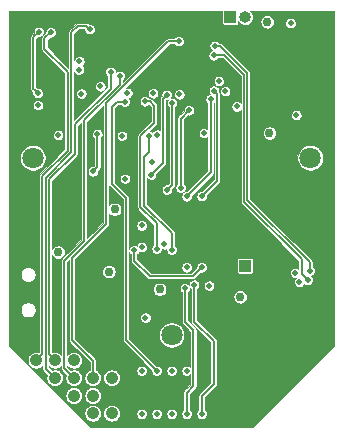
<source format=gbr>
%TF.GenerationSoftware,KiCad,Pcbnew,(5.1.8)-1*%
%TF.CreationDate,2021-09-07T20:43:03-04:00*%
%TF.ProjectId,mainboard_v1,6d61696e-626f-4617-9264-5f76312e6b69,rev?*%
%TF.SameCoordinates,Original*%
%TF.FileFunction,Copper,L2,Inr*%
%TF.FilePolarity,Positive*%
%FSLAX46Y46*%
G04 Gerber Fmt 4.6, Leading zero omitted, Abs format (unit mm)*
G04 Created by KiCad (PCBNEW (5.1.8)-1) date 2021-09-07 20:43:03*
%MOMM*%
%LPD*%
G01*
G04 APERTURE LIST*
%TA.AperFunction,ComponentPad*%
%ADD10C,1.050000*%
%TD*%
%TA.AperFunction,WasherPad*%
%ADD11C,1.800000*%
%TD*%
%TA.AperFunction,ComponentPad*%
%ADD12O,1.000000X1.000000*%
%TD*%
%TA.AperFunction,ComponentPad*%
%ADD13R,1.000000X1.000000*%
%TD*%
%TA.AperFunction,ViaPad*%
%ADD14C,0.508000*%
%TD*%
%TA.AperFunction,ViaPad*%
%ADD15C,0.762000*%
%TD*%
%TA.AperFunction,Conductor*%
%ADD16C,0.152400*%
%TD*%
%TA.AperFunction,Conductor*%
%ADD17C,0.076200*%
%TD*%
%TA.AperFunction,Conductor*%
%ADD18C,0.100000*%
%TD*%
G04 APERTURE END LIST*
D10*
%TO.N,Net-(C11-Pad2)*%
%TO.C,J20*%
X181720000Y-125130000D03*
%TD*%
%TO.N,/GP2*%
%TO.C,J19*%
X180120000Y-125130000D03*
%TD*%
%TO.N,/GP0*%
%TO.C,J18*%
X180120000Y-126630000D03*
%TD*%
%TO.N,/~RESET*%
%TO.C,J17*%
X178520000Y-125130000D03*
%TD*%
%TO.N,N/C*%
%TO.C,J16*%
X183320000Y-128130000D03*
%TD*%
%TO.N,/SWO*%
%TO.C,J15*%
X183320000Y-126630000D03*
%TD*%
%TO.N,GND*%
%TO.C,J14*%
X184920000Y-128130000D03*
%TD*%
%TO.N,N/C*%
%TO.C,J13*%
X181720000Y-128130000D03*
%TD*%
%TO.N,N/C*%
%TO.C,J12*%
X183320000Y-129630000D03*
%TD*%
%TO.N,+3V3*%
%TO.C,J11*%
X184920000Y-126630000D03*
%TD*%
%TO.N,N/C*%
%TO.C,J10*%
X184920000Y-129630000D03*
%TD*%
%TO.N,/A5*%
%TO.C,J9*%
X181720000Y-126630000D03*
%TD*%
D11*
%TO.N,*%
%TO.C,H1*%
X190000000Y-123000000D03*
%TD*%
D12*
%TO.N,/SWDIO*%
%TO.C,J4*%
X196230000Y-96070000D03*
D13*
%TO.N,/SWDCLK*%
X194960000Y-96070000D03*
%TD*%
D11*
%TO.N,*%
%TO.C,H3*%
X201750000Y-108000000D03*
%TD*%
%TO.N,*%
%TO.C,H2*%
X178250000Y-108000000D03*
%TD*%
D13*
%TO.N,VPP*%
%TO.C,J1*%
X196230000Y-117130000D03*
D12*
%TO.N,GND*%
X196230000Y-118400000D03*
%TD*%
D14*
%TO.N,/M2_IN2*%
X201680000Y-117560000D03*
%TO.N,/M2_IN1*%
X201510000Y-118340000D03*
%TO.N,GND*%
X180160000Y-95870000D03*
X177970000Y-95890000D03*
X179240000Y-100960000D03*
X195380000Y-124600000D03*
X195400000Y-123630000D03*
X184890000Y-124620000D03*
X184870000Y-123610000D03*
X202670000Y-103740000D03*
X201960000Y-98300000D03*
X201980000Y-96710000D03*
X176860000Y-95880000D03*
X199820000Y-110040000D03*
X185980000Y-96670000D03*
X190020000Y-96680000D03*
X200350000Y-98770000D03*
X202660000Y-100380000D03*
X192540000Y-126030000D03*
X190430000Y-99350000D03*
X189060000Y-100540000D03*
X186770000Y-99600000D03*
X187730000Y-101940000D03*
X183910000Y-104230000D03*
X177850000Y-123490000D03*
X177370000Y-119290000D03*
X177850000Y-115580000D03*
X177170000Y-106070000D03*
X202940000Y-109790000D03*
X202980000Y-105930000D03*
X193668000Y-97726000D03*
X195260000Y-125940000D03*
X194680000Y-129680000D03*
X203030000Y-123620000D03*
X199830000Y-126650000D03*
X182620000Y-119400000D03*
X180890000Y-109960000D03*
X177030000Y-109720000D03*
X195320000Y-110070000D03*
X182090000Y-109870000D03*
X182090000Y-108190000D03*
X182070000Y-109030000D03*
X197540000Y-123970000D03*
X195390000Y-122060000D03*
X186470000Y-125500000D03*
X186370000Y-128200000D03*
X184090000Y-97340000D03*
X188400000Y-110560000D03*
X178530000Y-104540000D03*
X181620000Y-96020000D03*
X187980000Y-96650000D03*
X194090000Y-111090000D03*
X195080000Y-113950000D03*
X196090000Y-115080000D03*
X192890000Y-115490000D03*
X184950000Y-116330000D03*
X203060000Y-116000000D03*
X197620000Y-105000000D03*
X189080000Y-121280000D03*
X190370000Y-121590000D03*
X192950000Y-124450000D03*
X194380000Y-127840000D03*
D15*
%TO.N,VPP*%
X185170000Y-112370000D03*
D14*
%TO.N,/LED2*%
X183720000Y-105990000D03*
X183340000Y-109150000D03*
%TO.N,/SDA*%
X190030000Y-103360000D03*
X195510000Y-103650000D03*
X189600000Y-110690000D03*
X187790000Y-121530000D03*
X188730000Y-129675000D03*
%TO.N,/SCL*%
X189590000Y-102660000D03*
X194000000Y-101500000D03*
X188270000Y-109420000D03*
X187460000Y-113725000D03*
X187460000Y-129675000D03*
%TO.N,Net-(R8-Pad2)*%
X194540000Y-102360000D03*
%TO.N,Net-(R9-Pad2)*%
X190660000Y-102620000D03*
D15*
%TO.N,VBUS*%
X198100000Y-96480000D03*
X198290000Y-105910000D03*
D14*
X192740000Y-105910000D03*
D15*
%TO.N,+3V3*%
X184690000Y-117630000D03*
D14*
X188320000Y-108380000D03*
X200570000Y-104380000D03*
X200070000Y-96590000D03*
X187460000Y-126025000D03*
D15*
%TO.N,Net-(C11-Pad2)*%
X180400000Y-115980000D03*
X188980000Y-119130000D03*
D14*
%TO.N,/MISO*%
X193580000Y-102310000D03*
X192540000Y-111250000D03*
X191900000Y-118740000D03*
X192540000Y-129675000D03*
%TO.N,/MOSI*%
X193300000Y-103040000D03*
X191270000Y-111260000D03*
X191120000Y-119040000D03*
X191270000Y-129675000D03*
%TO.N,/SCK*%
X191470000Y-103970000D03*
X190760000Y-110520000D03*
X189370000Y-115320000D03*
X190000000Y-129675000D03*
%TO.N,/A1*%
X186040000Y-103230000D03*
X188730000Y-126025000D03*
%TO.N,/A0*%
X185790000Y-106130000D03*
X186057400Y-109770000D03*
D15*
%TO.N,VCC*%
X195810000Y-119760000D03*
D14*
X180400000Y-106070000D03*
X182360000Y-102570000D03*
%TO.N,/M1_O1*%
X178660000Y-102510000D03*
X178760000Y-97330000D03*
%TO.N,/M1_O2*%
X178680000Y-103540000D03*
%TO.N,/M2_O1*%
X200820000Y-118500000D03*
%TO.N,/M2_O2*%
X200470000Y-117740000D03*
%TO.N,/~RESET*%
X179760000Y-97370000D03*
%TO.N,/SWO*%
X190590000Y-98120000D03*
%TO.N,/D11*%
X193180000Y-118820000D03*
X191270000Y-126025000D03*
%TO.N,/D13*%
X188770000Y-106030000D03*
%TO.N,/D5*%
X188430000Y-102540000D03*
%TO.N,/D12*%
X190000000Y-115780000D03*
X188100000Y-106160000D03*
%TO.N,/D6*%
X187740000Y-103220000D03*
X188730000Y-115690000D03*
X190000000Y-126025000D03*
%TO.N,/A5*%
X185600000Y-101060000D03*
%TO.N,/A3*%
X187460000Y-115560000D03*
X183970000Y-101940000D03*
%TO.N,/GP2*%
X184830000Y-100720000D03*
%TO.N,/GP0*%
X183070000Y-97110000D03*
%TO.N,/MOTOR1_A*%
X182200000Y-99830000D03*
%TO.N,/MOTOR1_B*%
X182160000Y-100520000D03*
%TO.N,/M2_IN2*%
X193650000Y-98520000D03*
%TO.N,/M2_IN1*%
X193570000Y-99320000D03*
%TO.N,/D11*%
X186820000Y-115830000D03*
X192540000Y-117275000D03*
%TO.N,/D9*%
X191270000Y-117275000D03*
X186250000Y-102510000D03*
%TD*%
D16*
%TO.N,/LED2*%
X183720000Y-108770000D02*
X183340000Y-109150000D01*
X183720000Y-105990000D02*
X183720000Y-108770000D01*
%TO.N,/SDA*%
X190030000Y-103360000D02*
X190030000Y-110260000D01*
X190030000Y-110260000D02*
X189600000Y-110690000D01*
%TO.N,/SCL*%
X189269201Y-102980799D02*
X189590000Y-102660000D01*
X189269201Y-108420799D02*
X189269201Y-102980799D01*
X188270000Y-109420000D02*
X189269201Y-108420799D01*
%TO.N,/MISO*%
X193870000Y-109920000D02*
X192540000Y-111250000D01*
X193870000Y-102600000D02*
X193870000Y-109920000D01*
X193580000Y-102310000D02*
X193870000Y-102600000D01*
X191900000Y-121860000D02*
X191900000Y-118740000D01*
X193560000Y-123520000D02*
X191900000Y-121860000D01*
X193560000Y-127150000D02*
X193560000Y-123520000D01*
X192540000Y-128170000D02*
X193560000Y-127150000D01*
X192540000Y-129675000D02*
X192540000Y-128170000D01*
%TO.N,/MOSI*%
X193300000Y-109230000D02*
X191270000Y-111260000D01*
X193300000Y-103040000D02*
X193300000Y-109230000D01*
X191120000Y-119040000D02*
X191120000Y-121870000D01*
X191120000Y-121870000D02*
X191850000Y-122600000D01*
X191850000Y-122600000D02*
X191850000Y-127300000D01*
X191270000Y-127880000D02*
X191270000Y-129675000D01*
X191850000Y-127300000D02*
X191270000Y-127880000D01*
%TO.N,/SCK*%
X190760000Y-104680000D02*
X191470000Y-103970000D01*
X190760000Y-110520000D02*
X190760000Y-104680000D01*
%TO.N,/A1*%
X186040000Y-103230000D02*
X185420000Y-103230000D01*
X185420000Y-103230000D02*
X184950000Y-103700000D01*
X184950000Y-103700000D02*
X184950000Y-110220000D01*
X184950000Y-110220000D02*
X186120000Y-111390000D01*
X186120000Y-123415000D02*
X188730000Y-126025000D01*
X186120000Y-111390000D02*
X186120000Y-123415000D01*
%TO.N,/M1_O1*%
X178760000Y-97330000D02*
X178290000Y-97800000D01*
X178290000Y-102140000D02*
X178395000Y-102245000D01*
X178290000Y-97800000D02*
X178290000Y-102140000D01*
X178660000Y-102510000D02*
X178395000Y-102245000D01*
%TO.N,/~RESET*%
X178530000Y-125130000D02*
X178520000Y-125130000D01*
X179025190Y-124634810D02*
X178530000Y-125130000D01*
X179025191Y-109554809D02*
X179025190Y-124634810D01*
X181200379Y-107379621D02*
X179025191Y-109554809D01*
X181200379Y-100720379D02*
X181200379Y-107379621D01*
X179240000Y-98760000D02*
X181200379Y-100720379D01*
X179240000Y-97890000D02*
X179240000Y-98760000D01*
X179760000Y-97370000D02*
X179240000Y-97890000D01*
%TO.N,/SWO*%
X189720000Y-98120000D02*
X190590000Y-98120000D01*
X184452601Y-103387399D02*
X189720000Y-98120000D01*
X184452601Y-113597399D02*
X184452601Y-103387399D01*
X183320000Y-126630000D02*
X183320000Y-125180000D01*
X183320000Y-125180000D02*
X181590000Y-123450000D01*
X181590000Y-116460000D02*
X184452601Y-113597399D01*
X181590000Y-123450000D02*
X181590000Y-116460000D01*
%TO.N,/D12*%
X190000000Y-115780000D02*
X190000000Y-114380000D01*
X190000000Y-114380000D02*
X187670000Y-112050000D01*
X187670000Y-112050000D02*
X187670000Y-107900000D01*
X188100000Y-107470000D02*
X188100000Y-106160000D01*
X187670000Y-107900000D02*
X188100000Y-107470000D01*
%TO.N,/D6*%
X187740000Y-103220000D02*
X188150000Y-103220000D01*
X188150000Y-103220000D02*
X188510000Y-103580000D01*
X188510000Y-103580000D02*
X188510000Y-105010000D01*
X187365190Y-106154810D02*
X187365191Y-112176257D01*
X188510000Y-105010000D02*
X187365190Y-106154810D01*
X188730000Y-113541066D02*
X188730000Y-115690000D01*
X187365191Y-112176257D02*
X188730000Y-113541066D01*
%TO.N,/A5*%
X180920000Y-125830000D02*
X181720000Y-126630000D01*
X182580000Y-115038934D02*
X180920000Y-116698934D01*
X180920000Y-116698934D02*
X180920000Y-125830000D01*
X185600000Y-101060000D02*
X185600000Y-101800000D01*
X182580000Y-104820000D02*
X182580000Y-115038934D01*
X185600000Y-101800000D02*
X182580000Y-104820000D01*
%TO.N,/GP2*%
X179634810Y-109807322D02*
X179634810Y-124644810D01*
X181809999Y-107632133D02*
X179634810Y-109807322D01*
X181810000Y-105158934D02*
X181809999Y-107632133D01*
X179634810Y-124644810D02*
X180120000Y-125130000D01*
X184830000Y-102138934D02*
X181810000Y-105158934D01*
X184830000Y-100720000D02*
X184830000Y-102138934D01*
%TO.N,/GP0*%
X179330000Y-125840000D02*
X180120000Y-126630000D01*
X179330000Y-109681066D02*
X179330000Y-125840000D01*
X181505189Y-107505877D02*
X179330000Y-109681066D01*
X183070000Y-97110000D02*
X182780000Y-96820000D01*
X182780000Y-96820000D02*
X182070000Y-96820000D01*
X181505189Y-97384811D02*
X181505189Y-107505877D01*
X182070000Y-96820000D02*
X181505189Y-97384811D01*
%TO.N,/M2_IN2*%
X194110000Y-98520000D02*
X193650000Y-98520000D01*
X196414810Y-100824810D02*
X194110000Y-98520000D01*
X196414810Y-111573744D02*
X196414810Y-100824810D01*
X201680000Y-116838934D02*
X196414810Y-111573744D01*
X201680000Y-117560000D02*
X201680000Y-116838934D01*
%TO.N,/M2_IN1*%
X201010000Y-117840000D02*
X201510000Y-118340000D01*
X201010000Y-116600000D02*
X201010000Y-117840000D01*
X196110000Y-111700000D02*
X201010000Y-116600000D01*
X196110000Y-100951066D02*
X196110000Y-111700000D01*
X194478934Y-99320000D02*
X196110000Y-100951066D01*
X193570000Y-99320000D02*
X194478934Y-99320000D01*
%TO.N,/D11*%
X186820000Y-115830000D02*
X186820000Y-116710000D01*
X186820000Y-116710000D02*
X188140000Y-118030000D01*
X191785000Y-118030000D02*
X192540000Y-117275000D01*
X188140000Y-118030000D02*
X191785000Y-118030000D01*
%TD*%
D17*
%TO.N,GND*%
X194268579Y-95570000D02*
X194268579Y-96570000D01*
X194272257Y-96607344D01*
X194283150Y-96643254D01*
X194300839Y-96676348D01*
X194324645Y-96705355D01*
X194353652Y-96729161D01*
X194386746Y-96746850D01*
X194422656Y-96757743D01*
X194460000Y-96761421D01*
X195460000Y-96761421D01*
X195497344Y-96757743D01*
X195533254Y-96746850D01*
X195566348Y-96729161D01*
X195595355Y-96705355D01*
X195619161Y-96676348D01*
X195636850Y-96643254D01*
X195647743Y-96607344D01*
X195651421Y-96570000D01*
X195651421Y-96446962D01*
X195693654Y-96510168D01*
X195789832Y-96606346D01*
X195902926Y-96681913D01*
X196028589Y-96733964D01*
X196161992Y-96760500D01*
X196298008Y-96760500D01*
X196431411Y-96733964D01*
X196557074Y-96681913D01*
X196670168Y-96606346D01*
X196766346Y-96510168D01*
X196824114Y-96423712D01*
X197528500Y-96423712D01*
X197528500Y-96536288D01*
X197550463Y-96646700D01*
X197593543Y-96750707D01*
X197656087Y-96844310D01*
X197735690Y-96923913D01*
X197829293Y-96986457D01*
X197933300Y-97029537D01*
X198043712Y-97051500D01*
X198156288Y-97051500D01*
X198266700Y-97029537D01*
X198370707Y-96986457D01*
X198464310Y-96923913D01*
X198543913Y-96844310D01*
X198606457Y-96750707D01*
X198649537Y-96646700D01*
X198669524Y-96546221D01*
X199625500Y-96546221D01*
X199625500Y-96633779D01*
X199642582Y-96719656D01*
X199676089Y-96800550D01*
X199724734Y-96873352D01*
X199786648Y-96935266D01*
X199859450Y-96983911D01*
X199940344Y-97017418D01*
X200026221Y-97034500D01*
X200113779Y-97034500D01*
X200199656Y-97017418D01*
X200280550Y-96983911D01*
X200353352Y-96935266D01*
X200415266Y-96873352D01*
X200463911Y-96800550D01*
X200497418Y-96719656D01*
X200514500Y-96633779D01*
X200514500Y-96546221D01*
X200497418Y-96460344D01*
X200463911Y-96379450D01*
X200415266Y-96306648D01*
X200353352Y-96244734D01*
X200280550Y-96196089D01*
X200199656Y-96162582D01*
X200113779Y-96145500D01*
X200026221Y-96145500D01*
X199940344Y-96162582D01*
X199859450Y-96196089D01*
X199786648Y-96244734D01*
X199724734Y-96306648D01*
X199676089Y-96379450D01*
X199642582Y-96460344D01*
X199625500Y-96546221D01*
X198669524Y-96546221D01*
X198671500Y-96536288D01*
X198671500Y-96423712D01*
X198649537Y-96313300D01*
X198606457Y-96209293D01*
X198543913Y-96115690D01*
X198464310Y-96036087D01*
X198370707Y-95973543D01*
X198266700Y-95930463D01*
X198156288Y-95908500D01*
X198043712Y-95908500D01*
X197933300Y-95930463D01*
X197829293Y-95973543D01*
X197735690Y-96036087D01*
X197656087Y-96115690D01*
X197593543Y-96209293D01*
X197550463Y-96313300D01*
X197528500Y-96423712D01*
X196824114Y-96423712D01*
X196841913Y-96397074D01*
X196893964Y-96271411D01*
X196920500Y-96138008D01*
X196920500Y-96001992D01*
X196893964Y-95868589D01*
X196841913Y-95742926D01*
X196766346Y-95629832D01*
X196674614Y-95538100D01*
X203784500Y-95538100D01*
X203784501Y-123910736D01*
X196910738Y-130784500D01*
X183089263Y-130784500D01*
X181864292Y-129559529D01*
X182604500Y-129559529D01*
X182604500Y-129700471D01*
X182631996Y-129838704D01*
X182685932Y-129968916D01*
X182764235Y-130086105D01*
X182863895Y-130185765D01*
X182981084Y-130264068D01*
X183111296Y-130318004D01*
X183249529Y-130345500D01*
X183390471Y-130345500D01*
X183528704Y-130318004D01*
X183658916Y-130264068D01*
X183776105Y-130185765D01*
X183875765Y-130086105D01*
X183954068Y-129968916D01*
X184008004Y-129838704D01*
X184035500Y-129700471D01*
X184035500Y-129559529D01*
X184204500Y-129559529D01*
X184204500Y-129700471D01*
X184231996Y-129838704D01*
X184285932Y-129968916D01*
X184364235Y-130086105D01*
X184463895Y-130185765D01*
X184581084Y-130264068D01*
X184711296Y-130318004D01*
X184849529Y-130345500D01*
X184990471Y-130345500D01*
X185128704Y-130318004D01*
X185258916Y-130264068D01*
X185376105Y-130185765D01*
X185475765Y-130086105D01*
X185554068Y-129968916D01*
X185608004Y-129838704D01*
X185635500Y-129700471D01*
X185635500Y-129631221D01*
X187015500Y-129631221D01*
X187015500Y-129718779D01*
X187032582Y-129804656D01*
X187066089Y-129885550D01*
X187114734Y-129958352D01*
X187176648Y-130020266D01*
X187249450Y-130068911D01*
X187330344Y-130102418D01*
X187416221Y-130119500D01*
X187503779Y-130119500D01*
X187589656Y-130102418D01*
X187670550Y-130068911D01*
X187743352Y-130020266D01*
X187805266Y-129958352D01*
X187853911Y-129885550D01*
X187887418Y-129804656D01*
X187904500Y-129718779D01*
X187904500Y-129631221D01*
X188285500Y-129631221D01*
X188285500Y-129718779D01*
X188302582Y-129804656D01*
X188336089Y-129885550D01*
X188384734Y-129958352D01*
X188446648Y-130020266D01*
X188519450Y-130068911D01*
X188600344Y-130102418D01*
X188686221Y-130119500D01*
X188773779Y-130119500D01*
X188859656Y-130102418D01*
X188940550Y-130068911D01*
X189013352Y-130020266D01*
X189075266Y-129958352D01*
X189123911Y-129885550D01*
X189157418Y-129804656D01*
X189174500Y-129718779D01*
X189174500Y-129631221D01*
X189555500Y-129631221D01*
X189555500Y-129718779D01*
X189572582Y-129804656D01*
X189606089Y-129885550D01*
X189654734Y-129958352D01*
X189716648Y-130020266D01*
X189789450Y-130068911D01*
X189870344Y-130102418D01*
X189956221Y-130119500D01*
X190043779Y-130119500D01*
X190129656Y-130102418D01*
X190210550Y-130068911D01*
X190283352Y-130020266D01*
X190345266Y-129958352D01*
X190393911Y-129885550D01*
X190427418Y-129804656D01*
X190444500Y-129718779D01*
X190444500Y-129631221D01*
X190427418Y-129545344D01*
X190393911Y-129464450D01*
X190345266Y-129391648D01*
X190283352Y-129329734D01*
X190210550Y-129281089D01*
X190129656Y-129247582D01*
X190043779Y-129230500D01*
X189956221Y-129230500D01*
X189870344Y-129247582D01*
X189789450Y-129281089D01*
X189716648Y-129329734D01*
X189654734Y-129391648D01*
X189606089Y-129464450D01*
X189572582Y-129545344D01*
X189555500Y-129631221D01*
X189174500Y-129631221D01*
X189157418Y-129545344D01*
X189123911Y-129464450D01*
X189075266Y-129391648D01*
X189013352Y-129329734D01*
X188940550Y-129281089D01*
X188859656Y-129247582D01*
X188773779Y-129230500D01*
X188686221Y-129230500D01*
X188600344Y-129247582D01*
X188519450Y-129281089D01*
X188446648Y-129329734D01*
X188384734Y-129391648D01*
X188336089Y-129464450D01*
X188302582Y-129545344D01*
X188285500Y-129631221D01*
X187904500Y-129631221D01*
X187887418Y-129545344D01*
X187853911Y-129464450D01*
X187805266Y-129391648D01*
X187743352Y-129329734D01*
X187670550Y-129281089D01*
X187589656Y-129247582D01*
X187503779Y-129230500D01*
X187416221Y-129230500D01*
X187330344Y-129247582D01*
X187249450Y-129281089D01*
X187176648Y-129329734D01*
X187114734Y-129391648D01*
X187066089Y-129464450D01*
X187032582Y-129545344D01*
X187015500Y-129631221D01*
X185635500Y-129631221D01*
X185635500Y-129559529D01*
X185608004Y-129421296D01*
X185554068Y-129291084D01*
X185475765Y-129173895D01*
X185376105Y-129074235D01*
X185258916Y-128995932D01*
X185128704Y-128941996D01*
X184990471Y-128914500D01*
X184849529Y-128914500D01*
X184711296Y-128941996D01*
X184581084Y-128995932D01*
X184463895Y-129074235D01*
X184364235Y-129173895D01*
X184285932Y-129291084D01*
X184231996Y-129421296D01*
X184204500Y-129559529D01*
X184035500Y-129559529D01*
X184008004Y-129421296D01*
X183954068Y-129291084D01*
X183875765Y-129173895D01*
X183776105Y-129074235D01*
X183658916Y-128995932D01*
X183528704Y-128941996D01*
X183390471Y-128914500D01*
X183249529Y-128914500D01*
X183111296Y-128941996D01*
X182981084Y-128995932D01*
X182863895Y-129074235D01*
X182764235Y-129173895D01*
X182685932Y-129291084D01*
X182631996Y-129421296D01*
X182604500Y-129559529D01*
X181864292Y-129559529D01*
X180364292Y-128059529D01*
X181004500Y-128059529D01*
X181004500Y-128200471D01*
X181031996Y-128338704D01*
X181085932Y-128468916D01*
X181164235Y-128586105D01*
X181263895Y-128685765D01*
X181381084Y-128764068D01*
X181511296Y-128818004D01*
X181649529Y-128845500D01*
X181790471Y-128845500D01*
X181928704Y-128818004D01*
X182058916Y-128764068D01*
X182176105Y-128685765D01*
X182275765Y-128586105D01*
X182354068Y-128468916D01*
X182408004Y-128338704D01*
X182435500Y-128200471D01*
X182435500Y-128059529D01*
X182604500Y-128059529D01*
X182604500Y-128200471D01*
X182631996Y-128338704D01*
X182685932Y-128468916D01*
X182764235Y-128586105D01*
X182863895Y-128685765D01*
X182981084Y-128764068D01*
X183111296Y-128818004D01*
X183249529Y-128845500D01*
X183390471Y-128845500D01*
X183528704Y-128818004D01*
X183658916Y-128764068D01*
X183776105Y-128685765D01*
X183875765Y-128586105D01*
X183954068Y-128468916D01*
X184008004Y-128338704D01*
X184035500Y-128200471D01*
X184035500Y-128059529D01*
X184008004Y-127921296D01*
X183954068Y-127791084D01*
X183875765Y-127673895D01*
X183776105Y-127574235D01*
X183658916Y-127495932D01*
X183528704Y-127441996D01*
X183390471Y-127414500D01*
X183249529Y-127414500D01*
X183111296Y-127441996D01*
X182981084Y-127495932D01*
X182863895Y-127574235D01*
X182764235Y-127673895D01*
X182685932Y-127791084D01*
X182631996Y-127921296D01*
X182604500Y-128059529D01*
X182435500Y-128059529D01*
X182408004Y-127921296D01*
X182354068Y-127791084D01*
X182275765Y-127673895D01*
X182176105Y-127574235D01*
X182058916Y-127495932D01*
X181928704Y-127441996D01*
X181790471Y-127414500D01*
X181649529Y-127414500D01*
X181511296Y-127441996D01*
X181381084Y-127495932D01*
X181263895Y-127574235D01*
X181164235Y-127673895D01*
X181085932Y-127791084D01*
X181031996Y-127921296D01*
X181004500Y-128059529D01*
X180364292Y-128059529D01*
X177364292Y-125059529D01*
X177804500Y-125059529D01*
X177804500Y-125200471D01*
X177831996Y-125338704D01*
X177885932Y-125468916D01*
X177964235Y-125586105D01*
X178063895Y-125685765D01*
X178181084Y-125764068D01*
X178311296Y-125818004D01*
X178449529Y-125845500D01*
X178590471Y-125845500D01*
X178728704Y-125818004D01*
X178858916Y-125764068D01*
X178976105Y-125685765D01*
X179063301Y-125598569D01*
X179063301Y-125826894D01*
X179062010Y-125840000D01*
X179066175Y-125882282D01*
X179067160Y-125892282D01*
X179082411Y-125942555D01*
X179107175Y-125988887D01*
X179140503Y-126029498D01*
X179150679Y-126037849D01*
X179461909Y-126349080D01*
X179431996Y-126421296D01*
X179404500Y-126559529D01*
X179404500Y-126700471D01*
X179431996Y-126838704D01*
X179485932Y-126968916D01*
X179564235Y-127086105D01*
X179663895Y-127185765D01*
X179781084Y-127264068D01*
X179911296Y-127318004D01*
X180049529Y-127345500D01*
X180190471Y-127345500D01*
X180328704Y-127318004D01*
X180458916Y-127264068D01*
X180576105Y-127185765D01*
X180675765Y-127086105D01*
X180754068Y-126968916D01*
X180808004Y-126838704D01*
X180835500Y-126700471D01*
X180835500Y-126559529D01*
X180808004Y-126421296D01*
X180754068Y-126291084D01*
X180675765Y-126173895D01*
X180576105Y-126074235D01*
X180458916Y-125995932D01*
X180328704Y-125941996D01*
X180190471Y-125914500D01*
X180049529Y-125914500D01*
X179911296Y-125941996D01*
X179839080Y-125971909D01*
X179596700Y-125729530D01*
X179596700Y-125618570D01*
X179663895Y-125685765D01*
X179781084Y-125764068D01*
X179911296Y-125818004D01*
X180049529Y-125845500D01*
X180190471Y-125845500D01*
X180328704Y-125818004D01*
X180458916Y-125764068D01*
X180576105Y-125685765D01*
X180653301Y-125608569D01*
X180653301Y-125816894D01*
X180652010Y-125830000D01*
X180656552Y-125876112D01*
X180657160Y-125882282D01*
X180672411Y-125932555D01*
X180697175Y-125978887D01*
X180730503Y-126019498D01*
X180740679Y-126027849D01*
X181061909Y-126349080D01*
X181031996Y-126421296D01*
X181004500Y-126559529D01*
X181004500Y-126700471D01*
X181031996Y-126838704D01*
X181085932Y-126968916D01*
X181164235Y-127086105D01*
X181263895Y-127185765D01*
X181381084Y-127264068D01*
X181511296Y-127318004D01*
X181649529Y-127345500D01*
X181790471Y-127345500D01*
X181928704Y-127318004D01*
X182058916Y-127264068D01*
X182176105Y-127185765D01*
X182275765Y-127086105D01*
X182354068Y-126968916D01*
X182408004Y-126838704D01*
X182435500Y-126700471D01*
X182435500Y-126559529D01*
X182408004Y-126421296D01*
X182354068Y-126291084D01*
X182275765Y-126173895D01*
X182176105Y-126074235D01*
X182058916Y-125995932D01*
X181928704Y-125941996D01*
X181790471Y-125914500D01*
X181649529Y-125914500D01*
X181511296Y-125941996D01*
X181439080Y-125971909D01*
X181186700Y-125719530D01*
X181186700Y-125608570D01*
X181263895Y-125685765D01*
X181381084Y-125764068D01*
X181511296Y-125818004D01*
X181649529Y-125845500D01*
X181790471Y-125845500D01*
X181928704Y-125818004D01*
X182058916Y-125764068D01*
X182176105Y-125685765D01*
X182275765Y-125586105D01*
X182354068Y-125468916D01*
X182408004Y-125338704D01*
X182435500Y-125200471D01*
X182435500Y-125059529D01*
X182408004Y-124921296D01*
X182354068Y-124791084D01*
X182275765Y-124673895D01*
X182176105Y-124574235D01*
X182058916Y-124495932D01*
X181928704Y-124441996D01*
X181790471Y-124414500D01*
X181649529Y-124414500D01*
X181511296Y-124441996D01*
X181381084Y-124495932D01*
X181263895Y-124574235D01*
X181186700Y-124651430D01*
X181186700Y-116809404D01*
X181323301Y-116672803D01*
X181323300Y-123436904D01*
X181322010Y-123450000D01*
X181323300Y-123463096D01*
X181323300Y-123463097D01*
X181327159Y-123502281D01*
X181342410Y-123552554D01*
X181367174Y-123598887D01*
X181400502Y-123639498D01*
X181410684Y-123647854D01*
X183053301Y-125290472D01*
X183053300Y-125966019D01*
X182981084Y-125995932D01*
X182863895Y-126074235D01*
X182764235Y-126173895D01*
X182685932Y-126291084D01*
X182631996Y-126421296D01*
X182604500Y-126559529D01*
X182604500Y-126700471D01*
X182631996Y-126838704D01*
X182685932Y-126968916D01*
X182764235Y-127086105D01*
X182863895Y-127185765D01*
X182981084Y-127264068D01*
X183111296Y-127318004D01*
X183249529Y-127345500D01*
X183390471Y-127345500D01*
X183528704Y-127318004D01*
X183658916Y-127264068D01*
X183776105Y-127185765D01*
X183875765Y-127086105D01*
X183954068Y-126968916D01*
X184008004Y-126838704D01*
X184035500Y-126700471D01*
X184035500Y-126559529D01*
X184204500Y-126559529D01*
X184204500Y-126700471D01*
X184231996Y-126838704D01*
X184285932Y-126968916D01*
X184364235Y-127086105D01*
X184463895Y-127185765D01*
X184581084Y-127264068D01*
X184711296Y-127318004D01*
X184849529Y-127345500D01*
X184990471Y-127345500D01*
X185128704Y-127318004D01*
X185258916Y-127264068D01*
X185376105Y-127185765D01*
X185475765Y-127086105D01*
X185554068Y-126968916D01*
X185608004Y-126838704D01*
X185635500Y-126700471D01*
X185635500Y-126559529D01*
X185608004Y-126421296D01*
X185554068Y-126291084D01*
X185475765Y-126173895D01*
X185376105Y-126074235D01*
X185258916Y-125995932D01*
X185223401Y-125981221D01*
X187015500Y-125981221D01*
X187015500Y-126068779D01*
X187032582Y-126154656D01*
X187066089Y-126235550D01*
X187114734Y-126308352D01*
X187176648Y-126370266D01*
X187249450Y-126418911D01*
X187330344Y-126452418D01*
X187416221Y-126469500D01*
X187503779Y-126469500D01*
X187589656Y-126452418D01*
X187670550Y-126418911D01*
X187743352Y-126370266D01*
X187805266Y-126308352D01*
X187853911Y-126235550D01*
X187887418Y-126154656D01*
X187904500Y-126068779D01*
X187904500Y-125981221D01*
X187887418Y-125895344D01*
X187853911Y-125814450D01*
X187805266Y-125741648D01*
X187743352Y-125679734D01*
X187670550Y-125631089D01*
X187589656Y-125597582D01*
X187503779Y-125580500D01*
X187416221Y-125580500D01*
X187330344Y-125597582D01*
X187249450Y-125631089D01*
X187176648Y-125679734D01*
X187114734Y-125741648D01*
X187066089Y-125814450D01*
X187032582Y-125895344D01*
X187015500Y-125981221D01*
X185223401Y-125981221D01*
X185128704Y-125941996D01*
X184990471Y-125914500D01*
X184849529Y-125914500D01*
X184711296Y-125941996D01*
X184581084Y-125995932D01*
X184463895Y-126074235D01*
X184364235Y-126173895D01*
X184285932Y-126291084D01*
X184231996Y-126421296D01*
X184204500Y-126559529D01*
X184035500Y-126559529D01*
X184008004Y-126421296D01*
X183954068Y-126291084D01*
X183875765Y-126173895D01*
X183776105Y-126074235D01*
X183658916Y-125995932D01*
X183586700Y-125966019D01*
X183586700Y-125193095D01*
X183587990Y-125179999D01*
X183586700Y-125166902D01*
X183582841Y-125127718D01*
X183567590Y-125077445D01*
X183542826Y-125031113D01*
X183542825Y-125031111D01*
X183530109Y-125015617D01*
X183509498Y-124990502D01*
X183499321Y-124982151D01*
X181856700Y-123339530D01*
X181856700Y-117573712D01*
X184118500Y-117573712D01*
X184118500Y-117686288D01*
X184140463Y-117796700D01*
X184183543Y-117900707D01*
X184246087Y-117994310D01*
X184325690Y-118073913D01*
X184419293Y-118136457D01*
X184523300Y-118179537D01*
X184633712Y-118201500D01*
X184746288Y-118201500D01*
X184856700Y-118179537D01*
X184960707Y-118136457D01*
X185054310Y-118073913D01*
X185133913Y-117994310D01*
X185196457Y-117900707D01*
X185239537Y-117796700D01*
X185261500Y-117686288D01*
X185261500Y-117573712D01*
X185239537Y-117463300D01*
X185196457Y-117359293D01*
X185133913Y-117265690D01*
X185054310Y-117186087D01*
X184960707Y-117123543D01*
X184856700Y-117080463D01*
X184746288Y-117058500D01*
X184633712Y-117058500D01*
X184523300Y-117080463D01*
X184419293Y-117123543D01*
X184325690Y-117186087D01*
X184246087Y-117265690D01*
X184183543Y-117359293D01*
X184140463Y-117463300D01*
X184118500Y-117573712D01*
X181856700Y-117573712D01*
X181856700Y-116570470D01*
X184631917Y-113795253D01*
X184642099Y-113786897D01*
X184675427Y-113746286D01*
X184700191Y-113699954D01*
X184715442Y-113649681D01*
X184719301Y-113610497D01*
X184719301Y-113610496D01*
X184720591Y-113597400D01*
X184719301Y-113584304D01*
X184719301Y-112724154D01*
X184726087Y-112734310D01*
X184805690Y-112813913D01*
X184899293Y-112876457D01*
X185003300Y-112919537D01*
X185113712Y-112941500D01*
X185226288Y-112941500D01*
X185336700Y-112919537D01*
X185440707Y-112876457D01*
X185534310Y-112813913D01*
X185613913Y-112734310D01*
X185676457Y-112640707D01*
X185719537Y-112536700D01*
X185741500Y-112426288D01*
X185741500Y-112313712D01*
X185719537Y-112203300D01*
X185676457Y-112099293D01*
X185613913Y-112005690D01*
X185534310Y-111926087D01*
X185440707Y-111863543D01*
X185336700Y-111820463D01*
X185226288Y-111798500D01*
X185113712Y-111798500D01*
X185003300Y-111820463D01*
X184899293Y-111863543D01*
X184805690Y-111926087D01*
X184726087Y-112005690D01*
X184719301Y-112015846D01*
X184719301Y-110354155D01*
X184727175Y-110368887D01*
X184760503Y-110409498D01*
X184770679Y-110417849D01*
X185853300Y-111500471D01*
X185853301Y-123401894D01*
X185852010Y-123415000D01*
X185855458Y-123450000D01*
X185857160Y-123467282D01*
X185872411Y-123517555D01*
X185897175Y-123563887D01*
X185930503Y-123604498D01*
X185940679Y-123612849D01*
X188289407Y-125961577D01*
X188285500Y-125981221D01*
X188285500Y-126068779D01*
X188302582Y-126154656D01*
X188336089Y-126235550D01*
X188384734Y-126308352D01*
X188446648Y-126370266D01*
X188519450Y-126418911D01*
X188600344Y-126452418D01*
X188686221Y-126469500D01*
X188773779Y-126469500D01*
X188859656Y-126452418D01*
X188940550Y-126418911D01*
X189013352Y-126370266D01*
X189075266Y-126308352D01*
X189123911Y-126235550D01*
X189157418Y-126154656D01*
X189174500Y-126068779D01*
X189174500Y-125981221D01*
X189555500Y-125981221D01*
X189555500Y-126068779D01*
X189572582Y-126154656D01*
X189606089Y-126235550D01*
X189654734Y-126308352D01*
X189716648Y-126370266D01*
X189789450Y-126418911D01*
X189870344Y-126452418D01*
X189956221Y-126469500D01*
X190043779Y-126469500D01*
X190129656Y-126452418D01*
X190210550Y-126418911D01*
X190283352Y-126370266D01*
X190345266Y-126308352D01*
X190393911Y-126235550D01*
X190427418Y-126154656D01*
X190444500Y-126068779D01*
X190444500Y-125981221D01*
X190427418Y-125895344D01*
X190393911Y-125814450D01*
X190345266Y-125741648D01*
X190283352Y-125679734D01*
X190210550Y-125631089D01*
X190129656Y-125597582D01*
X190043779Y-125580500D01*
X189956221Y-125580500D01*
X189870344Y-125597582D01*
X189789450Y-125631089D01*
X189716648Y-125679734D01*
X189654734Y-125741648D01*
X189606089Y-125814450D01*
X189572582Y-125895344D01*
X189555500Y-125981221D01*
X189174500Y-125981221D01*
X189157418Y-125895344D01*
X189123911Y-125814450D01*
X189075266Y-125741648D01*
X189013352Y-125679734D01*
X188940550Y-125631089D01*
X188859656Y-125597582D01*
X188773779Y-125580500D01*
X188686221Y-125580500D01*
X188666577Y-125584407D01*
X186386700Y-123304530D01*
X186386700Y-122892595D01*
X188909500Y-122892595D01*
X188909500Y-123107405D01*
X188951408Y-123318087D01*
X189033612Y-123516545D01*
X189152954Y-123695153D01*
X189304847Y-123847046D01*
X189483455Y-123966388D01*
X189681913Y-124048592D01*
X189892595Y-124090500D01*
X190107405Y-124090500D01*
X190318087Y-124048592D01*
X190516545Y-123966388D01*
X190695153Y-123847046D01*
X190847046Y-123695153D01*
X190966388Y-123516545D01*
X191048592Y-123318087D01*
X191090500Y-123107405D01*
X191090500Y-122892595D01*
X191048592Y-122681913D01*
X190966388Y-122483455D01*
X190847046Y-122304847D01*
X190695153Y-122152954D01*
X190516545Y-122033612D01*
X190318087Y-121951408D01*
X190107405Y-121909500D01*
X189892595Y-121909500D01*
X189681913Y-121951408D01*
X189483455Y-122033612D01*
X189304847Y-122152954D01*
X189152954Y-122304847D01*
X189033612Y-122483455D01*
X188951408Y-122681913D01*
X188909500Y-122892595D01*
X186386700Y-122892595D01*
X186386700Y-121486221D01*
X187345500Y-121486221D01*
X187345500Y-121573779D01*
X187362582Y-121659656D01*
X187396089Y-121740550D01*
X187444734Y-121813352D01*
X187506648Y-121875266D01*
X187579450Y-121923911D01*
X187660344Y-121957418D01*
X187746221Y-121974500D01*
X187833779Y-121974500D01*
X187919656Y-121957418D01*
X188000550Y-121923911D01*
X188073352Y-121875266D01*
X188135266Y-121813352D01*
X188183911Y-121740550D01*
X188217418Y-121659656D01*
X188234500Y-121573779D01*
X188234500Y-121486221D01*
X188217418Y-121400344D01*
X188183911Y-121319450D01*
X188135266Y-121246648D01*
X188073352Y-121184734D01*
X188000550Y-121136089D01*
X187919656Y-121102582D01*
X187833779Y-121085500D01*
X187746221Y-121085500D01*
X187660344Y-121102582D01*
X187579450Y-121136089D01*
X187506648Y-121184734D01*
X187444734Y-121246648D01*
X187396089Y-121319450D01*
X187362582Y-121400344D01*
X187345500Y-121486221D01*
X186386700Y-121486221D01*
X186386700Y-119073712D01*
X188408500Y-119073712D01*
X188408500Y-119186288D01*
X188430463Y-119296700D01*
X188473543Y-119400707D01*
X188536087Y-119494310D01*
X188615690Y-119573913D01*
X188709293Y-119636457D01*
X188813300Y-119679537D01*
X188923712Y-119701500D01*
X189036288Y-119701500D01*
X189146700Y-119679537D01*
X189250707Y-119636457D01*
X189344310Y-119573913D01*
X189423913Y-119494310D01*
X189486457Y-119400707D01*
X189529537Y-119296700D01*
X189551500Y-119186288D01*
X189551500Y-119073712D01*
X189536086Y-118996221D01*
X190675500Y-118996221D01*
X190675500Y-119083779D01*
X190692582Y-119169656D01*
X190726089Y-119250550D01*
X190774734Y-119323352D01*
X190836648Y-119385266D01*
X190853300Y-119396393D01*
X190853301Y-121856894D01*
X190852010Y-121870000D01*
X190855901Y-121909500D01*
X190857160Y-121922282D01*
X190872411Y-121972555D01*
X190897175Y-122018887D01*
X190930503Y-122059498D01*
X190940679Y-122067849D01*
X191583300Y-122710471D01*
X191583301Y-125709683D01*
X191553352Y-125679734D01*
X191480550Y-125631089D01*
X191399656Y-125597582D01*
X191313779Y-125580500D01*
X191226221Y-125580500D01*
X191140344Y-125597582D01*
X191059450Y-125631089D01*
X190986648Y-125679734D01*
X190924734Y-125741648D01*
X190876089Y-125814450D01*
X190842582Y-125895344D01*
X190825500Y-125981221D01*
X190825500Y-126068779D01*
X190842582Y-126154656D01*
X190876089Y-126235550D01*
X190924734Y-126308352D01*
X190986648Y-126370266D01*
X191059450Y-126418911D01*
X191140344Y-126452418D01*
X191226221Y-126469500D01*
X191313779Y-126469500D01*
X191399656Y-126452418D01*
X191480550Y-126418911D01*
X191553352Y-126370266D01*
X191583301Y-126340317D01*
X191583301Y-127189528D01*
X191090684Y-127682146D01*
X191080502Y-127690502D01*
X191047174Y-127731113D01*
X191022410Y-127777446D01*
X191007159Y-127827719D01*
X191003300Y-127866902D01*
X191002010Y-127880000D01*
X191003300Y-127893096D01*
X191003301Y-129318607D01*
X190986648Y-129329734D01*
X190924734Y-129391648D01*
X190876089Y-129464450D01*
X190842582Y-129545344D01*
X190825500Y-129631221D01*
X190825500Y-129718779D01*
X190842582Y-129804656D01*
X190876089Y-129885550D01*
X190924734Y-129958352D01*
X190986648Y-130020266D01*
X191059450Y-130068911D01*
X191140344Y-130102418D01*
X191226221Y-130119500D01*
X191313779Y-130119500D01*
X191399656Y-130102418D01*
X191480550Y-130068911D01*
X191553352Y-130020266D01*
X191615266Y-129958352D01*
X191663911Y-129885550D01*
X191697418Y-129804656D01*
X191714500Y-129718779D01*
X191714500Y-129631221D01*
X191697418Y-129545344D01*
X191663911Y-129464450D01*
X191615266Y-129391648D01*
X191553352Y-129329734D01*
X191536700Y-129318607D01*
X191536700Y-127990470D01*
X192029321Y-127497850D01*
X192039498Y-127489498D01*
X192072826Y-127448887D01*
X192097590Y-127402555D01*
X192112841Y-127352282D01*
X192116700Y-127313098D01*
X192116700Y-127313096D01*
X192117990Y-127300000D01*
X192116700Y-127286904D01*
X192116700Y-122613096D01*
X192117990Y-122600000D01*
X192116700Y-122586902D01*
X192112841Y-122547718D01*
X192097590Y-122497445D01*
X192072826Y-122451113D01*
X192039498Y-122410502D01*
X192029321Y-122402150D01*
X191386700Y-121759530D01*
X191386700Y-119396393D01*
X191403352Y-119385266D01*
X191465266Y-119323352D01*
X191513911Y-119250550D01*
X191547418Y-119169656D01*
X191564500Y-119083779D01*
X191564500Y-119033118D01*
X191616648Y-119085266D01*
X191633301Y-119096393D01*
X191633300Y-121846904D01*
X191632010Y-121860000D01*
X191633300Y-121873096D01*
X191633300Y-121873097D01*
X191637159Y-121912281D01*
X191652410Y-121962554D01*
X191677174Y-122008887D01*
X191710502Y-122049498D01*
X191720684Y-122057854D01*
X193293301Y-123630472D01*
X193293300Y-127039529D01*
X192360679Y-127972151D01*
X192350503Y-127980502D01*
X192342153Y-127990677D01*
X192317175Y-128021113D01*
X192292411Y-128067445D01*
X192277160Y-128117718D01*
X192272010Y-128170000D01*
X192273301Y-128183106D01*
X192273300Y-129318607D01*
X192256648Y-129329734D01*
X192194734Y-129391648D01*
X192146089Y-129464450D01*
X192112582Y-129545344D01*
X192095500Y-129631221D01*
X192095500Y-129718779D01*
X192112582Y-129804656D01*
X192146089Y-129885550D01*
X192194734Y-129958352D01*
X192256648Y-130020266D01*
X192329450Y-130068911D01*
X192410344Y-130102418D01*
X192496221Y-130119500D01*
X192583779Y-130119500D01*
X192669656Y-130102418D01*
X192750550Y-130068911D01*
X192823352Y-130020266D01*
X192885266Y-129958352D01*
X192933911Y-129885550D01*
X192967418Y-129804656D01*
X192984500Y-129718779D01*
X192984500Y-129631221D01*
X192967418Y-129545344D01*
X192933911Y-129464450D01*
X192885266Y-129391648D01*
X192823352Y-129329734D01*
X192806700Y-129318607D01*
X192806700Y-128280470D01*
X193739321Y-127347850D01*
X193749498Y-127339498D01*
X193782826Y-127298887D01*
X193794353Y-127277320D01*
X193807590Y-127252556D01*
X193812216Y-127237305D01*
X193822841Y-127202282D01*
X193826700Y-127163098D01*
X193826700Y-127163096D01*
X193827990Y-127150000D01*
X193826700Y-127136904D01*
X193826700Y-123533099D01*
X193827990Y-123520000D01*
X193822841Y-123467717D01*
X193807590Y-123417445D01*
X193782825Y-123371112D01*
X193749498Y-123330502D01*
X193739321Y-123322151D01*
X192166700Y-121749530D01*
X192166700Y-119703712D01*
X195238500Y-119703712D01*
X195238500Y-119816288D01*
X195260463Y-119926700D01*
X195303543Y-120030707D01*
X195366087Y-120124310D01*
X195445690Y-120203913D01*
X195539293Y-120266457D01*
X195643300Y-120309537D01*
X195753712Y-120331500D01*
X195866288Y-120331500D01*
X195976700Y-120309537D01*
X196080707Y-120266457D01*
X196174310Y-120203913D01*
X196253913Y-120124310D01*
X196316457Y-120030707D01*
X196359537Y-119926700D01*
X196381500Y-119816288D01*
X196381500Y-119703712D01*
X196359537Y-119593300D01*
X196316457Y-119489293D01*
X196253913Y-119395690D01*
X196174310Y-119316087D01*
X196080707Y-119253543D01*
X195976700Y-119210463D01*
X195866288Y-119188500D01*
X195753712Y-119188500D01*
X195643300Y-119210463D01*
X195539293Y-119253543D01*
X195445690Y-119316087D01*
X195366087Y-119395690D01*
X195303543Y-119489293D01*
X195260463Y-119593300D01*
X195238500Y-119703712D01*
X192166700Y-119703712D01*
X192166700Y-119096393D01*
X192183352Y-119085266D01*
X192245266Y-119023352D01*
X192293911Y-118950550D01*
X192327418Y-118869656D01*
X192344500Y-118783779D01*
X192344500Y-118776221D01*
X192735500Y-118776221D01*
X192735500Y-118863779D01*
X192752582Y-118949656D01*
X192786089Y-119030550D01*
X192834734Y-119103352D01*
X192896648Y-119165266D01*
X192969450Y-119213911D01*
X193050344Y-119247418D01*
X193136221Y-119264500D01*
X193223779Y-119264500D01*
X193309656Y-119247418D01*
X193390550Y-119213911D01*
X193463352Y-119165266D01*
X193525266Y-119103352D01*
X193573911Y-119030550D01*
X193607418Y-118949656D01*
X193624500Y-118863779D01*
X193624500Y-118776221D01*
X193607418Y-118690344D01*
X193573911Y-118609450D01*
X193525266Y-118536648D01*
X193463352Y-118474734D01*
X193390550Y-118426089D01*
X193309656Y-118392582D01*
X193223779Y-118375500D01*
X193136221Y-118375500D01*
X193050344Y-118392582D01*
X192969450Y-118426089D01*
X192896648Y-118474734D01*
X192834734Y-118536648D01*
X192786089Y-118609450D01*
X192752582Y-118690344D01*
X192735500Y-118776221D01*
X192344500Y-118776221D01*
X192344500Y-118696221D01*
X192327418Y-118610344D01*
X192293911Y-118529450D01*
X192245266Y-118456648D01*
X192183352Y-118394734D01*
X192110550Y-118346089D01*
X192029656Y-118312582D01*
X191943779Y-118295500D01*
X191856221Y-118295500D01*
X191770344Y-118312582D01*
X191689450Y-118346089D01*
X191616648Y-118394734D01*
X191554734Y-118456648D01*
X191506089Y-118529450D01*
X191472582Y-118610344D01*
X191455500Y-118696221D01*
X191455500Y-118746882D01*
X191403352Y-118694734D01*
X191330550Y-118646089D01*
X191249656Y-118612582D01*
X191163779Y-118595500D01*
X191076221Y-118595500D01*
X190990344Y-118612582D01*
X190909450Y-118646089D01*
X190836648Y-118694734D01*
X190774734Y-118756648D01*
X190726089Y-118829450D01*
X190692582Y-118910344D01*
X190675500Y-118996221D01*
X189536086Y-118996221D01*
X189529537Y-118963300D01*
X189486457Y-118859293D01*
X189423913Y-118765690D01*
X189344310Y-118686087D01*
X189250707Y-118623543D01*
X189146700Y-118580463D01*
X189036288Y-118558500D01*
X188923712Y-118558500D01*
X188813300Y-118580463D01*
X188709293Y-118623543D01*
X188615690Y-118686087D01*
X188536087Y-118765690D01*
X188473543Y-118859293D01*
X188430463Y-118963300D01*
X188408500Y-119073712D01*
X186386700Y-119073712D01*
X186386700Y-115930085D01*
X186392582Y-115959656D01*
X186426089Y-116040550D01*
X186474734Y-116113352D01*
X186536648Y-116175266D01*
X186553300Y-116186393D01*
X186553301Y-116696894D01*
X186552010Y-116710000D01*
X186555841Y-116748887D01*
X186557160Y-116762282D01*
X186572411Y-116812555D01*
X186597175Y-116858887D01*
X186630503Y-116899498D01*
X186640679Y-116907849D01*
X187942150Y-118209321D01*
X187950502Y-118219498D01*
X187991113Y-118252826D01*
X188037445Y-118277590D01*
X188087718Y-118292841D01*
X188126902Y-118296700D01*
X188126904Y-118296700D01*
X188140000Y-118297990D01*
X188153096Y-118296700D01*
X191771904Y-118296700D01*
X191785000Y-118297990D01*
X191798096Y-118296700D01*
X191798098Y-118296700D01*
X191837282Y-118292841D01*
X191887555Y-118277590D01*
X191933887Y-118252826D01*
X191974498Y-118219498D01*
X191982854Y-118209316D01*
X192476577Y-117715593D01*
X192496221Y-117719500D01*
X192583779Y-117719500D01*
X192669656Y-117702418D01*
X192750550Y-117668911D01*
X192823352Y-117620266D01*
X192885266Y-117558352D01*
X192933911Y-117485550D01*
X192967418Y-117404656D01*
X192984500Y-117318779D01*
X192984500Y-117231221D01*
X192967418Y-117145344D01*
X192933911Y-117064450D01*
X192885266Y-116991648D01*
X192823352Y-116929734D01*
X192750550Y-116881089D01*
X192669656Y-116847582D01*
X192583779Y-116830500D01*
X192496221Y-116830500D01*
X192410344Y-116847582D01*
X192329450Y-116881089D01*
X192256648Y-116929734D01*
X192194734Y-116991648D01*
X192146089Y-117064450D01*
X192112582Y-117145344D01*
X192095500Y-117231221D01*
X192095500Y-117318779D01*
X192099407Y-117338423D01*
X191674530Y-117763300D01*
X188250471Y-117763300D01*
X187718392Y-117231221D01*
X190825500Y-117231221D01*
X190825500Y-117318779D01*
X190842582Y-117404656D01*
X190876089Y-117485550D01*
X190924734Y-117558352D01*
X190986648Y-117620266D01*
X191059450Y-117668911D01*
X191140344Y-117702418D01*
X191226221Y-117719500D01*
X191313779Y-117719500D01*
X191399656Y-117702418D01*
X191480550Y-117668911D01*
X191553352Y-117620266D01*
X191615266Y-117558352D01*
X191663911Y-117485550D01*
X191697418Y-117404656D01*
X191714500Y-117318779D01*
X191714500Y-117231221D01*
X191697418Y-117145344D01*
X191663911Y-117064450D01*
X191615266Y-116991648D01*
X191553352Y-116929734D01*
X191480550Y-116881089D01*
X191399656Y-116847582D01*
X191313779Y-116830500D01*
X191226221Y-116830500D01*
X191140344Y-116847582D01*
X191059450Y-116881089D01*
X190986648Y-116929734D01*
X190924734Y-116991648D01*
X190876089Y-117064450D01*
X190842582Y-117145344D01*
X190825500Y-117231221D01*
X187718392Y-117231221D01*
X187117171Y-116630000D01*
X195538579Y-116630000D01*
X195538579Y-117630000D01*
X195542257Y-117667344D01*
X195553150Y-117703254D01*
X195570839Y-117736348D01*
X195594645Y-117765355D01*
X195623652Y-117789161D01*
X195656746Y-117806850D01*
X195692656Y-117817743D01*
X195730000Y-117821421D01*
X196730000Y-117821421D01*
X196767344Y-117817743D01*
X196803254Y-117806850D01*
X196836348Y-117789161D01*
X196865355Y-117765355D01*
X196889161Y-117736348D01*
X196906850Y-117703254D01*
X196917743Y-117667344D01*
X196921421Y-117630000D01*
X196921421Y-116630000D01*
X196917743Y-116592656D01*
X196906850Y-116556746D01*
X196889161Y-116523652D01*
X196865355Y-116494645D01*
X196836348Y-116470839D01*
X196803254Y-116453150D01*
X196767344Y-116442257D01*
X196730000Y-116438579D01*
X195730000Y-116438579D01*
X195692656Y-116442257D01*
X195656746Y-116453150D01*
X195623652Y-116470839D01*
X195594645Y-116494645D01*
X195570839Y-116523652D01*
X195553150Y-116556746D01*
X195542257Y-116592656D01*
X195538579Y-116630000D01*
X187117171Y-116630000D01*
X187086700Y-116599530D01*
X187086700Y-116186393D01*
X187103352Y-116175266D01*
X187165266Y-116113352D01*
X187213911Y-116040550D01*
X187247418Y-115959656D01*
X187248665Y-115953387D01*
X187249450Y-115953911D01*
X187330344Y-115987418D01*
X187416221Y-116004500D01*
X187503779Y-116004500D01*
X187589656Y-115987418D01*
X187670550Y-115953911D01*
X187743352Y-115905266D01*
X187805266Y-115843352D01*
X187853911Y-115770550D01*
X187887418Y-115689656D01*
X187904500Y-115603779D01*
X187904500Y-115516221D01*
X187887418Y-115430344D01*
X187853911Y-115349450D01*
X187805266Y-115276648D01*
X187743352Y-115214734D01*
X187670550Y-115166089D01*
X187589656Y-115132582D01*
X187503779Y-115115500D01*
X187416221Y-115115500D01*
X187330344Y-115132582D01*
X187249450Y-115166089D01*
X187176648Y-115214734D01*
X187114734Y-115276648D01*
X187066089Y-115349450D01*
X187032582Y-115430344D01*
X187031335Y-115436613D01*
X187030550Y-115436089D01*
X186949656Y-115402582D01*
X186863779Y-115385500D01*
X186776221Y-115385500D01*
X186690344Y-115402582D01*
X186609450Y-115436089D01*
X186536648Y-115484734D01*
X186474734Y-115546648D01*
X186426089Y-115619450D01*
X186392582Y-115700344D01*
X186386700Y-115729915D01*
X186386700Y-113681221D01*
X187015500Y-113681221D01*
X187015500Y-113768779D01*
X187032582Y-113854656D01*
X187066089Y-113935550D01*
X187114734Y-114008352D01*
X187176648Y-114070266D01*
X187249450Y-114118911D01*
X187330344Y-114152418D01*
X187416221Y-114169500D01*
X187503779Y-114169500D01*
X187589656Y-114152418D01*
X187670550Y-114118911D01*
X187743352Y-114070266D01*
X187805266Y-114008352D01*
X187853911Y-113935550D01*
X187887418Y-113854656D01*
X187904500Y-113768779D01*
X187904500Y-113681221D01*
X187887418Y-113595344D01*
X187853911Y-113514450D01*
X187805266Y-113441648D01*
X187743352Y-113379734D01*
X187670550Y-113331089D01*
X187589656Y-113297582D01*
X187503779Y-113280500D01*
X187416221Y-113280500D01*
X187330344Y-113297582D01*
X187249450Y-113331089D01*
X187176648Y-113379734D01*
X187114734Y-113441648D01*
X187066089Y-113514450D01*
X187032582Y-113595344D01*
X187015500Y-113681221D01*
X186386700Y-113681221D01*
X186386700Y-111403096D01*
X186387990Y-111390000D01*
X186384302Y-111352555D01*
X186382841Y-111337718D01*
X186367590Y-111287445D01*
X186342826Y-111241113D01*
X186309498Y-111200502D01*
X186299321Y-111192150D01*
X185216700Y-110109530D01*
X185216700Y-109726221D01*
X185612900Y-109726221D01*
X185612900Y-109813779D01*
X185629982Y-109899656D01*
X185663489Y-109980550D01*
X185712134Y-110053352D01*
X185774048Y-110115266D01*
X185846850Y-110163911D01*
X185927744Y-110197418D01*
X186013621Y-110214500D01*
X186101179Y-110214500D01*
X186187056Y-110197418D01*
X186267950Y-110163911D01*
X186340752Y-110115266D01*
X186402666Y-110053352D01*
X186451311Y-109980550D01*
X186484818Y-109899656D01*
X186501900Y-109813779D01*
X186501900Y-109726221D01*
X186484818Y-109640344D01*
X186451311Y-109559450D01*
X186402666Y-109486648D01*
X186340752Y-109424734D01*
X186267950Y-109376089D01*
X186187056Y-109342582D01*
X186101179Y-109325500D01*
X186013621Y-109325500D01*
X185927744Y-109342582D01*
X185846850Y-109376089D01*
X185774048Y-109424734D01*
X185712134Y-109486648D01*
X185663489Y-109559450D01*
X185629982Y-109640344D01*
X185612900Y-109726221D01*
X185216700Y-109726221D01*
X185216700Y-106086221D01*
X185345500Y-106086221D01*
X185345500Y-106173779D01*
X185362582Y-106259656D01*
X185396089Y-106340550D01*
X185444734Y-106413352D01*
X185506648Y-106475266D01*
X185579450Y-106523911D01*
X185660344Y-106557418D01*
X185746221Y-106574500D01*
X185833779Y-106574500D01*
X185919656Y-106557418D01*
X186000550Y-106523911D01*
X186073352Y-106475266D01*
X186135266Y-106413352D01*
X186183911Y-106340550D01*
X186217418Y-106259656D01*
X186234500Y-106173779D01*
X186234500Y-106154810D01*
X187097200Y-106154810D01*
X187098490Y-106167906D01*
X187098492Y-112163151D01*
X187097201Y-112176257D01*
X187099865Y-112203300D01*
X187102351Y-112228539D01*
X187117602Y-112278812D01*
X187142366Y-112325144D01*
X187175694Y-112365755D01*
X187185870Y-112374106D01*
X188463300Y-113651536D01*
X188463301Y-115333607D01*
X188446648Y-115344734D01*
X188384734Y-115406648D01*
X188336089Y-115479450D01*
X188302582Y-115560344D01*
X188285500Y-115646221D01*
X188285500Y-115733779D01*
X188302582Y-115819656D01*
X188336089Y-115900550D01*
X188384734Y-115973352D01*
X188446648Y-116035266D01*
X188519450Y-116083911D01*
X188600344Y-116117418D01*
X188686221Y-116134500D01*
X188773779Y-116134500D01*
X188859656Y-116117418D01*
X188940550Y-116083911D01*
X189013352Y-116035266D01*
X189075266Y-115973352D01*
X189123911Y-115900550D01*
X189157418Y-115819656D01*
X189174500Y-115733779D01*
X189174500Y-115720145D01*
X189240344Y-115747418D01*
X189326221Y-115764500D01*
X189413779Y-115764500D01*
X189499656Y-115747418D01*
X189558087Y-115723215D01*
X189555500Y-115736221D01*
X189555500Y-115823779D01*
X189572582Y-115909656D01*
X189606089Y-115990550D01*
X189654734Y-116063352D01*
X189716648Y-116125266D01*
X189789450Y-116173911D01*
X189870344Y-116207418D01*
X189956221Y-116224500D01*
X190043779Y-116224500D01*
X190129656Y-116207418D01*
X190210550Y-116173911D01*
X190283352Y-116125266D01*
X190345266Y-116063352D01*
X190393911Y-115990550D01*
X190427418Y-115909656D01*
X190444500Y-115823779D01*
X190444500Y-115736221D01*
X190427418Y-115650344D01*
X190393911Y-115569450D01*
X190345266Y-115496648D01*
X190283352Y-115434734D01*
X190266700Y-115423607D01*
X190266700Y-114393099D01*
X190267990Y-114380000D01*
X190262841Y-114327717D01*
X190247590Y-114277445D01*
X190222825Y-114231112D01*
X190197847Y-114200676D01*
X190189498Y-114190502D01*
X190179322Y-114182151D01*
X187936700Y-111939530D01*
X187936700Y-111216221D01*
X190825500Y-111216221D01*
X190825500Y-111303779D01*
X190842582Y-111389656D01*
X190876089Y-111470550D01*
X190924734Y-111543352D01*
X190986648Y-111605266D01*
X191059450Y-111653911D01*
X191140344Y-111687418D01*
X191226221Y-111704500D01*
X191313779Y-111704500D01*
X191399656Y-111687418D01*
X191480550Y-111653911D01*
X191553352Y-111605266D01*
X191615266Y-111543352D01*
X191663911Y-111470550D01*
X191697418Y-111389656D01*
X191714500Y-111303779D01*
X191714500Y-111216221D01*
X191710593Y-111196577D01*
X193479322Y-109427849D01*
X193489498Y-109419498D01*
X193522826Y-109378887D01*
X193547590Y-109332555D01*
X193557804Y-109298887D01*
X193562841Y-109282283D01*
X193567990Y-109230000D01*
X193566700Y-109216901D01*
X193566700Y-103396393D01*
X193583352Y-103385266D01*
X193603300Y-103365318D01*
X193603301Y-109809528D01*
X192603422Y-110809407D01*
X192583779Y-110805500D01*
X192496221Y-110805500D01*
X192410344Y-110822582D01*
X192329450Y-110856089D01*
X192256648Y-110904734D01*
X192194734Y-110966648D01*
X192146089Y-111039450D01*
X192112582Y-111120344D01*
X192095500Y-111206221D01*
X192095500Y-111293779D01*
X192112582Y-111379656D01*
X192146089Y-111460550D01*
X192194734Y-111533352D01*
X192256648Y-111595266D01*
X192329450Y-111643911D01*
X192410344Y-111677418D01*
X192496221Y-111694500D01*
X192583779Y-111694500D01*
X192669656Y-111677418D01*
X192750550Y-111643911D01*
X192823352Y-111595266D01*
X192885266Y-111533352D01*
X192933911Y-111460550D01*
X192967418Y-111379656D01*
X192984500Y-111293779D01*
X192984500Y-111206221D01*
X192980593Y-111186578D01*
X194049321Y-110117850D01*
X194059498Y-110109498D01*
X194092826Y-110068887D01*
X194117590Y-110022555D01*
X194132841Y-109972282D01*
X194136700Y-109933098D01*
X194136700Y-109933097D01*
X194137990Y-109920001D01*
X194136700Y-109906905D01*
X194136700Y-102613096D01*
X194137990Y-102600000D01*
X194135648Y-102576221D01*
X194132841Y-102547718D01*
X194122466Y-102513519D01*
X194146089Y-102570550D01*
X194194734Y-102643352D01*
X194256648Y-102705266D01*
X194329450Y-102753911D01*
X194410344Y-102787418D01*
X194496221Y-102804500D01*
X194583779Y-102804500D01*
X194669656Y-102787418D01*
X194750550Y-102753911D01*
X194823352Y-102705266D01*
X194885266Y-102643352D01*
X194933911Y-102570550D01*
X194967418Y-102489656D01*
X194984500Y-102403779D01*
X194984500Y-102316221D01*
X194967418Y-102230344D01*
X194933911Y-102149450D01*
X194885266Y-102076648D01*
X194823352Y-102014734D01*
X194750550Y-101966089D01*
X194669656Y-101932582D01*
X194583779Y-101915500D01*
X194496221Y-101915500D01*
X194410344Y-101932582D01*
X194329450Y-101966089D01*
X194256648Y-102014734D01*
X194194734Y-102076648D01*
X194146089Y-102149450D01*
X194112582Y-102230344D01*
X194095500Y-102316221D01*
X194095500Y-102403779D01*
X194112081Y-102487138D01*
X194092826Y-102451113D01*
X194059498Y-102410502D01*
X194049321Y-102402150D01*
X194020593Y-102373422D01*
X194024500Y-102353779D01*
X194024500Y-102266221D01*
X194007418Y-102180344D01*
X193973911Y-102099450D01*
X193925266Y-102026648D01*
X193863352Y-101964734D01*
X193790550Y-101916089D01*
X193709656Y-101882582D01*
X193623779Y-101865500D01*
X193536221Y-101865500D01*
X193450344Y-101882582D01*
X193369450Y-101916089D01*
X193296648Y-101964734D01*
X193234734Y-102026648D01*
X193186089Y-102099450D01*
X193152582Y-102180344D01*
X193135500Y-102266221D01*
X193135500Y-102353779D01*
X193152582Y-102439656D01*
X193186089Y-102520550D01*
X193234734Y-102593352D01*
X193240091Y-102598709D01*
X193170344Y-102612582D01*
X193089450Y-102646089D01*
X193016648Y-102694734D01*
X192954734Y-102756648D01*
X192906089Y-102829450D01*
X192872582Y-102910344D01*
X192855500Y-102996221D01*
X192855500Y-103083779D01*
X192872582Y-103169656D01*
X192906089Y-103250550D01*
X192954734Y-103323352D01*
X193016648Y-103385266D01*
X193033300Y-103396393D01*
X193033300Y-105574682D01*
X193023352Y-105564734D01*
X192950550Y-105516089D01*
X192869656Y-105482582D01*
X192783779Y-105465500D01*
X192696221Y-105465500D01*
X192610344Y-105482582D01*
X192529450Y-105516089D01*
X192456648Y-105564734D01*
X192394734Y-105626648D01*
X192346089Y-105699450D01*
X192312582Y-105780344D01*
X192295500Y-105866221D01*
X192295500Y-105953779D01*
X192312582Y-106039656D01*
X192346089Y-106120550D01*
X192394734Y-106193352D01*
X192456648Y-106255266D01*
X192529450Y-106303911D01*
X192610344Y-106337418D01*
X192696221Y-106354500D01*
X192783779Y-106354500D01*
X192869656Y-106337418D01*
X192950550Y-106303911D01*
X193023352Y-106255266D01*
X193033301Y-106245317D01*
X193033301Y-109119528D01*
X191333423Y-110819407D01*
X191313779Y-110815500D01*
X191226221Y-110815500D01*
X191140344Y-110832582D01*
X191059450Y-110866089D01*
X190986648Y-110914734D01*
X190924734Y-110976648D01*
X190876089Y-111049450D01*
X190842582Y-111130344D01*
X190825500Y-111216221D01*
X187936700Y-111216221D01*
X187936700Y-109715318D01*
X187986648Y-109765266D01*
X188059450Y-109813911D01*
X188140344Y-109847418D01*
X188226221Y-109864500D01*
X188313779Y-109864500D01*
X188399656Y-109847418D01*
X188480550Y-109813911D01*
X188553352Y-109765266D01*
X188615266Y-109703352D01*
X188663911Y-109630550D01*
X188697418Y-109549656D01*
X188714500Y-109463779D01*
X188714500Y-109376221D01*
X188710593Y-109356578D01*
X189448522Y-108618649D01*
X189458699Y-108610297D01*
X189492027Y-108569686D01*
X189516791Y-108523354D01*
X189518857Y-108516545D01*
X189532042Y-108473082D01*
X189537191Y-108420799D01*
X189535901Y-108407700D01*
X189535901Y-103102447D01*
X189546221Y-103104500D01*
X189633779Y-103104500D01*
X189671082Y-103097080D01*
X189636089Y-103149450D01*
X189602582Y-103230344D01*
X189585500Y-103316221D01*
X189585500Y-103403779D01*
X189602582Y-103489656D01*
X189636089Y-103570550D01*
X189684734Y-103643352D01*
X189746648Y-103705266D01*
X189763300Y-103716393D01*
X189763301Y-110149528D01*
X189663422Y-110249407D01*
X189643779Y-110245500D01*
X189556221Y-110245500D01*
X189470344Y-110262582D01*
X189389450Y-110296089D01*
X189316648Y-110344734D01*
X189254734Y-110406648D01*
X189206089Y-110479450D01*
X189172582Y-110560344D01*
X189155500Y-110646221D01*
X189155500Y-110733779D01*
X189172582Y-110819656D01*
X189206089Y-110900550D01*
X189254734Y-110973352D01*
X189316648Y-111035266D01*
X189389450Y-111083911D01*
X189470344Y-111117418D01*
X189556221Y-111134500D01*
X189643779Y-111134500D01*
X189729656Y-111117418D01*
X189810550Y-111083911D01*
X189883352Y-111035266D01*
X189945266Y-110973352D01*
X189993911Y-110900550D01*
X190027418Y-110819656D01*
X190044500Y-110733779D01*
X190044500Y-110646221D01*
X190040593Y-110626578D01*
X190190950Y-110476221D01*
X190315500Y-110476221D01*
X190315500Y-110563779D01*
X190332582Y-110649656D01*
X190366089Y-110730550D01*
X190414734Y-110803352D01*
X190476648Y-110865266D01*
X190549450Y-110913911D01*
X190630344Y-110947418D01*
X190716221Y-110964500D01*
X190803779Y-110964500D01*
X190889656Y-110947418D01*
X190970550Y-110913911D01*
X191043352Y-110865266D01*
X191105266Y-110803352D01*
X191153911Y-110730550D01*
X191187418Y-110649656D01*
X191204500Y-110563779D01*
X191204500Y-110476221D01*
X191187418Y-110390344D01*
X191153911Y-110309450D01*
X191105266Y-110236648D01*
X191043352Y-110174734D01*
X191026700Y-110163607D01*
X191026700Y-104790470D01*
X191406578Y-104410593D01*
X191426221Y-104414500D01*
X191513779Y-104414500D01*
X191599656Y-104397418D01*
X191680550Y-104363911D01*
X191753352Y-104315266D01*
X191815266Y-104253352D01*
X191863911Y-104180550D01*
X191897418Y-104099656D01*
X191914500Y-104013779D01*
X191914500Y-103926221D01*
X191897418Y-103840344D01*
X191863911Y-103759450D01*
X191815266Y-103686648D01*
X191753352Y-103624734D01*
X191680550Y-103576089D01*
X191599656Y-103542582D01*
X191513779Y-103525500D01*
X191426221Y-103525500D01*
X191340344Y-103542582D01*
X191259450Y-103576089D01*
X191186648Y-103624734D01*
X191124734Y-103686648D01*
X191076089Y-103759450D01*
X191042582Y-103840344D01*
X191025500Y-103926221D01*
X191025500Y-104013779D01*
X191029407Y-104033422D01*
X190580679Y-104482151D01*
X190570503Y-104490502D01*
X190562153Y-104500677D01*
X190537175Y-104531113D01*
X190512411Y-104577445D01*
X190497160Y-104627718D01*
X190492010Y-104680000D01*
X190493301Y-104693106D01*
X190493300Y-110163607D01*
X190476648Y-110174734D01*
X190414734Y-110236648D01*
X190366089Y-110309450D01*
X190332582Y-110390344D01*
X190315500Y-110476221D01*
X190190950Y-110476221D01*
X190209321Y-110457850D01*
X190219498Y-110449498D01*
X190252826Y-110408887D01*
X190274206Y-110368887D01*
X190277590Y-110362556D01*
X190282996Y-110344734D01*
X190292841Y-110312282D01*
X190296700Y-110273098D01*
X190296700Y-110273096D01*
X190297990Y-110260000D01*
X190296700Y-110246904D01*
X190296700Y-103716393D01*
X190313352Y-103705266D01*
X190375266Y-103643352D01*
X190423911Y-103570550D01*
X190457418Y-103489656D01*
X190474500Y-103403779D01*
X190474500Y-103316221D01*
X190457418Y-103230344D01*
X190423911Y-103149450D01*
X190375266Y-103076648D01*
X190313352Y-103014734D01*
X190240550Y-102966089D01*
X190159656Y-102932582D01*
X190073779Y-102915500D01*
X189986221Y-102915500D01*
X189948918Y-102922920D01*
X189983911Y-102870550D01*
X190017418Y-102789656D01*
X190034500Y-102703779D01*
X190034500Y-102616221D01*
X190026544Y-102576221D01*
X190215500Y-102576221D01*
X190215500Y-102663779D01*
X190232582Y-102749656D01*
X190266089Y-102830550D01*
X190314734Y-102903352D01*
X190376648Y-102965266D01*
X190449450Y-103013911D01*
X190530344Y-103047418D01*
X190616221Y-103064500D01*
X190703779Y-103064500D01*
X190789656Y-103047418D01*
X190870550Y-103013911D01*
X190943352Y-102965266D01*
X191005266Y-102903352D01*
X191053911Y-102830550D01*
X191087418Y-102749656D01*
X191104500Y-102663779D01*
X191104500Y-102576221D01*
X191087418Y-102490344D01*
X191053911Y-102409450D01*
X191005266Y-102336648D01*
X190943352Y-102274734D01*
X190870550Y-102226089D01*
X190789656Y-102192582D01*
X190703779Y-102175500D01*
X190616221Y-102175500D01*
X190530344Y-102192582D01*
X190449450Y-102226089D01*
X190376648Y-102274734D01*
X190314734Y-102336648D01*
X190266089Y-102409450D01*
X190232582Y-102490344D01*
X190215500Y-102576221D01*
X190026544Y-102576221D01*
X190017418Y-102530344D01*
X189983911Y-102449450D01*
X189935266Y-102376648D01*
X189873352Y-102314734D01*
X189800550Y-102266089D01*
X189719656Y-102232582D01*
X189633779Y-102215500D01*
X189546221Y-102215500D01*
X189460344Y-102232582D01*
X189379450Y-102266089D01*
X189306648Y-102314734D01*
X189244734Y-102376648D01*
X189196089Y-102449450D01*
X189162582Y-102530344D01*
X189145500Y-102616221D01*
X189145500Y-102703779D01*
X189149407Y-102723423D01*
X189089880Y-102782950D01*
X189079704Y-102791301D01*
X189071354Y-102801476D01*
X189046376Y-102831912D01*
X189021612Y-102878244D01*
X189006361Y-102928517D01*
X189001211Y-102980799D01*
X189002502Y-102993905D01*
X189002502Y-105650757D01*
X188980550Y-105636089D01*
X188899656Y-105602582D01*
X188813779Y-105585500D01*
X188726221Y-105585500D01*
X188640344Y-105602582D01*
X188559450Y-105636089D01*
X188486648Y-105684734D01*
X188424734Y-105746648D01*
X188380509Y-105812835D01*
X188310550Y-105766089D01*
X188229656Y-105732582D01*
X188175384Y-105721787D01*
X188689321Y-105207850D01*
X188699498Y-105199498D01*
X188732826Y-105158887D01*
X188744353Y-105137320D01*
X188757590Y-105112556D01*
X188766604Y-105082840D01*
X188772841Y-105062282D01*
X188776700Y-105023098D01*
X188776700Y-105023096D01*
X188777990Y-105010000D01*
X188776700Y-104996904D01*
X188776700Y-103593096D01*
X188777990Y-103580000D01*
X188775145Y-103551113D01*
X188772841Y-103527718D01*
X188757590Y-103477445D01*
X188732826Y-103431113D01*
X188699498Y-103390502D01*
X188689321Y-103382150D01*
X188347854Y-103040684D01*
X188339498Y-103030502D01*
X188298887Y-102997174D01*
X188252555Y-102972410D01*
X188202282Y-102957159D01*
X188163098Y-102953300D01*
X188163096Y-102953300D01*
X188150000Y-102952010D01*
X188136904Y-102953300D01*
X188096393Y-102953300D01*
X188085266Y-102936648D01*
X188023352Y-102874734D01*
X187950550Y-102826089D01*
X187869656Y-102792582D01*
X187783779Y-102775500D01*
X187696221Y-102775500D01*
X187610344Y-102792582D01*
X187529450Y-102826089D01*
X187456648Y-102874734D01*
X187394734Y-102936648D01*
X187346089Y-103009450D01*
X187312582Y-103090344D01*
X187295500Y-103176221D01*
X187295500Y-103263779D01*
X187312582Y-103349656D01*
X187346089Y-103430550D01*
X187394734Y-103503352D01*
X187456648Y-103565266D01*
X187529450Y-103613911D01*
X187610344Y-103647418D01*
X187696221Y-103664500D01*
X187783779Y-103664500D01*
X187869656Y-103647418D01*
X187950550Y-103613911D01*
X188023352Y-103565266D01*
X188070724Y-103517894D01*
X188243300Y-103690471D01*
X188243301Y-104899528D01*
X187185868Y-105956962D01*
X187175692Y-105965313D01*
X187142364Y-106005924D01*
X187117600Y-106052256D01*
X187102349Y-106102529D01*
X187098490Y-106141712D01*
X187097200Y-106154810D01*
X186234500Y-106154810D01*
X186234500Y-106086221D01*
X186217418Y-106000344D01*
X186183911Y-105919450D01*
X186135266Y-105846648D01*
X186073352Y-105784734D01*
X186000550Y-105736089D01*
X185919656Y-105702582D01*
X185833779Y-105685500D01*
X185746221Y-105685500D01*
X185660344Y-105702582D01*
X185579450Y-105736089D01*
X185506648Y-105784734D01*
X185444734Y-105846648D01*
X185396089Y-105919450D01*
X185362582Y-106000344D01*
X185345500Y-106086221D01*
X185216700Y-106086221D01*
X185216700Y-103810470D01*
X185530470Y-103496700D01*
X185683607Y-103496700D01*
X185694734Y-103513352D01*
X185756648Y-103575266D01*
X185829450Y-103623911D01*
X185910344Y-103657418D01*
X185996221Y-103674500D01*
X186083779Y-103674500D01*
X186169656Y-103657418D01*
X186250550Y-103623911D01*
X186323352Y-103575266D01*
X186385266Y-103513352D01*
X186433911Y-103440550D01*
X186467418Y-103359656D01*
X186484500Y-103273779D01*
X186484500Y-103186221D01*
X186467418Y-103100344D01*
X186433911Y-103019450D01*
X186385266Y-102946648D01*
X186376637Y-102938019D01*
X186379656Y-102937418D01*
X186460550Y-102903911D01*
X186533352Y-102855266D01*
X186595266Y-102793352D01*
X186643911Y-102720550D01*
X186677418Y-102639656D01*
X186694500Y-102553779D01*
X186694500Y-102496221D01*
X187985500Y-102496221D01*
X187985500Y-102583779D01*
X188002582Y-102669656D01*
X188036089Y-102750550D01*
X188084734Y-102823352D01*
X188146648Y-102885266D01*
X188219450Y-102933911D01*
X188300344Y-102967418D01*
X188386221Y-102984500D01*
X188473779Y-102984500D01*
X188559656Y-102967418D01*
X188640550Y-102933911D01*
X188713352Y-102885266D01*
X188775266Y-102823352D01*
X188823911Y-102750550D01*
X188857418Y-102669656D01*
X188874500Y-102583779D01*
X188874500Y-102496221D01*
X188857418Y-102410344D01*
X188823911Y-102329450D01*
X188775266Y-102256648D01*
X188713352Y-102194734D01*
X188640550Y-102146089D01*
X188559656Y-102112582D01*
X188473779Y-102095500D01*
X188386221Y-102095500D01*
X188300344Y-102112582D01*
X188219450Y-102146089D01*
X188146648Y-102194734D01*
X188084734Y-102256648D01*
X188036089Y-102329450D01*
X188002582Y-102410344D01*
X187985500Y-102496221D01*
X186694500Y-102496221D01*
X186694500Y-102466221D01*
X186677418Y-102380344D01*
X186643911Y-102299450D01*
X186595266Y-102226648D01*
X186533352Y-102164734D01*
X186460550Y-102116089D01*
X186379656Y-102082582D01*
X186293779Y-102065500D01*
X186206221Y-102065500D01*
X186138125Y-102079045D01*
X186760949Y-101456221D01*
X193555500Y-101456221D01*
X193555500Y-101543779D01*
X193572582Y-101629656D01*
X193606089Y-101710550D01*
X193654734Y-101783352D01*
X193716648Y-101845266D01*
X193789450Y-101893911D01*
X193870344Y-101927418D01*
X193956221Y-101944500D01*
X194043779Y-101944500D01*
X194129656Y-101927418D01*
X194210550Y-101893911D01*
X194283352Y-101845266D01*
X194345266Y-101783352D01*
X194393911Y-101710550D01*
X194427418Y-101629656D01*
X194444500Y-101543779D01*
X194444500Y-101456221D01*
X194427418Y-101370344D01*
X194393911Y-101289450D01*
X194345266Y-101216648D01*
X194283352Y-101154734D01*
X194210550Y-101106089D01*
X194129656Y-101072582D01*
X194043779Y-101055500D01*
X193956221Y-101055500D01*
X193870344Y-101072582D01*
X193789450Y-101106089D01*
X193716648Y-101154734D01*
X193654734Y-101216648D01*
X193606089Y-101289450D01*
X193572582Y-101370344D01*
X193555500Y-101456221D01*
X186760949Y-101456221D01*
X188940949Y-99276221D01*
X193125500Y-99276221D01*
X193125500Y-99363779D01*
X193142582Y-99449656D01*
X193176089Y-99530550D01*
X193224734Y-99603352D01*
X193286648Y-99665266D01*
X193359450Y-99713911D01*
X193440344Y-99747418D01*
X193526221Y-99764500D01*
X193613779Y-99764500D01*
X193699656Y-99747418D01*
X193780550Y-99713911D01*
X193853352Y-99665266D01*
X193915266Y-99603352D01*
X193926393Y-99586700D01*
X194368464Y-99586700D01*
X195843300Y-101061537D01*
X195843300Y-103354682D01*
X195793352Y-103304734D01*
X195720550Y-103256089D01*
X195639656Y-103222582D01*
X195553779Y-103205500D01*
X195466221Y-103205500D01*
X195380344Y-103222582D01*
X195299450Y-103256089D01*
X195226648Y-103304734D01*
X195164734Y-103366648D01*
X195116089Y-103439450D01*
X195082582Y-103520344D01*
X195065500Y-103606221D01*
X195065500Y-103693779D01*
X195082582Y-103779656D01*
X195116089Y-103860550D01*
X195164734Y-103933352D01*
X195226648Y-103995266D01*
X195299450Y-104043911D01*
X195380344Y-104077418D01*
X195466221Y-104094500D01*
X195553779Y-104094500D01*
X195639656Y-104077418D01*
X195720550Y-104043911D01*
X195793352Y-103995266D01*
X195843300Y-103945318D01*
X195843301Y-111686894D01*
X195842010Y-111700000D01*
X195847160Y-111752282D01*
X195862411Y-111802555D01*
X195887175Y-111848887D01*
X195920503Y-111889498D01*
X195930679Y-111897849D01*
X200743300Y-116710471D01*
X200743301Y-117388018D01*
X200680550Y-117346089D01*
X200599656Y-117312582D01*
X200513779Y-117295500D01*
X200426221Y-117295500D01*
X200340344Y-117312582D01*
X200259450Y-117346089D01*
X200186648Y-117394734D01*
X200124734Y-117456648D01*
X200076089Y-117529450D01*
X200042582Y-117610344D01*
X200025500Y-117696221D01*
X200025500Y-117783779D01*
X200042582Y-117869656D01*
X200076089Y-117950550D01*
X200124734Y-118023352D01*
X200186648Y-118085266D01*
X200259450Y-118133911D01*
X200340344Y-118167418D01*
X200426221Y-118184500D01*
X200506882Y-118184500D01*
X200474734Y-118216648D01*
X200426089Y-118289450D01*
X200392582Y-118370344D01*
X200375500Y-118456221D01*
X200375500Y-118543779D01*
X200392582Y-118629656D01*
X200426089Y-118710550D01*
X200474734Y-118783352D01*
X200536648Y-118845266D01*
X200609450Y-118893911D01*
X200690344Y-118927418D01*
X200776221Y-118944500D01*
X200863779Y-118944500D01*
X200949656Y-118927418D01*
X201030550Y-118893911D01*
X201103352Y-118845266D01*
X201165266Y-118783352D01*
X201213911Y-118710550D01*
X201225047Y-118683665D01*
X201226648Y-118685266D01*
X201299450Y-118733911D01*
X201380344Y-118767418D01*
X201466221Y-118784500D01*
X201553779Y-118784500D01*
X201639656Y-118767418D01*
X201720550Y-118733911D01*
X201793352Y-118685266D01*
X201855266Y-118623352D01*
X201903911Y-118550550D01*
X201937418Y-118469656D01*
X201954500Y-118383779D01*
X201954500Y-118296221D01*
X201937418Y-118210344D01*
X201903911Y-118129450D01*
X201855266Y-118056648D01*
X201793352Y-117994734D01*
X201788655Y-117991595D01*
X201809656Y-117987418D01*
X201890550Y-117953911D01*
X201963352Y-117905266D01*
X202025266Y-117843352D01*
X202073911Y-117770550D01*
X202107418Y-117689656D01*
X202124500Y-117603779D01*
X202124500Y-117516221D01*
X202107418Y-117430344D01*
X202073911Y-117349450D01*
X202025266Y-117276648D01*
X201963352Y-117214734D01*
X201946700Y-117203607D01*
X201946700Y-116852029D01*
X201947990Y-116838933D01*
X201943943Y-116797846D01*
X201942841Y-116786652D01*
X201927590Y-116736379D01*
X201902826Y-116690047D01*
X201869498Y-116649436D01*
X201859316Y-116641080D01*
X196681510Y-111463274D01*
X196681510Y-107892595D01*
X200659500Y-107892595D01*
X200659500Y-108107405D01*
X200701408Y-108318087D01*
X200783612Y-108516545D01*
X200902954Y-108695153D01*
X201054847Y-108847046D01*
X201233455Y-108966388D01*
X201431913Y-109048592D01*
X201642595Y-109090500D01*
X201857405Y-109090500D01*
X202068087Y-109048592D01*
X202266545Y-108966388D01*
X202445153Y-108847046D01*
X202597046Y-108695153D01*
X202716388Y-108516545D01*
X202798592Y-108318087D01*
X202840500Y-108107405D01*
X202840500Y-107892595D01*
X202798592Y-107681913D01*
X202716388Y-107483455D01*
X202597046Y-107304847D01*
X202445153Y-107152954D01*
X202266545Y-107033612D01*
X202068087Y-106951408D01*
X201857405Y-106909500D01*
X201642595Y-106909500D01*
X201431913Y-106951408D01*
X201233455Y-107033612D01*
X201054847Y-107152954D01*
X200902954Y-107304847D01*
X200783612Y-107483455D01*
X200701408Y-107681913D01*
X200659500Y-107892595D01*
X196681510Y-107892595D01*
X196681510Y-105853712D01*
X197718500Y-105853712D01*
X197718500Y-105966288D01*
X197740463Y-106076700D01*
X197783543Y-106180707D01*
X197846087Y-106274310D01*
X197925690Y-106353913D01*
X198019293Y-106416457D01*
X198123300Y-106459537D01*
X198233712Y-106481500D01*
X198346288Y-106481500D01*
X198456700Y-106459537D01*
X198560707Y-106416457D01*
X198654310Y-106353913D01*
X198733913Y-106274310D01*
X198796457Y-106180707D01*
X198839537Y-106076700D01*
X198861500Y-105966288D01*
X198861500Y-105853712D01*
X198839537Y-105743300D01*
X198796457Y-105639293D01*
X198733913Y-105545690D01*
X198654310Y-105466087D01*
X198560707Y-105403543D01*
X198456700Y-105360463D01*
X198346288Y-105338500D01*
X198233712Y-105338500D01*
X198123300Y-105360463D01*
X198019293Y-105403543D01*
X197925690Y-105466087D01*
X197846087Y-105545690D01*
X197783543Y-105639293D01*
X197740463Y-105743300D01*
X197718500Y-105853712D01*
X196681510Y-105853712D01*
X196681510Y-104336221D01*
X200125500Y-104336221D01*
X200125500Y-104423779D01*
X200142582Y-104509656D01*
X200176089Y-104590550D01*
X200224734Y-104663352D01*
X200286648Y-104725266D01*
X200359450Y-104773911D01*
X200440344Y-104807418D01*
X200526221Y-104824500D01*
X200613779Y-104824500D01*
X200699656Y-104807418D01*
X200780550Y-104773911D01*
X200853352Y-104725266D01*
X200915266Y-104663352D01*
X200963911Y-104590550D01*
X200997418Y-104509656D01*
X201014500Y-104423779D01*
X201014500Y-104336221D01*
X200997418Y-104250344D01*
X200963911Y-104169450D01*
X200915266Y-104096648D01*
X200853352Y-104034734D01*
X200780550Y-103986089D01*
X200699656Y-103952582D01*
X200613779Y-103935500D01*
X200526221Y-103935500D01*
X200440344Y-103952582D01*
X200359450Y-103986089D01*
X200286648Y-104034734D01*
X200224734Y-104096648D01*
X200176089Y-104169450D01*
X200142582Y-104250344D01*
X200125500Y-104336221D01*
X196681510Y-104336221D01*
X196681510Y-100837909D01*
X196682800Y-100824810D01*
X196677651Y-100772527D01*
X196662400Y-100722255D01*
X196654397Y-100707282D01*
X196637636Y-100675923D01*
X196604308Y-100635312D01*
X196594132Y-100626961D01*
X194307854Y-98340684D01*
X194299498Y-98330502D01*
X194258887Y-98297174D01*
X194212555Y-98272410D01*
X194162282Y-98257159D01*
X194123098Y-98253300D01*
X194123096Y-98253300D01*
X194110000Y-98252010D01*
X194096904Y-98253300D01*
X194006393Y-98253300D01*
X193995266Y-98236648D01*
X193933352Y-98174734D01*
X193860550Y-98126089D01*
X193779656Y-98092582D01*
X193693779Y-98075500D01*
X193606221Y-98075500D01*
X193520344Y-98092582D01*
X193439450Y-98126089D01*
X193366648Y-98174734D01*
X193304734Y-98236648D01*
X193256089Y-98309450D01*
X193222582Y-98390344D01*
X193205500Y-98476221D01*
X193205500Y-98563779D01*
X193222582Y-98649656D01*
X193256089Y-98730550D01*
X193304734Y-98803352D01*
X193366648Y-98865266D01*
X193420087Y-98900973D01*
X193359450Y-98926089D01*
X193286648Y-98974734D01*
X193224734Y-99036648D01*
X193176089Y-99109450D01*
X193142582Y-99190344D01*
X193125500Y-99276221D01*
X188940949Y-99276221D01*
X189830470Y-98386700D01*
X190233607Y-98386700D01*
X190244734Y-98403352D01*
X190306648Y-98465266D01*
X190379450Y-98513911D01*
X190460344Y-98547418D01*
X190546221Y-98564500D01*
X190633779Y-98564500D01*
X190719656Y-98547418D01*
X190800550Y-98513911D01*
X190873352Y-98465266D01*
X190935266Y-98403352D01*
X190983911Y-98330550D01*
X191017418Y-98249656D01*
X191034500Y-98163779D01*
X191034500Y-98076221D01*
X191017418Y-97990344D01*
X190983911Y-97909450D01*
X190935266Y-97836648D01*
X190873352Y-97774734D01*
X190800550Y-97726089D01*
X190719656Y-97692582D01*
X190633779Y-97675500D01*
X190546221Y-97675500D01*
X190460344Y-97692582D01*
X190379450Y-97726089D01*
X190306648Y-97774734D01*
X190244734Y-97836648D01*
X190233607Y-97853300D01*
X189733095Y-97853300D01*
X189719999Y-97852010D01*
X189706903Y-97853300D01*
X189706902Y-97853300D01*
X189667718Y-97857159D01*
X189617445Y-97872410D01*
X189571113Y-97897174D01*
X189530502Y-97930502D01*
X189522146Y-97940684D01*
X185866700Y-101596130D01*
X185866700Y-101416393D01*
X185883352Y-101405266D01*
X185945266Y-101343352D01*
X185993911Y-101270550D01*
X186027418Y-101189656D01*
X186044500Y-101103779D01*
X186044500Y-101016221D01*
X186027418Y-100930344D01*
X185993911Y-100849450D01*
X185945266Y-100776648D01*
X185883352Y-100714734D01*
X185810550Y-100666089D01*
X185729656Y-100632582D01*
X185643779Y-100615500D01*
X185556221Y-100615500D01*
X185470344Y-100632582D01*
X185389450Y-100666089D01*
X185316648Y-100714734D01*
X185274500Y-100756882D01*
X185274500Y-100676221D01*
X185257418Y-100590344D01*
X185223911Y-100509450D01*
X185175266Y-100436648D01*
X185113352Y-100374734D01*
X185040550Y-100326089D01*
X184959656Y-100292582D01*
X184873779Y-100275500D01*
X184786221Y-100275500D01*
X184700344Y-100292582D01*
X184619450Y-100326089D01*
X184546648Y-100374734D01*
X184484734Y-100436648D01*
X184436089Y-100509450D01*
X184402582Y-100590344D01*
X184385500Y-100676221D01*
X184385500Y-100763779D01*
X184402582Y-100849656D01*
X184436089Y-100930550D01*
X184484734Y-101003352D01*
X184546648Y-101065266D01*
X184563300Y-101076393D01*
X184563301Y-102028462D01*
X181771889Y-104819875D01*
X181771889Y-102526221D01*
X181915500Y-102526221D01*
X181915500Y-102613779D01*
X181932582Y-102699656D01*
X181966089Y-102780550D01*
X182014734Y-102853352D01*
X182076648Y-102915266D01*
X182149450Y-102963911D01*
X182230344Y-102997418D01*
X182316221Y-103014500D01*
X182403779Y-103014500D01*
X182489656Y-102997418D01*
X182570550Y-102963911D01*
X182643352Y-102915266D01*
X182705266Y-102853352D01*
X182753911Y-102780550D01*
X182787418Y-102699656D01*
X182804500Y-102613779D01*
X182804500Y-102526221D01*
X182787418Y-102440344D01*
X182753911Y-102359450D01*
X182705266Y-102286648D01*
X182643352Y-102224734D01*
X182570550Y-102176089D01*
X182489656Y-102142582D01*
X182403779Y-102125500D01*
X182316221Y-102125500D01*
X182230344Y-102142582D01*
X182149450Y-102176089D01*
X182076648Y-102224734D01*
X182014734Y-102286648D01*
X181966089Y-102359450D01*
X181932582Y-102440344D01*
X181915500Y-102526221D01*
X181771889Y-102526221D01*
X181771889Y-101896221D01*
X183525500Y-101896221D01*
X183525500Y-101983779D01*
X183542582Y-102069656D01*
X183576089Y-102150550D01*
X183624734Y-102223352D01*
X183686648Y-102285266D01*
X183759450Y-102333911D01*
X183840344Y-102367418D01*
X183926221Y-102384500D01*
X184013779Y-102384500D01*
X184099656Y-102367418D01*
X184180550Y-102333911D01*
X184253352Y-102285266D01*
X184315266Y-102223352D01*
X184363911Y-102150550D01*
X184397418Y-102069656D01*
X184414500Y-101983779D01*
X184414500Y-101896221D01*
X184397418Y-101810344D01*
X184363911Y-101729450D01*
X184315266Y-101656648D01*
X184253352Y-101594734D01*
X184180550Y-101546089D01*
X184099656Y-101512582D01*
X184013779Y-101495500D01*
X183926221Y-101495500D01*
X183840344Y-101512582D01*
X183759450Y-101546089D01*
X183686648Y-101594734D01*
X183624734Y-101656648D01*
X183576089Y-101729450D01*
X183542582Y-101810344D01*
X183525500Y-101896221D01*
X181771889Y-101896221D01*
X181771889Y-100739230D01*
X181814734Y-100803352D01*
X181876648Y-100865266D01*
X181949450Y-100913911D01*
X182030344Y-100947418D01*
X182116221Y-100964500D01*
X182203779Y-100964500D01*
X182289656Y-100947418D01*
X182370550Y-100913911D01*
X182443352Y-100865266D01*
X182505266Y-100803352D01*
X182553911Y-100730550D01*
X182587418Y-100649656D01*
X182604500Y-100563779D01*
X182604500Y-100476221D01*
X182587418Y-100390344D01*
X182553911Y-100309450D01*
X182505266Y-100236648D01*
X182459693Y-100191075D01*
X182483352Y-100175266D01*
X182545266Y-100113352D01*
X182593911Y-100040550D01*
X182627418Y-99959656D01*
X182644500Y-99873779D01*
X182644500Y-99786221D01*
X182627418Y-99700344D01*
X182593911Y-99619450D01*
X182545266Y-99546648D01*
X182483352Y-99484734D01*
X182410550Y-99436089D01*
X182329656Y-99402582D01*
X182243779Y-99385500D01*
X182156221Y-99385500D01*
X182070344Y-99402582D01*
X181989450Y-99436089D01*
X181916648Y-99484734D01*
X181854734Y-99546648D01*
X181806089Y-99619450D01*
X181772582Y-99700344D01*
X181771889Y-99703828D01*
X181771889Y-97495281D01*
X182180470Y-97086700D01*
X182625500Y-97086700D01*
X182625500Y-97153779D01*
X182642582Y-97239656D01*
X182676089Y-97320550D01*
X182724734Y-97393352D01*
X182786648Y-97455266D01*
X182859450Y-97503911D01*
X182940344Y-97537418D01*
X183026221Y-97554500D01*
X183113779Y-97554500D01*
X183199656Y-97537418D01*
X183280550Y-97503911D01*
X183353352Y-97455266D01*
X183415266Y-97393352D01*
X183463911Y-97320550D01*
X183497418Y-97239656D01*
X183514500Y-97153779D01*
X183514500Y-97066221D01*
X183497418Y-96980344D01*
X183463911Y-96899450D01*
X183415266Y-96826648D01*
X183353352Y-96764734D01*
X183280550Y-96716089D01*
X183199656Y-96682582D01*
X183113779Y-96665500D01*
X183026221Y-96665500D01*
X183006577Y-96669407D01*
X182977854Y-96640684D01*
X182969498Y-96630502D01*
X182928887Y-96597174D01*
X182882555Y-96572410D01*
X182832282Y-96557159D01*
X182793098Y-96553300D01*
X182793096Y-96553300D01*
X182780000Y-96552010D01*
X182766904Y-96553300D01*
X182083095Y-96553300D01*
X182069999Y-96552010D01*
X182056903Y-96553300D01*
X182056902Y-96553300D01*
X182017718Y-96557159D01*
X181967445Y-96572410D01*
X181921113Y-96597174D01*
X181880502Y-96630502D01*
X181872146Y-96640684D01*
X181325873Y-97186957D01*
X181315691Y-97195313D01*
X181282363Y-97235924D01*
X181257599Y-97282257D01*
X181242348Y-97332530D01*
X181239880Y-97357589D01*
X181237199Y-97384811D01*
X181238489Y-97397907D01*
X181238489Y-100381318D01*
X179506700Y-98649530D01*
X179506700Y-98000470D01*
X179696578Y-97810593D01*
X179716221Y-97814500D01*
X179803779Y-97814500D01*
X179889656Y-97797418D01*
X179970550Y-97763911D01*
X180043352Y-97715266D01*
X180105266Y-97653352D01*
X180153911Y-97580550D01*
X180187418Y-97499656D01*
X180204500Y-97413779D01*
X180204500Y-97326221D01*
X180187418Y-97240344D01*
X180153911Y-97159450D01*
X180105266Y-97086648D01*
X180043352Y-97024734D01*
X179970550Y-96976089D01*
X179889656Y-96942582D01*
X179803779Y-96925500D01*
X179716221Y-96925500D01*
X179630344Y-96942582D01*
X179549450Y-96976089D01*
X179476648Y-97024734D01*
X179414734Y-97086648D01*
X179366089Y-97159450D01*
X179332582Y-97240344D01*
X179315500Y-97326221D01*
X179315500Y-97413779D01*
X179319407Y-97433422D01*
X179060684Y-97692146D01*
X179050502Y-97700502D01*
X179017174Y-97741113D01*
X178992410Y-97787446D01*
X178977159Y-97837719D01*
X178973300Y-97876902D01*
X178972010Y-97890000D01*
X178973300Y-97903096D01*
X178973301Y-98746894D01*
X178972010Y-98760000D01*
X178977160Y-98812282D01*
X178992411Y-98862555D01*
X179017175Y-98908887D01*
X179050503Y-98949498D01*
X179060679Y-98957849D01*
X180933679Y-100830850D01*
X180933680Y-107269150D01*
X178845870Y-109356960D01*
X178835694Y-109365311D01*
X178827344Y-109375486D01*
X178802366Y-109405922D01*
X178777602Y-109452254D01*
X178762351Y-109502527D01*
X178757201Y-109554809D01*
X178758492Y-109567915D01*
X178758490Y-124454334D01*
X178728704Y-124441996D01*
X178590471Y-124414500D01*
X178449529Y-124414500D01*
X178311296Y-124441996D01*
X178181084Y-124495932D01*
X178063895Y-124574235D01*
X177964235Y-124673895D01*
X177885932Y-124791084D01*
X177831996Y-124921296D01*
X177804500Y-125059529D01*
X177364292Y-125059529D01*
X176215500Y-123910738D01*
X176215500Y-120806916D01*
X177209500Y-120806916D01*
X177209500Y-120933084D01*
X177234114Y-121056827D01*
X177282396Y-121173390D01*
X177352491Y-121278295D01*
X177441705Y-121367509D01*
X177546610Y-121437604D01*
X177663173Y-121485886D01*
X177786916Y-121510500D01*
X177913084Y-121510500D01*
X178036827Y-121485886D01*
X178153390Y-121437604D01*
X178258295Y-121367509D01*
X178347509Y-121278295D01*
X178417604Y-121173390D01*
X178465886Y-121056827D01*
X178490500Y-120933084D01*
X178490500Y-120806916D01*
X178465886Y-120683173D01*
X178417604Y-120566610D01*
X178347509Y-120461705D01*
X178258295Y-120372491D01*
X178153390Y-120302396D01*
X178036827Y-120254114D01*
X177913084Y-120229500D01*
X177786916Y-120229500D01*
X177663173Y-120254114D01*
X177546610Y-120302396D01*
X177441705Y-120372491D01*
X177352491Y-120461705D01*
X177282396Y-120566610D01*
X177234114Y-120683173D01*
X177209500Y-120806916D01*
X176215500Y-120806916D01*
X176215500Y-117806916D01*
X177209500Y-117806916D01*
X177209500Y-117933084D01*
X177234114Y-118056827D01*
X177282396Y-118173390D01*
X177352491Y-118278295D01*
X177441705Y-118367509D01*
X177546610Y-118437604D01*
X177663173Y-118485886D01*
X177786916Y-118510500D01*
X177913084Y-118510500D01*
X178036827Y-118485886D01*
X178153390Y-118437604D01*
X178258295Y-118367509D01*
X178347509Y-118278295D01*
X178417604Y-118173390D01*
X178465886Y-118056827D01*
X178490500Y-117933084D01*
X178490500Y-117806916D01*
X178465886Y-117683173D01*
X178417604Y-117566610D01*
X178347509Y-117461705D01*
X178258295Y-117372491D01*
X178153390Y-117302396D01*
X178036827Y-117254114D01*
X177913084Y-117229500D01*
X177786916Y-117229500D01*
X177663173Y-117254114D01*
X177546610Y-117302396D01*
X177441705Y-117372491D01*
X177352491Y-117461705D01*
X177282396Y-117566610D01*
X177234114Y-117683173D01*
X177209500Y-117806916D01*
X176215500Y-117806916D01*
X176215500Y-107892595D01*
X177159500Y-107892595D01*
X177159500Y-108107405D01*
X177201408Y-108318087D01*
X177283612Y-108516545D01*
X177402954Y-108695153D01*
X177554847Y-108847046D01*
X177733455Y-108966388D01*
X177931913Y-109048592D01*
X178142595Y-109090500D01*
X178357405Y-109090500D01*
X178568087Y-109048592D01*
X178766545Y-108966388D01*
X178945153Y-108847046D01*
X179097046Y-108695153D01*
X179216388Y-108516545D01*
X179298592Y-108318087D01*
X179340500Y-108107405D01*
X179340500Y-107892595D01*
X179298592Y-107681913D01*
X179216388Y-107483455D01*
X179097046Y-107304847D01*
X178945153Y-107152954D01*
X178766545Y-107033612D01*
X178568087Y-106951408D01*
X178357405Y-106909500D01*
X178142595Y-106909500D01*
X177931913Y-106951408D01*
X177733455Y-107033612D01*
X177554847Y-107152954D01*
X177402954Y-107304847D01*
X177283612Y-107483455D01*
X177201408Y-107681913D01*
X177159500Y-107892595D01*
X176215500Y-107892595D01*
X176215500Y-106026221D01*
X179955500Y-106026221D01*
X179955500Y-106113779D01*
X179972582Y-106199656D01*
X180006089Y-106280550D01*
X180054734Y-106353352D01*
X180116648Y-106415266D01*
X180189450Y-106463911D01*
X180270344Y-106497418D01*
X180356221Y-106514500D01*
X180443779Y-106514500D01*
X180529656Y-106497418D01*
X180610550Y-106463911D01*
X180683352Y-106415266D01*
X180745266Y-106353352D01*
X180793911Y-106280550D01*
X180827418Y-106199656D01*
X180844500Y-106113779D01*
X180844500Y-106026221D01*
X180827418Y-105940344D01*
X180793911Y-105859450D01*
X180745266Y-105786648D01*
X180683352Y-105724734D01*
X180610550Y-105676089D01*
X180529656Y-105642582D01*
X180443779Y-105625500D01*
X180356221Y-105625500D01*
X180270344Y-105642582D01*
X180189450Y-105676089D01*
X180116648Y-105724734D01*
X180054734Y-105786648D01*
X180006089Y-105859450D01*
X179972582Y-105940344D01*
X179955500Y-106026221D01*
X176215500Y-106026221D01*
X176215500Y-103496221D01*
X178235500Y-103496221D01*
X178235500Y-103583779D01*
X178252582Y-103669656D01*
X178286089Y-103750550D01*
X178334734Y-103823352D01*
X178396648Y-103885266D01*
X178469450Y-103933911D01*
X178550344Y-103967418D01*
X178636221Y-103984500D01*
X178723779Y-103984500D01*
X178809656Y-103967418D01*
X178890550Y-103933911D01*
X178963352Y-103885266D01*
X179025266Y-103823352D01*
X179073911Y-103750550D01*
X179107418Y-103669656D01*
X179124500Y-103583779D01*
X179124500Y-103496221D01*
X179107418Y-103410344D01*
X179073911Y-103329450D01*
X179025266Y-103256648D01*
X178963352Y-103194734D01*
X178890550Y-103146089D01*
X178809656Y-103112582D01*
X178723779Y-103095500D01*
X178636221Y-103095500D01*
X178550344Y-103112582D01*
X178469450Y-103146089D01*
X178396648Y-103194734D01*
X178334734Y-103256648D01*
X178286089Y-103329450D01*
X178252582Y-103410344D01*
X178235500Y-103496221D01*
X176215500Y-103496221D01*
X176215500Y-97800000D01*
X178022010Y-97800000D01*
X178023300Y-97813096D01*
X178023301Y-102126894D01*
X178022010Y-102140000D01*
X178025507Y-102175500D01*
X178027160Y-102192282D01*
X178042411Y-102242555D01*
X178067175Y-102288887D01*
X178100503Y-102329498D01*
X178110680Y-102337850D01*
X178197149Y-102424318D01*
X178197153Y-102424323D01*
X178219407Y-102446577D01*
X178215500Y-102466221D01*
X178215500Y-102553779D01*
X178232582Y-102639656D01*
X178266089Y-102720550D01*
X178314734Y-102793352D01*
X178376648Y-102855266D01*
X178449450Y-102903911D01*
X178530344Y-102937418D01*
X178616221Y-102954500D01*
X178703779Y-102954500D01*
X178789656Y-102937418D01*
X178870550Y-102903911D01*
X178943352Y-102855266D01*
X179005266Y-102793352D01*
X179053911Y-102720550D01*
X179087418Y-102639656D01*
X179104500Y-102553779D01*
X179104500Y-102466221D01*
X179087418Y-102380344D01*
X179053911Y-102299450D01*
X179005266Y-102226648D01*
X178943352Y-102164734D01*
X178870550Y-102116089D01*
X178789656Y-102082582D01*
X178703779Y-102065500D01*
X178616221Y-102065500D01*
X178596577Y-102069407D01*
X178574323Y-102047153D01*
X178574318Y-102047149D01*
X178556700Y-102029531D01*
X178556700Y-97910470D01*
X178696577Y-97770593D01*
X178716221Y-97774500D01*
X178803779Y-97774500D01*
X178889656Y-97757418D01*
X178970550Y-97723911D01*
X179043352Y-97675266D01*
X179105266Y-97613352D01*
X179153911Y-97540550D01*
X179187418Y-97459656D01*
X179204500Y-97373779D01*
X179204500Y-97286221D01*
X179187418Y-97200344D01*
X179153911Y-97119450D01*
X179105266Y-97046648D01*
X179043352Y-96984734D01*
X178970550Y-96936089D01*
X178889656Y-96902582D01*
X178803779Y-96885500D01*
X178716221Y-96885500D01*
X178630344Y-96902582D01*
X178549450Y-96936089D01*
X178476648Y-96984734D01*
X178414734Y-97046648D01*
X178366089Y-97119450D01*
X178332582Y-97200344D01*
X178315500Y-97286221D01*
X178315500Y-97373779D01*
X178319407Y-97393423D01*
X178110684Y-97602146D01*
X178100502Y-97610502D01*
X178067174Y-97651113D01*
X178042410Y-97697446D01*
X178027159Y-97747719D01*
X178023300Y-97786902D01*
X178022010Y-97800000D01*
X176215500Y-97800000D01*
X176215500Y-95538100D01*
X194271721Y-95538100D01*
X194268579Y-95570000D01*
%TA.AperFunction,Conductor*%
D18*
G36*
X194268579Y-95570000D02*
G01*
X194268579Y-96570000D01*
X194272257Y-96607344D01*
X194283150Y-96643254D01*
X194300839Y-96676348D01*
X194324645Y-96705355D01*
X194353652Y-96729161D01*
X194386746Y-96746850D01*
X194422656Y-96757743D01*
X194460000Y-96761421D01*
X195460000Y-96761421D01*
X195497344Y-96757743D01*
X195533254Y-96746850D01*
X195566348Y-96729161D01*
X195595355Y-96705355D01*
X195619161Y-96676348D01*
X195636850Y-96643254D01*
X195647743Y-96607344D01*
X195651421Y-96570000D01*
X195651421Y-96446962D01*
X195693654Y-96510168D01*
X195789832Y-96606346D01*
X195902926Y-96681913D01*
X196028589Y-96733964D01*
X196161992Y-96760500D01*
X196298008Y-96760500D01*
X196431411Y-96733964D01*
X196557074Y-96681913D01*
X196670168Y-96606346D01*
X196766346Y-96510168D01*
X196824114Y-96423712D01*
X197528500Y-96423712D01*
X197528500Y-96536288D01*
X197550463Y-96646700D01*
X197593543Y-96750707D01*
X197656087Y-96844310D01*
X197735690Y-96923913D01*
X197829293Y-96986457D01*
X197933300Y-97029537D01*
X198043712Y-97051500D01*
X198156288Y-97051500D01*
X198266700Y-97029537D01*
X198370707Y-96986457D01*
X198464310Y-96923913D01*
X198543913Y-96844310D01*
X198606457Y-96750707D01*
X198649537Y-96646700D01*
X198669524Y-96546221D01*
X199625500Y-96546221D01*
X199625500Y-96633779D01*
X199642582Y-96719656D01*
X199676089Y-96800550D01*
X199724734Y-96873352D01*
X199786648Y-96935266D01*
X199859450Y-96983911D01*
X199940344Y-97017418D01*
X200026221Y-97034500D01*
X200113779Y-97034500D01*
X200199656Y-97017418D01*
X200280550Y-96983911D01*
X200353352Y-96935266D01*
X200415266Y-96873352D01*
X200463911Y-96800550D01*
X200497418Y-96719656D01*
X200514500Y-96633779D01*
X200514500Y-96546221D01*
X200497418Y-96460344D01*
X200463911Y-96379450D01*
X200415266Y-96306648D01*
X200353352Y-96244734D01*
X200280550Y-96196089D01*
X200199656Y-96162582D01*
X200113779Y-96145500D01*
X200026221Y-96145500D01*
X199940344Y-96162582D01*
X199859450Y-96196089D01*
X199786648Y-96244734D01*
X199724734Y-96306648D01*
X199676089Y-96379450D01*
X199642582Y-96460344D01*
X199625500Y-96546221D01*
X198669524Y-96546221D01*
X198671500Y-96536288D01*
X198671500Y-96423712D01*
X198649537Y-96313300D01*
X198606457Y-96209293D01*
X198543913Y-96115690D01*
X198464310Y-96036087D01*
X198370707Y-95973543D01*
X198266700Y-95930463D01*
X198156288Y-95908500D01*
X198043712Y-95908500D01*
X197933300Y-95930463D01*
X197829293Y-95973543D01*
X197735690Y-96036087D01*
X197656087Y-96115690D01*
X197593543Y-96209293D01*
X197550463Y-96313300D01*
X197528500Y-96423712D01*
X196824114Y-96423712D01*
X196841913Y-96397074D01*
X196893964Y-96271411D01*
X196920500Y-96138008D01*
X196920500Y-96001992D01*
X196893964Y-95868589D01*
X196841913Y-95742926D01*
X196766346Y-95629832D01*
X196674614Y-95538100D01*
X203784500Y-95538100D01*
X203784501Y-123910736D01*
X196910738Y-130784500D01*
X183089263Y-130784500D01*
X181864292Y-129559529D01*
X182604500Y-129559529D01*
X182604500Y-129700471D01*
X182631996Y-129838704D01*
X182685932Y-129968916D01*
X182764235Y-130086105D01*
X182863895Y-130185765D01*
X182981084Y-130264068D01*
X183111296Y-130318004D01*
X183249529Y-130345500D01*
X183390471Y-130345500D01*
X183528704Y-130318004D01*
X183658916Y-130264068D01*
X183776105Y-130185765D01*
X183875765Y-130086105D01*
X183954068Y-129968916D01*
X184008004Y-129838704D01*
X184035500Y-129700471D01*
X184035500Y-129559529D01*
X184204500Y-129559529D01*
X184204500Y-129700471D01*
X184231996Y-129838704D01*
X184285932Y-129968916D01*
X184364235Y-130086105D01*
X184463895Y-130185765D01*
X184581084Y-130264068D01*
X184711296Y-130318004D01*
X184849529Y-130345500D01*
X184990471Y-130345500D01*
X185128704Y-130318004D01*
X185258916Y-130264068D01*
X185376105Y-130185765D01*
X185475765Y-130086105D01*
X185554068Y-129968916D01*
X185608004Y-129838704D01*
X185635500Y-129700471D01*
X185635500Y-129631221D01*
X187015500Y-129631221D01*
X187015500Y-129718779D01*
X187032582Y-129804656D01*
X187066089Y-129885550D01*
X187114734Y-129958352D01*
X187176648Y-130020266D01*
X187249450Y-130068911D01*
X187330344Y-130102418D01*
X187416221Y-130119500D01*
X187503779Y-130119500D01*
X187589656Y-130102418D01*
X187670550Y-130068911D01*
X187743352Y-130020266D01*
X187805266Y-129958352D01*
X187853911Y-129885550D01*
X187887418Y-129804656D01*
X187904500Y-129718779D01*
X187904500Y-129631221D01*
X188285500Y-129631221D01*
X188285500Y-129718779D01*
X188302582Y-129804656D01*
X188336089Y-129885550D01*
X188384734Y-129958352D01*
X188446648Y-130020266D01*
X188519450Y-130068911D01*
X188600344Y-130102418D01*
X188686221Y-130119500D01*
X188773779Y-130119500D01*
X188859656Y-130102418D01*
X188940550Y-130068911D01*
X189013352Y-130020266D01*
X189075266Y-129958352D01*
X189123911Y-129885550D01*
X189157418Y-129804656D01*
X189174500Y-129718779D01*
X189174500Y-129631221D01*
X189555500Y-129631221D01*
X189555500Y-129718779D01*
X189572582Y-129804656D01*
X189606089Y-129885550D01*
X189654734Y-129958352D01*
X189716648Y-130020266D01*
X189789450Y-130068911D01*
X189870344Y-130102418D01*
X189956221Y-130119500D01*
X190043779Y-130119500D01*
X190129656Y-130102418D01*
X190210550Y-130068911D01*
X190283352Y-130020266D01*
X190345266Y-129958352D01*
X190393911Y-129885550D01*
X190427418Y-129804656D01*
X190444500Y-129718779D01*
X190444500Y-129631221D01*
X190427418Y-129545344D01*
X190393911Y-129464450D01*
X190345266Y-129391648D01*
X190283352Y-129329734D01*
X190210550Y-129281089D01*
X190129656Y-129247582D01*
X190043779Y-129230500D01*
X189956221Y-129230500D01*
X189870344Y-129247582D01*
X189789450Y-129281089D01*
X189716648Y-129329734D01*
X189654734Y-129391648D01*
X189606089Y-129464450D01*
X189572582Y-129545344D01*
X189555500Y-129631221D01*
X189174500Y-129631221D01*
X189157418Y-129545344D01*
X189123911Y-129464450D01*
X189075266Y-129391648D01*
X189013352Y-129329734D01*
X188940550Y-129281089D01*
X188859656Y-129247582D01*
X188773779Y-129230500D01*
X188686221Y-129230500D01*
X188600344Y-129247582D01*
X188519450Y-129281089D01*
X188446648Y-129329734D01*
X188384734Y-129391648D01*
X188336089Y-129464450D01*
X188302582Y-129545344D01*
X188285500Y-129631221D01*
X187904500Y-129631221D01*
X187887418Y-129545344D01*
X187853911Y-129464450D01*
X187805266Y-129391648D01*
X187743352Y-129329734D01*
X187670550Y-129281089D01*
X187589656Y-129247582D01*
X187503779Y-129230500D01*
X187416221Y-129230500D01*
X187330344Y-129247582D01*
X187249450Y-129281089D01*
X187176648Y-129329734D01*
X187114734Y-129391648D01*
X187066089Y-129464450D01*
X187032582Y-129545344D01*
X187015500Y-129631221D01*
X185635500Y-129631221D01*
X185635500Y-129559529D01*
X185608004Y-129421296D01*
X185554068Y-129291084D01*
X185475765Y-129173895D01*
X185376105Y-129074235D01*
X185258916Y-128995932D01*
X185128704Y-128941996D01*
X184990471Y-128914500D01*
X184849529Y-128914500D01*
X184711296Y-128941996D01*
X184581084Y-128995932D01*
X184463895Y-129074235D01*
X184364235Y-129173895D01*
X184285932Y-129291084D01*
X184231996Y-129421296D01*
X184204500Y-129559529D01*
X184035500Y-129559529D01*
X184008004Y-129421296D01*
X183954068Y-129291084D01*
X183875765Y-129173895D01*
X183776105Y-129074235D01*
X183658916Y-128995932D01*
X183528704Y-128941996D01*
X183390471Y-128914500D01*
X183249529Y-128914500D01*
X183111296Y-128941996D01*
X182981084Y-128995932D01*
X182863895Y-129074235D01*
X182764235Y-129173895D01*
X182685932Y-129291084D01*
X182631996Y-129421296D01*
X182604500Y-129559529D01*
X181864292Y-129559529D01*
X180364292Y-128059529D01*
X181004500Y-128059529D01*
X181004500Y-128200471D01*
X181031996Y-128338704D01*
X181085932Y-128468916D01*
X181164235Y-128586105D01*
X181263895Y-128685765D01*
X181381084Y-128764068D01*
X181511296Y-128818004D01*
X181649529Y-128845500D01*
X181790471Y-128845500D01*
X181928704Y-128818004D01*
X182058916Y-128764068D01*
X182176105Y-128685765D01*
X182275765Y-128586105D01*
X182354068Y-128468916D01*
X182408004Y-128338704D01*
X182435500Y-128200471D01*
X182435500Y-128059529D01*
X182604500Y-128059529D01*
X182604500Y-128200471D01*
X182631996Y-128338704D01*
X182685932Y-128468916D01*
X182764235Y-128586105D01*
X182863895Y-128685765D01*
X182981084Y-128764068D01*
X183111296Y-128818004D01*
X183249529Y-128845500D01*
X183390471Y-128845500D01*
X183528704Y-128818004D01*
X183658916Y-128764068D01*
X183776105Y-128685765D01*
X183875765Y-128586105D01*
X183954068Y-128468916D01*
X184008004Y-128338704D01*
X184035500Y-128200471D01*
X184035500Y-128059529D01*
X184008004Y-127921296D01*
X183954068Y-127791084D01*
X183875765Y-127673895D01*
X183776105Y-127574235D01*
X183658916Y-127495932D01*
X183528704Y-127441996D01*
X183390471Y-127414500D01*
X183249529Y-127414500D01*
X183111296Y-127441996D01*
X182981084Y-127495932D01*
X182863895Y-127574235D01*
X182764235Y-127673895D01*
X182685932Y-127791084D01*
X182631996Y-127921296D01*
X182604500Y-128059529D01*
X182435500Y-128059529D01*
X182408004Y-127921296D01*
X182354068Y-127791084D01*
X182275765Y-127673895D01*
X182176105Y-127574235D01*
X182058916Y-127495932D01*
X181928704Y-127441996D01*
X181790471Y-127414500D01*
X181649529Y-127414500D01*
X181511296Y-127441996D01*
X181381084Y-127495932D01*
X181263895Y-127574235D01*
X181164235Y-127673895D01*
X181085932Y-127791084D01*
X181031996Y-127921296D01*
X181004500Y-128059529D01*
X180364292Y-128059529D01*
X177364292Y-125059529D01*
X177804500Y-125059529D01*
X177804500Y-125200471D01*
X177831996Y-125338704D01*
X177885932Y-125468916D01*
X177964235Y-125586105D01*
X178063895Y-125685765D01*
X178181084Y-125764068D01*
X178311296Y-125818004D01*
X178449529Y-125845500D01*
X178590471Y-125845500D01*
X178728704Y-125818004D01*
X178858916Y-125764068D01*
X178976105Y-125685765D01*
X179063301Y-125598569D01*
X179063301Y-125826894D01*
X179062010Y-125840000D01*
X179066175Y-125882282D01*
X179067160Y-125892282D01*
X179082411Y-125942555D01*
X179107175Y-125988887D01*
X179140503Y-126029498D01*
X179150679Y-126037849D01*
X179461909Y-126349080D01*
X179431996Y-126421296D01*
X179404500Y-126559529D01*
X179404500Y-126700471D01*
X179431996Y-126838704D01*
X179485932Y-126968916D01*
X179564235Y-127086105D01*
X179663895Y-127185765D01*
X179781084Y-127264068D01*
X179911296Y-127318004D01*
X180049529Y-127345500D01*
X180190471Y-127345500D01*
X180328704Y-127318004D01*
X180458916Y-127264068D01*
X180576105Y-127185765D01*
X180675765Y-127086105D01*
X180754068Y-126968916D01*
X180808004Y-126838704D01*
X180835500Y-126700471D01*
X180835500Y-126559529D01*
X180808004Y-126421296D01*
X180754068Y-126291084D01*
X180675765Y-126173895D01*
X180576105Y-126074235D01*
X180458916Y-125995932D01*
X180328704Y-125941996D01*
X180190471Y-125914500D01*
X180049529Y-125914500D01*
X179911296Y-125941996D01*
X179839080Y-125971909D01*
X179596700Y-125729530D01*
X179596700Y-125618570D01*
X179663895Y-125685765D01*
X179781084Y-125764068D01*
X179911296Y-125818004D01*
X180049529Y-125845500D01*
X180190471Y-125845500D01*
X180328704Y-125818004D01*
X180458916Y-125764068D01*
X180576105Y-125685765D01*
X180653301Y-125608569D01*
X180653301Y-125816894D01*
X180652010Y-125830000D01*
X180656552Y-125876112D01*
X180657160Y-125882282D01*
X180672411Y-125932555D01*
X180697175Y-125978887D01*
X180730503Y-126019498D01*
X180740679Y-126027849D01*
X181061909Y-126349080D01*
X181031996Y-126421296D01*
X181004500Y-126559529D01*
X181004500Y-126700471D01*
X181031996Y-126838704D01*
X181085932Y-126968916D01*
X181164235Y-127086105D01*
X181263895Y-127185765D01*
X181381084Y-127264068D01*
X181511296Y-127318004D01*
X181649529Y-127345500D01*
X181790471Y-127345500D01*
X181928704Y-127318004D01*
X182058916Y-127264068D01*
X182176105Y-127185765D01*
X182275765Y-127086105D01*
X182354068Y-126968916D01*
X182408004Y-126838704D01*
X182435500Y-126700471D01*
X182435500Y-126559529D01*
X182408004Y-126421296D01*
X182354068Y-126291084D01*
X182275765Y-126173895D01*
X182176105Y-126074235D01*
X182058916Y-125995932D01*
X181928704Y-125941996D01*
X181790471Y-125914500D01*
X181649529Y-125914500D01*
X181511296Y-125941996D01*
X181439080Y-125971909D01*
X181186700Y-125719530D01*
X181186700Y-125608570D01*
X181263895Y-125685765D01*
X181381084Y-125764068D01*
X181511296Y-125818004D01*
X181649529Y-125845500D01*
X181790471Y-125845500D01*
X181928704Y-125818004D01*
X182058916Y-125764068D01*
X182176105Y-125685765D01*
X182275765Y-125586105D01*
X182354068Y-125468916D01*
X182408004Y-125338704D01*
X182435500Y-125200471D01*
X182435500Y-125059529D01*
X182408004Y-124921296D01*
X182354068Y-124791084D01*
X182275765Y-124673895D01*
X182176105Y-124574235D01*
X182058916Y-124495932D01*
X181928704Y-124441996D01*
X181790471Y-124414500D01*
X181649529Y-124414500D01*
X181511296Y-124441996D01*
X181381084Y-124495932D01*
X181263895Y-124574235D01*
X181186700Y-124651430D01*
X181186700Y-116809404D01*
X181323301Y-116672803D01*
X181323300Y-123436904D01*
X181322010Y-123450000D01*
X181323300Y-123463096D01*
X181323300Y-123463097D01*
X181327159Y-123502281D01*
X181342410Y-123552554D01*
X181367174Y-123598887D01*
X181400502Y-123639498D01*
X181410684Y-123647854D01*
X183053301Y-125290472D01*
X183053300Y-125966019D01*
X182981084Y-125995932D01*
X182863895Y-126074235D01*
X182764235Y-126173895D01*
X182685932Y-126291084D01*
X182631996Y-126421296D01*
X182604500Y-126559529D01*
X182604500Y-126700471D01*
X182631996Y-126838704D01*
X182685932Y-126968916D01*
X182764235Y-127086105D01*
X182863895Y-127185765D01*
X182981084Y-127264068D01*
X183111296Y-127318004D01*
X183249529Y-127345500D01*
X183390471Y-127345500D01*
X183528704Y-127318004D01*
X183658916Y-127264068D01*
X183776105Y-127185765D01*
X183875765Y-127086105D01*
X183954068Y-126968916D01*
X184008004Y-126838704D01*
X184035500Y-126700471D01*
X184035500Y-126559529D01*
X184204500Y-126559529D01*
X184204500Y-126700471D01*
X184231996Y-126838704D01*
X184285932Y-126968916D01*
X184364235Y-127086105D01*
X184463895Y-127185765D01*
X184581084Y-127264068D01*
X184711296Y-127318004D01*
X184849529Y-127345500D01*
X184990471Y-127345500D01*
X185128704Y-127318004D01*
X185258916Y-127264068D01*
X185376105Y-127185765D01*
X185475765Y-127086105D01*
X185554068Y-126968916D01*
X185608004Y-126838704D01*
X185635500Y-126700471D01*
X185635500Y-126559529D01*
X185608004Y-126421296D01*
X185554068Y-126291084D01*
X185475765Y-126173895D01*
X185376105Y-126074235D01*
X185258916Y-125995932D01*
X185223401Y-125981221D01*
X187015500Y-125981221D01*
X187015500Y-126068779D01*
X187032582Y-126154656D01*
X187066089Y-126235550D01*
X187114734Y-126308352D01*
X187176648Y-126370266D01*
X187249450Y-126418911D01*
X187330344Y-126452418D01*
X187416221Y-126469500D01*
X187503779Y-126469500D01*
X187589656Y-126452418D01*
X187670550Y-126418911D01*
X187743352Y-126370266D01*
X187805266Y-126308352D01*
X187853911Y-126235550D01*
X187887418Y-126154656D01*
X187904500Y-126068779D01*
X187904500Y-125981221D01*
X187887418Y-125895344D01*
X187853911Y-125814450D01*
X187805266Y-125741648D01*
X187743352Y-125679734D01*
X187670550Y-125631089D01*
X187589656Y-125597582D01*
X187503779Y-125580500D01*
X187416221Y-125580500D01*
X187330344Y-125597582D01*
X187249450Y-125631089D01*
X187176648Y-125679734D01*
X187114734Y-125741648D01*
X187066089Y-125814450D01*
X187032582Y-125895344D01*
X187015500Y-125981221D01*
X185223401Y-125981221D01*
X185128704Y-125941996D01*
X184990471Y-125914500D01*
X184849529Y-125914500D01*
X184711296Y-125941996D01*
X184581084Y-125995932D01*
X184463895Y-126074235D01*
X184364235Y-126173895D01*
X184285932Y-126291084D01*
X184231996Y-126421296D01*
X184204500Y-126559529D01*
X184035500Y-126559529D01*
X184008004Y-126421296D01*
X183954068Y-126291084D01*
X183875765Y-126173895D01*
X183776105Y-126074235D01*
X183658916Y-125995932D01*
X183586700Y-125966019D01*
X183586700Y-125193095D01*
X183587990Y-125179999D01*
X183586700Y-125166902D01*
X183582841Y-125127718D01*
X183567590Y-125077445D01*
X183542826Y-125031113D01*
X183542825Y-125031111D01*
X183530109Y-125015617D01*
X183509498Y-124990502D01*
X183499321Y-124982151D01*
X181856700Y-123339530D01*
X181856700Y-117573712D01*
X184118500Y-117573712D01*
X184118500Y-117686288D01*
X184140463Y-117796700D01*
X184183543Y-117900707D01*
X184246087Y-117994310D01*
X184325690Y-118073913D01*
X184419293Y-118136457D01*
X184523300Y-118179537D01*
X184633712Y-118201500D01*
X184746288Y-118201500D01*
X184856700Y-118179537D01*
X184960707Y-118136457D01*
X185054310Y-118073913D01*
X185133913Y-117994310D01*
X185196457Y-117900707D01*
X185239537Y-117796700D01*
X185261500Y-117686288D01*
X185261500Y-117573712D01*
X185239537Y-117463300D01*
X185196457Y-117359293D01*
X185133913Y-117265690D01*
X185054310Y-117186087D01*
X184960707Y-117123543D01*
X184856700Y-117080463D01*
X184746288Y-117058500D01*
X184633712Y-117058500D01*
X184523300Y-117080463D01*
X184419293Y-117123543D01*
X184325690Y-117186087D01*
X184246087Y-117265690D01*
X184183543Y-117359293D01*
X184140463Y-117463300D01*
X184118500Y-117573712D01*
X181856700Y-117573712D01*
X181856700Y-116570470D01*
X184631917Y-113795253D01*
X184642099Y-113786897D01*
X184675427Y-113746286D01*
X184700191Y-113699954D01*
X184715442Y-113649681D01*
X184719301Y-113610497D01*
X184719301Y-113610496D01*
X184720591Y-113597400D01*
X184719301Y-113584304D01*
X184719301Y-112724154D01*
X184726087Y-112734310D01*
X184805690Y-112813913D01*
X184899293Y-112876457D01*
X185003300Y-112919537D01*
X185113712Y-112941500D01*
X185226288Y-112941500D01*
X185336700Y-112919537D01*
X185440707Y-112876457D01*
X185534310Y-112813913D01*
X185613913Y-112734310D01*
X185676457Y-112640707D01*
X185719537Y-112536700D01*
X185741500Y-112426288D01*
X185741500Y-112313712D01*
X185719537Y-112203300D01*
X185676457Y-112099293D01*
X185613913Y-112005690D01*
X185534310Y-111926087D01*
X185440707Y-111863543D01*
X185336700Y-111820463D01*
X185226288Y-111798500D01*
X185113712Y-111798500D01*
X185003300Y-111820463D01*
X184899293Y-111863543D01*
X184805690Y-111926087D01*
X184726087Y-112005690D01*
X184719301Y-112015846D01*
X184719301Y-110354155D01*
X184727175Y-110368887D01*
X184760503Y-110409498D01*
X184770679Y-110417849D01*
X185853300Y-111500471D01*
X185853301Y-123401894D01*
X185852010Y-123415000D01*
X185855458Y-123450000D01*
X185857160Y-123467282D01*
X185872411Y-123517555D01*
X185897175Y-123563887D01*
X185930503Y-123604498D01*
X185940679Y-123612849D01*
X188289407Y-125961577D01*
X188285500Y-125981221D01*
X188285500Y-126068779D01*
X188302582Y-126154656D01*
X188336089Y-126235550D01*
X188384734Y-126308352D01*
X188446648Y-126370266D01*
X188519450Y-126418911D01*
X188600344Y-126452418D01*
X188686221Y-126469500D01*
X188773779Y-126469500D01*
X188859656Y-126452418D01*
X188940550Y-126418911D01*
X189013352Y-126370266D01*
X189075266Y-126308352D01*
X189123911Y-126235550D01*
X189157418Y-126154656D01*
X189174500Y-126068779D01*
X189174500Y-125981221D01*
X189555500Y-125981221D01*
X189555500Y-126068779D01*
X189572582Y-126154656D01*
X189606089Y-126235550D01*
X189654734Y-126308352D01*
X189716648Y-126370266D01*
X189789450Y-126418911D01*
X189870344Y-126452418D01*
X189956221Y-126469500D01*
X190043779Y-126469500D01*
X190129656Y-126452418D01*
X190210550Y-126418911D01*
X190283352Y-126370266D01*
X190345266Y-126308352D01*
X190393911Y-126235550D01*
X190427418Y-126154656D01*
X190444500Y-126068779D01*
X190444500Y-125981221D01*
X190427418Y-125895344D01*
X190393911Y-125814450D01*
X190345266Y-125741648D01*
X190283352Y-125679734D01*
X190210550Y-125631089D01*
X190129656Y-125597582D01*
X190043779Y-125580500D01*
X189956221Y-125580500D01*
X189870344Y-125597582D01*
X189789450Y-125631089D01*
X189716648Y-125679734D01*
X189654734Y-125741648D01*
X189606089Y-125814450D01*
X189572582Y-125895344D01*
X189555500Y-125981221D01*
X189174500Y-125981221D01*
X189157418Y-125895344D01*
X189123911Y-125814450D01*
X189075266Y-125741648D01*
X189013352Y-125679734D01*
X188940550Y-125631089D01*
X188859656Y-125597582D01*
X188773779Y-125580500D01*
X188686221Y-125580500D01*
X188666577Y-125584407D01*
X186386700Y-123304530D01*
X186386700Y-122892595D01*
X188909500Y-122892595D01*
X188909500Y-123107405D01*
X188951408Y-123318087D01*
X189033612Y-123516545D01*
X189152954Y-123695153D01*
X189304847Y-123847046D01*
X189483455Y-123966388D01*
X189681913Y-124048592D01*
X189892595Y-124090500D01*
X190107405Y-124090500D01*
X190318087Y-124048592D01*
X190516545Y-123966388D01*
X190695153Y-123847046D01*
X190847046Y-123695153D01*
X190966388Y-123516545D01*
X191048592Y-123318087D01*
X191090500Y-123107405D01*
X191090500Y-122892595D01*
X191048592Y-122681913D01*
X190966388Y-122483455D01*
X190847046Y-122304847D01*
X190695153Y-122152954D01*
X190516545Y-122033612D01*
X190318087Y-121951408D01*
X190107405Y-121909500D01*
X189892595Y-121909500D01*
X189681913Y-121951408D01*
X189483455Y-122033612D01*
X189304847Y-122152954D01*
X189152954Y-122304847D01*
X189033612Y-122483455D01*
X188951408Y-122681913D01*
X188909500Y-122892595D01*
X186386700Y-122892595D01*
X186386700Y-121486221D01*
X187345500Y-121486221D01*
X187345500Y-121573779D01*
X187362582Y-121659656D01*
X187396089Y-121740550D01*
X187444734Y-121813352D01*
X187506648Y-121875266D01*
X187579450Y-121923911D01*
X187660344Y-121957418D01*
X187746221Y-121974500D01*
X187833779Y-121974500D01*
X187919656Y-121957418D01*
X188000550Y-121923911D01*
X188073352Y-121875266D01*
X188135266Y-121813352D01*
X188183911Y-121740550D01*
X188217418Y-121659656D01*
X188234500Y-121573779D01*
X188234500Y-121486221D01*
X188217418Y-121400344D01*
X188183911Y-121319450D01*
X188135266Y-121246648D01*
X188073352Y-121184734D01*
X188000550Y-121136089D01*
X187919656Y-121102582D01*
X187833779Y-121085500D01*
X187746221Y-121085500D01*
X187660344Y-121102582D01*
X187579450Y-121136089D01*
X187506648Y-121184734D01*
X187444734Y-121246648D01*
X187396089Y-121319450D01*
X187362582Y-121400344D01*
X187345500Y-121486221D01*
X186386700Y-121486221D01*
X186386700Y-119073712D01*
X188408500Y-119073712D01*
X188408500Y-119186288D01*
X188430463Y-119296700D01*
X188473543Y-119400707D01*
X188536087Y-119494310D01*
X188615690Y-119573913D01*
X188709293Y-119636457D01*
X188813300Y-119679537D01*
X188923712Y-119701500D01*
X189036288Y-119701500D01*
X189146700Y-119679537D01*
X189250707Y-119636457D01*
X189344310Y-119573913D01*
X189423913Y-119494310D01*
X189486457Y-119400707D01*
X189529537Y-119296700D01*
X189551500Y-119186288D01*
X189551500Y-119073712D01*
X189536086Y-118996221D01*
X190675500Y-118996221D01*
X190675500Y-119083779D01*
X190692582Y-119169656D01*
X190726089Y-119250550D01*
X190774734Y-119323352D01*
X190836648Y-119385266D01*
X190853300Y-119396393D01*
X190853301Y-121856894D01*
X190852010Y-121870000D01*
X190855901Y-121909500D01*
X190857160Y-121922282D01*
X190872411Y-121972555D01*
X190897175Y-122018887D01*
X190930503Y-122059498D01*
X190940679Y-122067849D01*
X191583300Y-122710471D01*
X191583301Y-125709683D01*
X191553352Y-125679734D01*
X191480550Y-125631089D01*
X191399656Y-125597582D01*
X191313779Y-125580500D01*
X191226221Y-125580500D01*
X191140344Y-125597582D01*
X191059450Y-125631089D01*
X190986648Y-125679734D01*
X190924734Y-125741648D01*
X190876089Y-125814450D01*
X190842582Y-125895344D01*
X190825500Y-125981221D01*
X190825500Y-126068779D01*
X190842582Y-126154656D01*
X190876089Y-126235550D01*
X190924734Y-126308352D01*
X190986648Y-126370266D01*
X191059450Y-126418911D01*
X191140344Y-126452418D01*
X191226221Y-126469500D01*
X191313779Y-126469500D01*
X191399656Y-126452418D01*
X191480550Y-126418911D01*
X191553352Y-126370266D01*
X191583301Y-126340317D01*
X191583301Y-127189528D01*
X191090684Y-127682146D01*
X191080502Y-127690502D01*
X191047174Y-127731113D01*
X191022410Y-127777446D01*
X191007159Y-127827719D01*
X191003300Y-127866902D01*
X191002010Y-127880000D01*
X191003300Y-127893096D01*
X191003301Y-129318607D01*
X190986648Y-129329734D01*
X190924734Y-129391648D01*
X190876089Y-129464450D01*
X190842582Y-129545344D01*
X190825500Y-129631221D01*
X190825500Y-129718779D01*
X190842582Y-129804656D01*
X190876089Y-129885550D01*
X190924734Y-129958352D01*
X190986648Y-130020266D01*
X191059450Y-130068911D01*
X191140344Y-130102418D01*
X191226221Y-130119500D01*
X191313779Y-130119500D01*
X191399656Y-130102418D01*
X191480550Y-130068911D01*
X191553352Y-130020266D01*
X191615266Y-129958352D01*
X191663911Y-129885550D01*
X191697418Y-129804656D01*
X191714500Y-129718779D01*
X191714500Y-129631221D01*
X191697418Y-129545344D01*
X191663911Y-129464450D01*
X191615266Y-129391648D01*
X191553352Y-129329734D01*
X191536700Y-129318607D01*
X191536700Y-127990470D01*
X192029321Y-127497850D01*
X192039498Y-127489498D01*
X192072826Y-127448887D01*
X192097590Y-127402555D01*
X192112841Y-127352282D01*
X192116700Y-127313098D01*
X192116700Y-127313096D01*
X192117990Y-127300000D01*
X192116700Y-127286904D01*
X192116700Y-122613096D01*
X192117990Y-122600000D01*
X192116700Y-122586902D01*
X192112841Y-122547718D01*
X192097590Y-122497445D01*
X192072826Y-122451113D01*
X192039498Y-122410502D01*
X192029321Y-122402150D01*
X191386700Y-121759530D01*
X191386700Y-119396393D01*
X191403352Y-119385266D01*
X191465266Y-119323352D01*
X191513911Y-119250550D01*
X191547418Y-119169656D01*
X191564500Y-119083779D01*
X191564500Y-119033118D01*
X191616648Y-119085266D01*
X191633301Y-119096393D01*
X191633300Y-121846904D01*
X191632010Y-121860000D01*
X191633300Y-121873096D01*
X191633300Y-121873097D01*
X191637159Y-121912281D01*
X191652410Y-121962554D01*
X191677174Y-122008887D01*
X191710502Y-122049498D01*
X191720684Y-122057854D01*
X193293301Y-123630472D01*
X193293300Y-127039529D01*
X192360679Y-127972151D01*
X192350503Y-127980502D01*
X192342153Y-127990677D01*
X192317175Y-128021113D01*
X192292411Y-128067445D01*
X192277160Y-128117718D01*
X192272010Y-128170000D01*
X192273301Y-128183106D01*
X192273300Y-129318607D01*
X192256648Y-129329734D01*
X192194734Y-129391648D01*
X192146089Y-129464450D01*
X192112582Y-129545344D01*
X192095500Y-129631221D01*
X192095500Y-129718779D01*
X192112582Y-129804656D01*
X192146089Y-129885550D01*
X192194734Y-129958352D01*
X192256648Y-130020266D01*
X192329450Y-130068911D01*
X192410344Y-130102418D01*
X192496221Y-130119500D01*
X192583779Y-130119500D01*
X192669656Y-130102418D01*
X192750550Y-130068911D01*
X192823352Y-130020266D01*
X192885266Y-129958352D01*
X192933911Y-129885550D01*
X192967418Y-129804656D01*
X192984500Y-129718779D01*
X192984500Y-129631221D01*
X192967418Y-129545344D01*
X192933911Y-129464450D01*
X192885266Y-129391648D01*
X192823352Y-129329734D01*
X192806700Y-129318607D01*
X192806700Y-128280470D01*
X193739321Y-127347850D01*
X193749498Y-127339498D01*
X193782826Y-127298887D01*
X193794353Y-127277320D01*
X193807590Y-127252556D01*
X193812216Y-127237305D01*
X193822841Y-127202282D01*
X193826700Y-127163098D01*
X193826700Y-127163096D01*
X193827990Y-127150000D01*
X193826700Y-127136904D01*
X193826700Y-123533099D01*
X193827990Y-123520000D01*
X193822841Y-123467717D01*
X193807590Y-123417445D01*
X193782825Y-123371112D01*
X193749498Y-123330502D01*
X193739321Y-123322151D01*
X192166700Y-121749530D01*
X192166700Y-119703712D01*
X195238500Y-119703712D01*
X195238500Y-119816288D01*
X195260463Y-119926700D01*
X195303543Y-120030707D01*
X195366087Y-120124310D01*
X195445690Y-120203913D01*
X195539293Y-120266457D01*
X195643300Y-120309537D01*
X195753712Y-120331500D01*
X195866288Y-120331500D01*
X195976700Y-120309537D01*
X196080707Y-120266457D01*
X196174310Y-120203913D01*
X196253913Y-120124310D01*
X196316457Y-120030707D01*
X196359537Y-119926700D01*
X196381500Y-119816288D01*
X196381500Y-119703712D01*
X196359537Y-119593300D01*
X196316457Y-119489293D01*
X196253913Y-119395690D01*
X196174310Y-119316087D01*
X196080707Y-119253543D01*
X195976700Y-119210463D01*
X195866288Y-119188500D01*
X195753712Y-119188500D01*
X195643300Y-119210463D01*
X195539293Y-119253543D01*
X195445690Y-119316087D01*
X195366087Y-119395690D01*
X195303543Y-119489293D01*
X195260463Y-119593300D01*
X195238500Y-119703712D01*
X192166700Y-119703712D01*
X192166700Y-119096393D01*
X192183352Y-119085266D01*
X192245266Y-119023352D01*
X192293911Y-118950550D01*
X192327418Y-118869656D01*
X192344500Y-118783779D01*
X192344500Y-118776221D01*
X192735500Y-118776221D01*
X192735500Y-118863779D01*
X192752582Y-118949656D01*
X192786089Y-119030550D01*
X192834734Y-119103352D01*
X192896648Y-119165266D01*
X192969450Y-119213911D01*
X193050344Y-119247418D01*
X193136221Y-119264500D01*
X193223779Y-119264500D01*
X193309656Y-119247418D01*
X193390550Y-119213911D01*
X193463352Y-119165266D01*
X193525266Y-119103352D01*
X193573911Y-119030550D01*
X193607418Y-118949656D01*
X193624500Y-118863779D01*
X193624500Y-118776221D01*
X193607418Y-118690344D01*
X193573911Y-118609450D01*
X193525266Y-118536648D01*
X193463352Y-118474734D01*
X193390550Y-118426089D01*
X193309656Y-118392582D01*
X193223779Y-118375500D01*
X193136221Y-118375500D01*
X193050344Y-118392582D01*
X192969450Y-118426089D01*
X192896648Y-118474734D01*
X192834734Y-118536648D01*
X192786089Y-118609450D01*
X192752582Y-118690344D01*
X192735500Y-118776221D01*
X192344500Y-118776221D01*
X192344500Y-118696221D01*
X192327418Y-118610344D01*
X192293911Y-118529450D01*
X192245266Y-118456648D01*
X192183352Y-118394734D01*
X192110550Y-118346089D01*
X192029656Y-118312582D01*
X191943779Y-118295500D01*
X191856221Y-118295500D01*
X191770344Y-118312582D01*
X191689450Y-118346089D01*
X191616648Y-118394734D01*
X191554734Y-118456648D01*
X191506089Y-118529450D01*
X191472582Y-118610344D01*
X191455500Y-118696221D01*
X191455500Y-118746882D01*
X191403352Y-118694734D01*
X191330550Y-118646089D01*
X191249656Y-118612582D01*
X191163779Y-118595500D01*
X191076221Y-118595500D01*
X190990344Y-118612582D01*
X190909450Y-118646089D01*
X190836648Y-118694734D01*
X190774734Y-118756648D01*
X190726089Y-118829450D01*
X190692582Y-118910344D01*
X190675500Y-118996221D01*
X189536086Y-118996221D01*
X189529537Y-118963300D01*
X189486457Y-118859293D01*
X189423913Y-118765690D01*
X189344310Y-118686087D01*
X189250707Y-118623543D01*
X189146700Y-118580463D01*
X189036288Y-118558500D01*
X188923712Y-118558500D01*
X188813300Y-118580463D01*
X188709293Y-118623543D01*
X188615690Y-118686087D01*
X188536087Y-118765690D01*
X188473543Y-118859293D01*
X188430463Y-118963300D01*
X188408500Y-119073712D01*
X186386700Y-119073712D01*
X186386700Y-115930085D01*
X186392582Y-115959656D01*
X186426089Y-116040550D01*
X186474734Y-116113352D01*
X186536648Y-116175266D01*
X186553300Y-116186393D01*
X186553301Y-116696894D01*
X186552010Y-116710000D01*
X186555841Y-116748887D01*
X186557160Y-116762282D01*
X186572411Y-116812555D01*
X186597175Y-116858887D01*
X186630503Y-116899498D01*
X186640679Y-116907849D01*
X187942150Y-118209321D01*
X187950502Y-118219498D01*
X187991113Y-118252826D01*
X188037445Y-118277590D01*
X188087718Y-118292841D01*
X188126902Y-118296700D01*
X188126904Y-118296700D01*
X188140000Y-118297990D01*
X188153096Y-118296700D01*
X191771904Y-118296700D01*
X191785000Y-118297990D01*
X191798096Y-118296700D01*
X191798098Y-118296700D01*
X191837282Y-118292841D01*
X191887555Y-118277590D01*
X191933887Y-118252826D01*
X191974498Y-118219498D01*
X191982854Y-118209316D01*
X192476577Y-117715593D01*
X192496221Y-117719500D01*
X192583779Y-117719500D01*
X192669656Y-117702418D01*
X192750550Y-117668911D01*
X192823352Y-117620266D01*
X192885266Y-117558352D01*
X192933911Y-117485550D01*
X192967418Y-117404656D01*
X192984500Y-117318779D01*
X192984500Y-117231221D01*
X192967418Y-117145344D01*
X192933911Y-117064450D01*
X192885266Y-116991648D01*
X192823352Y-116929734D01*
X192750550Y-116881089D01*
X192669656Y-116847582D01*
X192583779Y-116830500D01*
X192496221Y-116830500D01*
X192410344Y-116847582D01*
X192329450Y-116881089D01*
X192256648Y-116929734D01*
X192194734Y-116991648D01*
X192146089Y-117064450D01*
X192112582Y-117145344D01*
X192095500Y-117231221D01*
X192095500Y-117318779D01*
X192099407Y-117338423D01*
X191674530Y-117763300D01*
X188250471Y-117763300D01*
X187718392Y-117231221D01*
X190825500Y-117231221D01*
X190825500Y-117318779D01*
X190842582Y-117404656D01*
X190876089Y-117485550D01*
X190924734Y-117558352D01*
X190986648Y-117620266D01*
X191059450Y-117668911D01*
X191140344Y-117702418D01*
X191226221Y-117719500D01*
X191313779Y-117719500D01*
X191399656Y-117702418D01*
X191480550Y-117668911D01*
X191553352Y-117620266D01*
X191615266Y-117558352D01*
X191663911Y-117485550D01*
X191697418Y-117404656D01*
X191714500Y-117318779D01*
X191714500Y-117231221D01*
X191697418Y-117145344D01*
X191663911Y-117064450D01*
X191615266Y-116991648D01*
X191553352Y-116929734D01*
X191480550Y-116881089D01*
X191399656Y-116847582D01*
X191313779Y-116830500D01*
X191226221Y-116830500D01*
X191140344Y-116847582D01*
X191059450Y-116881089D01*
X190986648Y-116929734D01*
X190924734Y-116991648D01*
X190876089Y-117064450D01*
X190842582Y-117145344D01*
X190825500Y-117231221D01*
X187718392Y-117231221D01*
X187117171Y-116630000D01*
X195538579Y-116630000D01*
X195538579Y-117630000D01*
X195542257Y-117667344D01*
X195553150Y-117703254D01*
X195570839Y-117736348D01*
X195594645Y-117765355D01*
X195623652Y-117789161D01*
X195656746Y-117806850D01*
X195692656Y-117817743D01*
X195730000Y-117821421D01*
X196730000Y-117821421D01*
X196767344Y-117817743D01*
X196803254Y-117806850D01*
X196836348Y-117789161D01*
X196865355Y-117765355D01*
X196889161Y-117736348D01*
X196906850Y-117703254D01*
X196917743Y-117667344D01*
X196921421Y-117630000D01*
X196921421Y-116630000D01*
X196917743Y-116592656D01*
X196906850Y-116556746D01*
X196889161Y-116523652D01*
X196865355Y-116494645D01*
X196836348Y-116470839D01*
X196803254Y-116453150D01*
X196767344Y-116442257D01*
X196730000Y-116438579D01*
X195730000Y-116438579D01*
X195692656Y-116442257D01*
X195656746Y-116453150D01*
X195623652Y-116470839D01*
X195594645Y-116494645D01*
X195570839Y-116523652D01*
X195553150Y-116556746D01*
X195542257Y-116592656D01*
X195538579Y-116630000D01*
X187117171Y-116630000D01*
X187086700Y-116599530D01*
X187086700Y-116186393D01*
X187103352Y-116175266D01*
X187165266Y-116113352D01*
X187213911Y-116040550D01*
X187247418Y-115959656D01*
X187248665Y-115953387D01*
X187249450Y-115953911D01*
X187330344Y-115987418D01*
X187416221Y-116004500D01*
X187503779Y-116004500D01*
X187589656Y-115987418D01*
X187670550Y-115953911D01*
X187743352Y-115905266D01*
X187805266Y-115843352D01*
X187853911Y-115770550D01*
X187887418Y-115689656D01*
X187904500Y-115603779D01*
X187904500Y-115516221D01*
X187887418Y-115430344D01*
X187853911Y-115349450D01*
X187805266Y-115276648D01*
X187743352Y-115214734D01*
X187670550Y-115166089D01*
X187589656Y-115132582D01*
X187503779Y-115115500D01*
X187416221Y-115115500D01*
X187330344Y-115132582D01*
X187249450Y-115166089D01*
X187176648Y-115214734D01*
X187114734Y-115276648D01*
X187066089Y-115349450D01*
X187032582Y-115430344D01*
X187031335Y-115436613D01*
X187030550Y-115436089D01*
X186949656Y-115402582D01*
X186863779Y-115385500D01*
X186776221Y-115385500D01*
X186690344Y-115402582D01*
X186609450Y-115436089D01*
X186536648Y-115484734D01*
X186474734Y-115546648D01*
X186426089Y-115619450D01*
X186392582Y-115700344D01*
X186386700Y-115729915D01*
X186386700Y-113681221D01*
X187015500Y-113681221D01*
X187015500Y-113768779D01*
X187032582Y-113854656D01*
X187066089Y-113935550D01*
X187114734Y-114008352D01*
X187176648Y-114070266D01*
X187249450Y-114118911D01*
X187330344Y-114152418D01*
X187416221Y-114169500D01*
X187503779Y-114169500D01*
X187589656Y-114152418D01*
X187670550Y-114118911D01*
X187743352Y-114070266D01*
X187805266Y-114008352D01*
X187853911Y-113935550D01*
X187887418Y-113854656D01*
X187904500Y-113768779D01*
X187904500Y-113681221D01*
X187887418Y-113595344D01*
X187853911Y-113514450D01*
X187805266Y-113441648D01*
X187743352Y-113379734D01*
X187670550Y-113331089D01*
X187589656Y-113297582D01*
X187503779Y-113280500D01*
X187416221Y-113280500D01*
X187330344Y-113297582D01*
X187249450Y-113331089D01*
X187176648Y-113379734D01*
X187114734Y-113441648D01*
X187066089Y-113514450D01*
X187032582Y-113595344D01*
X187015500Y-113681221D01*
X186386700Y-113681221D01*
X186386700Y-111403096D01*
X186387990Y-111390000D01*
X186384302Y-111352555D01*
X186382841Y-111337718D01*
X186367590Y-111287445D01*
X186342826Y-111241113D01*
X186309498Y-111200502D01*
X186299321Y-111192150D01*
X185216700Y-110109530D01*
X185216700Y-109726221D01*
X185612900Y-109726221D01*
X185612900Y-109813779D01*
X185629982Y-109899656D01*
X185663489Y-109980550D01*
X185712134Y-110053352D01*
X185774048Y-110115266D01*
X185846850Y-110163911D01*
X185927744Y-110197418D01*
X186013621Y-110214500D01*
X186101179Y-110214500D01*
X186187056Y-110197418D01*
X186267950Y-110163911D01*
X186340752Y-110115266D01*
X186402666Y-110053352D01*
X186451311Y-109980550D01*
X186484818Y-109899656D01*
X186501900Y-109813779D01*
X186501900Y-109726221D01*
X186484818Y-109640344D01*
X186451311Y-109559450D01*
X186402666Y-109486648D01*
X186340752Y-109424734D01*
X186267950Y-109376089D01*
X186187056Y-109342582D01*
X186101179Y-109325500D01*
X186013621Y-109325500D01*
X185927744Y-109342582D01*
X185846850Y-109376089D01*
X185774048Y-109424734D01*
X185712134Y-109486648D01*
X185663489Y-109559450D01*
X185629982Y-109640344D01*
X185612900Y-109726221D01*
X185216700Y-109726221D01*
X185216700Y-106086221D01*
X185345500Y-106086221D01*
X185345500Y-106173779D01*
X185362582Y-106259656D01*
X185396089Y-106340550D01*
X185444734Y-106413352D01*
X185506648Y-106475266D01*
X185579450Y-106523911D01*
X185660344Y-106557418D01*
X185746221Y-106574500D01*
X185833779Y-106574500D01*
X185919656Y-106557418D01*
X186000550Y-106523911D01*
X186073352Y-106475266D01*
X186135266Y-106413352D01*
X186183911Y-106340550D01*
X186217418Y-106259656D01*
X186234500Y-106173779D01*
X186234500Y-106154810D01*
X187097200Y-106154810D01*
X187098490Y-106167906D01*
X187098492Y-112163151D01*
X187097201Y-112176257D01*
X187099865Y-112203300D01*
X187102351Y-112228539D01*
X187117602Y-112278812D01*
X187142366Y-112325144D01*
X187175694Y-112365755D01*
X187185870Y-112374106D01*
X188463300Y-113651536D01*
X188463301Y-115333607D01*
X188446648Y-115344734D01*
X188384734Y-115406648D01*
X188336089Y-115479450D01*
X188302582Y-115560344D01*
X188285500Y-115646221D01*
X188285500Y-115733779D01*
X188302582Y-115819656D01*
X188336089Y-115900550D01*
X188384734Y-115973352D01*
X188446648Y-116035266D01*
X188519450Y-116083911D01*
X188600344Y-116117418D01*
X188686221Y-116134500D01*
X188773779Y-116134500D01*
X188859656Y-116117418D01*
X188940550Y-116083911D01*
X189013352Y-116035266D01*
X189075266Y-115973352D01*
X189123911Y-115900550D01*
X189157418Y-115819656D01*
X189174500Y-115733779D01*
X189174500Y-115720145D01*
X189240344Y-115747418D01*
X189326221Y-115764500D01*
X189413779Y-115764500D01*
X189499656Y-115747418D01*
X189558087Y-115723215D01*
X189555500Y-115736221D01*
X189555500Y-115823779D01*
X189572582Y-115909656D01*
X189606089Y-115990550D01*
X189654734Y-116063352D01*
X189716648Y-116125266D01*
X189789450Y-116173911D01*
X189870344Y-116207418D01*
X189956221Y-116224500D01*
X190043779Y-116224500D01*
X190129656Y-116207418D01*
X190210550Y-116173911D01*
X190283352Y-116125266D01*
X190345266Y-116063352D01*
X190393911Y-115990550D01*
X190427418Y-115909656D01*
X190444500Y-115823779D01*
X190444500Y-115736221D01*
X190427418Y-115650344D01*
X190393911Y-115569450D01*
X190345266Y-115496648D01*
X190283352Y-115434734D01*
X190266700Y-115423607D01*
X190266700Y-114393099D01*
X190267990Y-114380000D01*
X190262841Y-114327717D01*
X190247590Y-114277445D01*
X190222825Y-114231112D01*
X190197847Y-114200676D01*
X190189498Y-114190502D01*
X190179322Y-114182151D01*
X187936700Y-111939530D01*
X187936700Y-111216221D01*
X190825500Y-111216221D01*
X190825500Y-111303779D01*
X190842582Y-111389656D01*
X190876089Y-111470550D01*
X190924734Y-111543352D01*
X190986648Y-111605266D01*
X191059450Y-111653911D01*
X191140344Y-111687418D01*
X191226221Y-111704500D01*
X191313779Y-111704500D01*
X191399656Y-111687418D01*
X191480550Y-111653911D01*
X191553352Y-111605266D01*
X191615266Y-111543352D01*
X191663911Y-111470550D01*
X191697418Y-111389656D01*
X191714500Y-111303779D01*
X191714500Y-111216221D01*
X191710593Y-111196577D01*
X193479322Y-109427849D01*
X193489498Y-109419498D01*
X193522826Y-109378887D01*
X193547590Y-109332555D01*
X193557804Y-109298887D01*
X193562841Y-109282283D01*
X193567990Y-109230000D01*
X193566700Y-109216901D01*
X193566700Y-103396393D01*
X193583352Y-103385266D01*
X193603300Y-103365318D01*
X193603301Y-109809528D01*
X192603422Y-110809407D01*
X192583779Y-110805500D01*
X192496221Y-110805500D01*
X192410344Y-110822582D01*
X192329450Y-110856089D01*
X192256648Y-110904734D01*
X192194734Y-110966648D01*
X192146089Y-111039450D01*
X192112582Y-111120344D01*
X192095500Y-111206221D01*
X192095500Y-111293779D01*
X192112582Y-111379656D01*
X192146089Y-111460550D01*
X192194734Y-111533352D01*
X192256648Y-111595266D01*
X192329450Y-111643911D01*
X192410344Y-111677418D01*
X192496221Y-111694500D01*
X192583779Y-111694500D01*
X192669656Y-111677418D01*
X192750550Y-111643911D01*
X192823352Y-111595266D01*
X192885266Y-111533352D01*
X192933911Y-111460550D01*
X192967418Y-111379656D01*
X192984500Y-111293779D01*
X192984500Y-111206221D01*
X192980593Y-111186578D01*
X194049321Y-110117850D01*
X194059498Y-110109498D01*
X194092826Y-110068887D01*
X194117590Y-110022555D01*
X194132841Y-109972282D01*
X194136700Y-109933098D01*
X194136700Y-109933097D01*
X194137990Y-109920001D01*
X194136700Y-109906905D01*
X194136700Y-102613096D01*
X194137990Y-102600000D01*
X194135648Y-102576221D01*
X194132841Y-102547718D01*
X194122466Y-102513519D01*
X194146089Y-102570550D01*
X194194734Y-102643352D01*
X194256648Y-102705266D01*
X194329450Y-102753911D01*
X194410344Y-102787418D01*
X194496221Y-102804500D01*
X194583779Y-102804500D01*
X194669656Y-102787418D01*
X194750550Y-102753911D01*
X194823352Y-102705266D01*
X194885266Y-102643352D01*
X194933911Y-102570550D01*
X194967418Y-102489656D01*
X194984500Y-102403779D01*
X194984500Y-102316221D01*
X194967418Y-102230344D01*
X194933911Y-102149450D01*
X194885266Y-102076648D01*
X194823352Y-102014734D01*
X194750550Y-101966089D01*
X194669656Y-101932582D01*
X194583779Y-101915500D01*
X194496221Y-101915500D01*
X194410344Y-101932582D01*
X194329450Y-101966089D01*
X194256648Y-102014734D01*
X194194734Y-102076648D01*
X194146089Y-102149450D01*
X194112582Y-102230344D01*
X194095500Y-102316221D01*
X194095500Y-102403779D01*
X194112081Y-102487138D01*
X194092826Y-102451113D01*
X194059498Y-102410502D01*
X194049321Y-102402150D01*
X194020593Y-102373422D01*
X194024500Y-102353779D01*
X194024500Y-102266221D01*
X194007418Y-102180344D01*
X193973911Y-102099450D01*
X193925266Y-102026648D01*
X193863352Y-101964734D01*
X193790550Y-101916089D01*
X193709656Y-101882582D01*
X193623779Y-101865500D01*
X193536221Y-101865500D01*
X193450344Y-101882582D01*
X193369450Y-101916089D01*
X193296648Y-101964734D01*
X193234734Y-102026648D01*
X193186089Y-102099450D01*
X193152582Y-102180344D01*
X193135500Y-102266221D01*
X193135500Y-102353779D01*
X193152582Y-102439656D01*
X193186089Y-102520550D01*
X193234734Y-102593352D01*
X193240091Y-102598709D01*
X193170344Y-102612582D01*
X193089450Y-102646089D01*
X193016648Y-102694734D01*
X192954734Y-102756648D01*
X192906089Y-102829450D01*
X192872582Y-102910344D01*
X192855500Y-102996221D01*
X192855500Y-103083779D01*
X192872582Y-103169656D01*
X192906089Y-103250550D01*
X192954734Y-103323352D01*
X193016648Y-103385266D01*
X193033300Y-103396393D01*
X193033300Y-105574682D01*
X193023352Y-105564734D01*
X192950550Y-105516089D01*
X192869656Y-105482582D01*
X192783779Y-105465500D01*
X192696221Y-105465500D01*
X192610344Y-105482582D01*
X192529450Y-105516089D01*
X192456648Y-105564734D01*
X192394734Y-105626648D01*
X192346089Y-105699450D01*
X192312582Y-105780344D01*
X192295500Y-105866221D01*
X192295500Y-105953779D01*
X192312582Y-106039656D01*
X192346089Y-106120550D01*
X192394734Y-106193352D01*
X192456648Y-106255266D01*
X192529450Y-106303911D01*
X192610344Y-106337418D01*
X192696221Y-106354500D01*
X192783779Y-106354500D01*
X192869656Y-106337418D01*
X192950550Y-106303911D01*
X193023352Y-106255266D01*
X193033301Y-106245317D01*
X193033301Y-109119528D01*
X191333423Y-110819407D01*
X191313779Y-110815500D01*
X191226221Y-110815500D01*
X191140344Y-110832582D01*
X191059450Y-110866089D01*
X190986648Y-110914734D01*
X190924734Y-110976648D01*
X190876089Y-111049450D01*
X190842582Y-111130344D01*
X190825500Y-111216221D01*
X187936700Y-111216221D01*
X187936700Y-109715318D01*
X187986648Y-109765266D01*
X188059450Y-109813911D01*
X188140344Y-109847418D01*
X188226221Y-109864500D01*
X188313779Y-109864500D01*
X188399656Y-109847418D01*
X188480550Y-109813911D01*
X188553352Y-109765266D01*
X188615266Y-109703352D01*
X188663911Y-109630550D01*
X188697418Y-109549656D01*
X188714500Y-109463779D01*
X188714500Y-109376221D01*
X188710593Y-109356578D01*
X189448522Y-108618649D01*
X189458699Y-108610297D01*
X189492027Y-108569686D01*
X189516791Y-108523354D01*
X189518857Y-108516545D01*
X189532042Y-108473082D01*
X189537191Y-108420799D01*
X189535901Y-108407700D01*
X189535901Y-103102447D01*
X189546221Y-103104500D01*
X189633779Y-103104500D01*
X189671082Y-103097080D01*
X189636089Y-103149450D01*
X189602582Y-103230344D01*
X189585500Y-103316221D01*
X189585500Y-103403779D01*
X189602582Y-103489656D01*
X189636089Y-103570550D01*
X189684734Y-103643352D01*
X189746648Y-103705266D01*
X189763300Y-103716393D01*
X189763301Y-110149528D01*
X189663422Y-110249407D01*
X189643779Y-110245500D01*
X189556221Y-110245500D01*
X189470344Y-110262582D01*
X189389450Y-110296089D01*
X189316648Y-110344734D01*
X189254734Y-110406648D01*
X189206089Y-110479450D01*
X189172582Y-110560344D01*
X189155500Y-110646221D01*
X189155500Y-110733779D01*
X189172582Y-110819656D01*
X189206089Y-110900550D01*
X189254734Y-110973352D01*
X189316648Y-111035266D01*
X189389450Y-111083911D01*
X189470344Y-111117418D01*
X189556221Y-111134500D01*
X189643779Y-111134500D01*
X189729656Y-111117418D01*
X189810550Y-111083911D01*
X189883352Y-111035266D01*
X189945266Y-110973352D01*
X189993911Y-110900550D01*
X190027418Y-110819656D01*
X190044500Y-110733779D01*
X190044500Y-110646221D01*
X190040593Y-110626578D01*
X190190950Y-110476221D01*
X190315500Y-110476221D01*
X190315500Y-110563779D01*
X190332582Y-110649656D01*
X190366089Y-110730550D01*
X190414734Y-110803352D01*
X190476648Y-110865266D01*
X190549450Y-110913911D01*
X190630344Y-110947418D01*
X190716221Y-110964500D01*
X190803779Y-110964500D01*
X190889656Y-110947418D01*
X190970550Y-110913911D01*
X191043352Y-110865266D01*
X191105266Y-110803352D01*
X191153911Y-110730550D01*
X191187418Y-110649656D01*
X191204500Y-110563779D01*
X191204500Y-110476221D01*
X191187418Y-110390344D01*
X191153911Y-110309450D01*
X191105266Y-110236648D01*
X191043352Y-110174734D01*
X191026700Y-110163607D01*
X191026700Y-104790470D01*
X191406578Y-104410593D01*
X191426221Y-104414500D01*
X191513779Y-104414500D01*
X191599656Y-104397418D01*
X191680550Y-104363911D01*
X191753352Y-104315266D01*
X191815266Y-104253352D01*
X191863911Y-104180550D01*
X191897418Y-104099656D01*
X191914500Y-104013779D01*
X191914500Y-103926221D01*
X191897418Y-103840344D01*
X191863911Y-103759450D01*
X191815266Y-103686648D01*
X191753352Y-103624734D01*
X191680550Y-103576089D01*
X191599656Y-103542582D01*
X191513779Y-103525500D01*
X191426221Y-103525500D01*
X191340344Y-103542582D01*
X191259450Y-103576089D01*
X191186648Y-103624734D01*
X191124734Y-103686648D01*
X191076089Y-103759450D01*
X191042582Y-103840344D01*
X191025500Y-103926221D01*
X191025500Y-104013779D01*
X191029407Y-104033422D01*
X190580679Y-104482151D01*
X190570503Y-104490502D01*
X190562153Y-104500677D01*
X190537175Y-104531113D01*
X190512411Y-104577445D01*
X190497160Y-104627718D01*
X190492010Y-104680000D01*
X190493301Y-104693106D01*
X190493300Y-110163607D01*
X190476648Y-110174734D01*
X190414734Y-110236648D01*
X190366089Y-110309450D01*
X190332582Y-110390344D01*
X190315500Y-110476221D01*
X190190950Y-110476221D01*
X190209321Y-110457850D01*
X190219498Y-110449498D01*
X190252826Y-110408887D01*
X190274206Y-110368887D01*
X190277590Y-110362556D01*
X190282996Y-110344734D01*
X190292841Y-110312282D01*
X190296700Y-110273098D01*
X190296700Y-110273096D01*
X190297990Y-110260000D01*
X190296700Y-110246904D01*
X190296700Y-103716393D01*
X190313352Y-103705266D01*
X190375266Y-103643352D01*
X190423911Y-103570550D01*
X190457418Y-103489656D01*
X190474500Y-103403779D01*
X190474500Y-103316221D01*
X190457418Y-103230344D01*
X190423911Y-103149450D01*
X190375266Y-103076648D01*
X190313352Y-103014734D01*
X190240550Y-102966089D01*
X190159656Y-102932582D01*
X190073779Y-102915500D01*
X189986221Y-102915500D01*
X189948918Y-102922920D01*
X189983911Y-102870550D01*
X190017418Y-102789656D01*
X190034500Y-102703779D01*
X190034500Y-102616221D01*
X190026544Y-102576221D01*
X190215500Y-102576221D01*
X190215500Y-102663779D01*
X190232582Y-102749656D01*
X190266089Y-102830550D01*
X190314734Y-102903352D01*
X190376648Y-102965266D01*
X190449450Y-103013911D01*
X190530344Y-103047418D01*
X190616221Y-103064500D01*
X190703779Y-103064500D01*
X190789656Y-103047418D01*
X190870550Y-103013911D01*
X190943352Y-102965266D01*
X191005266Y-102903352D01*
X191053911Y-102830550D01*
X191087418Y-102749656D01*
X191104500Y-102663779D01*
X191104500Y-102576221D01*
X191087418Y-102490344D01*
X191053911Y-102409450D01*
X191005266Y-102336648D01*
X190943352Y-102274734D01*
X190870550Y-102226089D01*
X190789656Y-102192582D01*
X190703779Y-102175500D01*
X190616221Y-102175500D01*
X190530344Y-102192582D01*
X190449450Y-102226089D01*
X190376648Y-102274734D01*
X190314734Y-102336648D01*
X190266089Y-102409450D01*
X190232582Y-102490344D01*
X190215500Y-102576221D01*
X190026544Y-102576221D01*
X190017418Y-102530344D01*
X189983911Y-102449450D01*
X189935266Y-102376648D01*
X189873352Y-102314734D01*
X189800550Y-102266089D01*
X189719656Y-102232582D01*
X189633779Y-102215500D01*
X189546221Y-102215500D01*
X189460344Y-102232582D01*
X189379450Y-102266089D01*
X189306648Y-102314734D01*
X189244734Y-102376648D01*
X189196089Y-102449450D01*
X189162582Y-102530344D01*
X189145500Y-102616221D01*
X189145500Y-102703779D01*
X189149407Y-102723423D01*
X189089880Y-102782950D01*
X189079704Y-102791301D01*
X189071354Y-102801476D01*
X189046376Y-102831912D01*
X189021612Y-102878244D01*
X189006361Y-102928517D01*
X189001211Y-102980799D01*
X189002502Y-102993905D01*
X189002502Y-105650757D01*
X188980550Y-105636089D01*
X188899656Y-105602582D01*
X188813779Y-105585500D01*
X188726221Y-105585500D01*
X188640344Y-105602582D01*
X188559450Y-105636089D01*
X188486648Y-105684734D01*
X188424734Y-105746648D01*
X188380509Y-105812835D01*
X188310550Y-105766089D01*
X188229656Y-105732582D01*
X188175384Y-105721787D01*
X188689321Y-105207850D01*
X188699498Y-105199498D01*
X188732826Y-105158887D01*
X188744353Y-105137320D01*
X188757590Y-105112556D01*
X188766604Y-105082840D01*
X188772841Y-105062282D01*
X188776700Y-105023098D01*
X188776700Y-105023096D01*
X188777990Y-105010000D01*
X188776700Y-104996904D01*
X188776700Y-103593096D01*
X188777990Y-103580000D01*
X188775145Y-103551113D01*
X188772841Y-103527718D01*
X188757590Y-103477445D01*
X188732826Y-103431113D01*
X188699498Y-103390502D01*
X188689321Y-103382150D01*
X188347854Y-103040684D01*
X188339498Y-103030502D01*
X188298887Y-102997174D01*
X188252555Y-102972410D01*
X188202282Y-102957159D01*
X188163098Y-102953300D01*
X188163096Y-102953300D01*
X188150000Y-102952010D01*
X188136904Y-102953300D01*
X188096393Y-102953300D01*
X188085266Y-102936648D01*
X188023352Y-102874734D01*
X187950550Y-102826089D01*
X187869656Y-102792582D01*
X187783779Y-102775500D01*
X187696221Y-102775500D01*
X187610344Y-102792582D01*
X187529450Y-102826089D01*
X187456648Y-102874734D01*
X187394734Y-102936648D01*
X187346089Y-103009450D01*
X187312582Y-103090344D01*
X187295500Y-103176221D01*
X187295500Y-103263779D01*
X187312582Y-103349656D01*
X187346089Y-103430550D01*
X187394734Y-103503352D01*
X187456648Y-103565266D01*
X187529450Y-103613911D01*
X187610344Y-103647418D01*
X187696221Y-103664500D01*
X187783779Y-103664500D01*
X187869656Y-103647418D01*
X187950550Y-103613911D01*
X188023352Y-103565266D01*
X188070724Y-103517894D01*
X188243300Y-103690471D01*
X188243301Y-104899528D01*
X187185868Y-105956962D01*
X187175692Y-105965313D01*
X187142364Y-106005924D01*
X187117600Y-106052256D01*
X187102349Y-106102529D01*
X187098490Y-106141712D01*
X187097200Y-106154810D01*
X186234500Y-106154810D01*
X186234500Y-106086221D01*
X186217418Y-106000344D01*
X186183911Y-105919450D01*
X186135266Y-105846648D01*
X186073352Y-105784734D01*
X186000550Y-105736089D01*
X185919656Y-105702582D01*
X185833779Y-105685500D01*
X185746221Y-105685500D01*
X185660344Y-105702582D01*
X185579450Y-105736089D01*
X185506648Y-105784734D01*
X185444734Y-105846648D01*
X185396089Y-105919450D01*
X185362582Y-106000344D01*
X185345500Y-106086221D01*
X185216700Y-106086221D01*
X185216700Y-103810470D01*
X185530470Y-103496700D01*
X185683607Y-103496700D01*
X185694734Y-103513352D01*
X185756648Y-103575266D01*
X185829450Y-103623911D01*
X185910344Y-103657418D01*
X185996221Y-103674500D01*
X186083779Y-103674500D01*
X186169656Y-103657418D01*
X186250550Y-103623911D01*
X186323352Y-103575266D01*
X186385266Y-103513352D01*
X186433911Y-103440550D01*
X186467418Y-103359656D01*
X186484500Y-103273779D01*
X186484500Y-103186221D01*
X186467418Y-103100344D01*
X186433911Y-103019450D01*
X186385266Y-102946648D01*
X186376637Y-102938019D01*
X186379656Y-102937418D01*
X186460550Y-102903911D01*
X186533352Y-102855266D01*
X186595266Y-102793352D01*
X186643911Y-102720550D01*
X186677418Y-102639656D01*
X186694500Y-102553779D01*
X186694500Y-102496221D01*
X187985500Y-102496221D01*
X187985500Y-102583779D01*
X188002582Y-102669656D01*
X188036089Y-102750550D01*
X188084734Y-102823352D01*
X188146648Y-102885266D01*
X188219450Y-102933911D01*
X188300344Y-102967418D01*
X188386221Y-102984500D01*
X188473779Y-102984500D01*
X188559656Y-102967418D01*
X188640550Y-102933911D01*
X188713352Y-102885266D01*
X188775266Y-102823352D01*
X188823911Y-102750550D01*
X188857418Y-102669656D01*
X188874500Y-102583779D01*
X188874500Y-102496221D01*
X188857418Y-102410344D01*
X188823911Y-102329450D01*
X188775266Y-102256648D01*
X188713352Y-102194734D01*
X188640550Y-102146089D01*
X188559656Y-102112582D01*
X188473779Y-102095500D01*
X188386221Y-102095500D01*
X188300344Y-102112582D01*
X188219450Y-102146089D01*
X188146648Y-102194734D01*
X188084734Y-102256648D01*
X188036089Y-102329450D01*
X188002582Y-102410344D01*
X187985500Y-102496221D01*
X186694500Y-102496221D01*
X186694500Y-102466221D01*
X186677418Y-102380344D01*
X186643911Y-102299450D01*
X186595266Y-102226648D01*
X186533352Y-102164734D01*
X186460550Y-102116089D01*
X186379656Y-102082582D01*
X186293779Y-102065500D01*
X186206221Y-102065500D01*
X186138125Y-102079045D01*
X186760949Y-101456221D01*
X193555500Y-101456221D01*
X193555500Y-101543779D01*
X193572582Y-101629656D01*
X193606089Y-101710550D01*
X193654734Y-101783352D01*
X193716648Y-101845266D01*
X193789450Y-101893911D01*
X193870344Y-101927418D01*
X193956221Y-101944500D01*
X194043779Y-101944500D01*
X194129656Y-101927418D01*
X194210550Y-101893911D01*
X194283352Y-101845266D01*
X194345266Y-101783352D01*
X194393911Y-101710550D01*
X194427418Y-101629656D01*
X194444500Y-101543779D01*
X194444500Y-101456221D01*
X194427418Y-101370344D01*
X194393911Y-101289450D01*
X194345266Y-101216648D01*
X194283352Y-101154734D01*
X194210550Y-101106089D01*
X194129656Y-101072582D01*
X194043779Y-101055500D01*
X193956221Y-101055500D01*
X193870344Y-101072582D01*
X193789450Y-101106089D01*
X193716648Y-101154734D01*
X193654734Y-101216648D01*
X193606089Y-101289450D01*
X193572582Y-101370344D01*
X193555500Y-101456221D01*
X186760949Y-101456221D01*
X188940949Y-99276221D01*
X193125500Y-99276221D01*
X193125500Y-99363779D01*
X193142582Y-99449656D01*
X193176089Y-99530550D01*
X193224734Y-99603352D01*
X193286648Y-99665266D01*
X193359450Y-99713911D01*
X193440344Y-99747418D01*
X193526221Y-99764500D01*
X193613779Y-99764500D01*
X193699656Y-99747418D01*
X193780550Y-99713911D01*
X193853352Y-99665266D01*
X193915266Y-99603352D01*
X193926393Y-99586700D01*
X194368464Y-99586700D01*
X195843300Y-101061537D01*
X195843300Y-103354682D01*
X195793352Y-103304734D01*
X195720550Y-103256089D01*
X195639656Y-103222582D01*
X195553779Y-103205500D01*
X195466221Y-103205500D01*
X195380344Y-103222582D01*
X195299450Y-103256089D01*
X195226648Y-103304734D01*
X195164734Y-103366648D01*
X195116089Y-103439450D01*
X195082582Y-103520344D01*
X195065500Y-103606221D01*
X195065500Y-103693779D01*
X195082582Y-103779656D01*
X195116089Y-103860550D01*
X195164734Y-103933352D01*
X195226648Y-103995266D01*
X195299450Y-104043911D01*
X195380344Y-104077418D01*
X195466221Y-104094500D01*
X195553779Y-104094500D01*
X195639656Y-104077418D01*
X195720550Y-104043911D01*
X195793352Y-103995266D01*
X195843300Y-103945318D01*
X195843301Y-111686894D01*
X195842010Y-111700000D01*
X195847160Y-111752282D01*
X195862411Y-111802555D01*
X195887175Y-111848887D01*
X195920503Y-111889498D01*
X195930679Y-111897849D01*
X200743300Y-116710471D01*
X200743301Y-117388018D01*
X200680550Y-117346089D01*
X200599656Y-117312582D01*
X200513779Y-117295500D01*
X200426221Y-117295500D01*
X200340344Y-117312582D01*
X200259450Y-117346089D01*
X200186648Y-117394734D01*
X200124734Y-117456648D01*
X200076089Y-117529450D01*
X200042582Y-117610344D01*
X200025500Y-117696221D01*
X200025500Y-117783779D01*
X200042582Y-117869656D01*
X200076089Y-117950550D01*
X200124734Y-118023352D01*
X200186648Y-118085266D01*
X200259450Y-118133911D01*
X200340344Y-118167418D01*
X200426221Y-118184500D01*
X200506882Y-118184500D01*
X200474734Y-118216648D01*
X200426089Y-118289450D01*
X200392582Y-118370344D01*
X200375500Y-118456221D01*
X200375500Y-118543779D01*
X200392582Y-118629656D01*
X200426089Y-118710550D01*
X200474734Y-118783352D01*
X200536648Y-118845266D01*
X200609450Y-118893911D01*
X200690344Y-118927418D01*
X200776221Y-118944500D01*
X200863779Y-118944500D01*
X200949656Y-118927418D01*
X201030550Y-118893911D01*
X201103352Y-118845266D01*
X201165266Y-118783352D01*
X201213911Y-118710550D01*
X201225047Y-118683665D01*
X201226648Y-118685266D01*
X201299450Y-118733911D01*
X201380344Y-118767418D01*
X201466221Y-118784500D01*
X201553779Y-118784500D01*
X201639656Y-118767418D01*
X201720550Y-118733911D01*
X201793352Y-118685266D01*
X201855266Y-118623352D01*
X201903911Y-118550550D01*
X201937418Y-118469656D01*
X201954500Y-118383779D01*
X201954500Y-118296221D01*
X201937418Y-118210344D01*
X201903911Y-118129450D01*
X201855266Y-118056648D01*
X201793352Y-117994734D01*
X201788655Y-117991595D01*
X201809656Y-117987418D01*
X201890550Y-117953911D01*
X201963352Y-117905266D01*
X202025266Y-117843352D01*
X202073911Y-117770550D01*
X202107418Y-117689656D01*
X202124500Y-117603779D01*
X202124500Y-117516221D01*
X202107418Y-117430344D01*
X202073911Y-117349450D01*
X202025266Y-117276648D01*
X201963352Y-117214734D01*
X201946700Y-117203607D01*
X201946700Y-116852029D01*
X201947990Y-116838933D01*
X201943943Y-116797846D01*
X201942841Y-116786652D01*
X201927590Y-116736379D01*
X201902826Y-116690047D01*
X201869498Y-116649436D01*
X201859316Y-116641080D01*
X196681510Y-111463274D01*
X196681510Y-107892595D01*
X200659500Y-107892595D01*
X200659500Y-108107405D01*
X200701408Y-108318087D01*
X200783612Y-108516545D01*
X200902954Y-108695153D01*
X201054847Y-108847046D01*
X201233455Y-108966388D01*
X201431913Y-109048592D01*
X201642595Y-109090500D01*
X201857405Y-109090500D01*
X202068087Y-109048592D01*
X202266545Y-108966388D01*
X202445153Y-108847046D01*
X202597046Y-108695153D01*
X202716388Y-108516545D01*
X202798592Y-108318087D01*
X202840500Y-108107405D01*
X202840500Y-107892595D01*
X202798592Y-107681913D01*
X202716388Y-107483455D01*
X202597046Y-107304847D01*
X202445153Y-107152954D01*
X202266545Y-107033612D01*
X202068087Y-106951408D01*
X201857405Y-106909500D01*
X201642595Y-106909500D01*
X201431913Y-106951408D01*
X201233455Y-107033612D01*
X201054847Y-107152954D01*
X200902954Y-107304847D01*
X200783612Y-107483455D01*
X200701408Y-107681913D01*
X200659500Y-107892595D01*
X196681510Y-107892595D01*
X196681510Y-105853712D01*
X197718500Y-105853712D01*
X197718500Y-105966288D01*
X197740463Y-106076700D01*
X197783543Y-106180707D01*
X197846087Y-106274310D01*
X197925690Y-106353913D01*
X198019293Y-106416457D01*
X198123300Y-106459537D01*
X198233712Y-106481500D01*
X198346288Y-106481500D01*
X198456700Y-106459537D01*
X198560707Y-106416457D01*
X198654310Y-106353913D01*
X198733913Y-106274310D01*
X198796457Y-106180707D01*
X198839537Y-106076700D01*
X198861500Y-105966288D01*
X198861500Y-105853712D01*
X198839537Y-105743300D01*
X198796457Y-105639293D01*
X198733913Y-105545690D01*
X198654310Y-105466087D01*
X198560707Y-105403543D01*
X198456700Y-105360463D01*
X198346288Y-105338500D01*
X198233712Y-105338500D01*
X198123300Y-105360463D01*
X198019293Y-105403543D01*
X197925690Y-105466087D01*
X197846087Y-105545690D01*
X197783543Y-105639293D01*
X197740463Y-105743300D01*
X197718500Y-105853712D01*
X196681510Y-105853712D01*
X196681510Y-104336221D01*
X200125500Y-104336221D01*
X200125500Y-104423779D01*
X200142582Y-104509656D01*
X200176089Y-104590550D01*
X200224734Y-104663352D01*
X200286648Y-104725266D01*
X200359450Y-104773911D01*
X200440344Y-104807418D01*
X200526221Y-104824500D01*
X200613779Y-104824500D01*
X200699656Y-104807418D01*
X200780550Y-104773911D01*
X200853352Y-104725266D01*
X200915266Y-104663352D01*
X200963911Y-104590550D01*
X200997418Y-104509656D01*
X201014500Y-104423779D01*
X201014500Y-104336221D01*
X200997418Y-104250344D01*
X200963911Y-104169450D01*
X200915266Y-104096648D01*
X200853352Y-104034734D01*
X200780550Y-103986089D01*
X200699656Y-103952582D01*
X200613779Y-103935500D01*
X200526221Y-103935500D01*
X200440344Y-103952582D01*
X200359450Y-103986089D01*
X200286648Y-104034734D01*
X200224734Y-104096648D01*
X200176089Y-104169450D01*
X200142582Y-104250344D01*
X200125500Y-104336221D01*
X196681510Y-104336221D01*
X196681510Y-100837909D01*
X196682800Y-100824810D01*
X196677651Y-100772527D01*
X196662400Y-100722255D01*
X196654397Y-100707282D01*
X196637636Y-100675923D01*
X196604308Y-100635312D01*
X196594132Y-100626961D01*
X194307854Y-98340684D01*
X194299498Y-98330502D01*
X194258887Y-98297174D01*
X194212555Y-98272410D01*
X194162282Y-98257159D01*
X194123098Y-98253300D01*
X194123096Y-98253300D01*
X194110000Y-98252010D01*
X194096904Y-98253300D01*
X194006393Y-98253300D01*
X193995266Y-98236648D01*
X193933352Y-98174734D01*
X193860550Y-98126089D01*
X193779656Y-98092582D01*
X193693779Y-98075500D01*
X193606221Y-98075500D01*
X193520344Y-98092582D01*
X193439450Y-98126089D01*
X193366648Y-98174734D01*
X193304734Y-98236648D01*
X193256089Y-98309450D01*
X193222582Y-98390344D01*
X193205500Y-98476221D01*
X193205500Y-98563779D01*
X193222582Y-98649656D01*
X193256089Y-98730550D01*
X193304734Y-98803352D01*
X193366648Y-98865266D01*
X193420087Y-98900973D01*
X193359450Y-98926089D01*
X193286648Y-98974734D01*
X193224734Y-99036648D01*
X193176089Y-99109450D01*
X193142582Y-99190344D01*
X193125500Y-99276221D01*
X188940949Y-99276221D01*
X189830470Y-98386700D01*
X190233607Y-98386700D01*
X190244734Y-98403352D01*
X190306648Y-98465266D01*
X190379450Y-98513911D01*
X190460344Y-98547418D01*
X190546221Y-98564500D01*
X190633779Y-98564500D01*
X190719656Y-98547418D01*
X190800550Y-98513911D01*
X190873352Y-98465266D01*
X190935266Y-98403352D01*
X190983911Y-98330550D01*
X191017418Y-98249656D01*
X191034500Y-98163779D01*
X191034500Y-98076221D01*
X191017418Y-97990344D01*
X190983911Y-97909450D01*
X190935266Y-97836648D01*
X190873352Y-97774734D01*
X190800550Y-97726089D01*
X190719656Y-97692582D01*
X190633779Y-97675500D01*
X190546221Y-97675500D01*
X190460344Y-97692582D01*
X190379450Y-97726089D01*
X190306648Y-97774734D01*
X190244734Y-97836648D01*
X190233607Y-97853300D01*
X189733095Y-97853300D01*
X189719999Y-97852010D01*
X189706903Y-97853300D01*
X189706902Y-97853300D01*
X189667718Y-97857159D01*
X189617445Y-97872410D01*
X189571113Y-97897174D01*
X189530502Y-97930502D01*
X189522146Y-97940684D01*
X185866700Y-101596130D01*
X185866700Y-101416393D01*
X185883352Y-101405266D01*
X185945266Y-101343352D01*
X185993911Y-101270550D01*
X186027418Y-101189656D01*
X186044500Y-101103779D01*
X186044500Y-101016221D01*
X186027418Y-100930344D01*
X185993911Y-100849450D01*
X185945266Y-100776648D01*
X185883352Y-100714734D01*
X185810550Y-100666089D01*
X185729656Y-100632582D01*
X185643779Y-100615500D01*
X185556221Y-100615500D01*
X185470344Y-100632582D01*
X185389450Y-100666089D01*
X185316648Y-100714734D01*
X185274500Y-100756882D01*
X185274500Y-100676221D01*
X185257418Y-100590344D01*
X185223911Y-100509450D01*
X185175266Y-100436648D01*
X185113352Y-100374734D01*
X185040550Y-100326089D01*
X184959656Y-100292582D01*
X184873779Y-100275500D01*
X184786221Y-100275500D01*
X184700344Y-100292582D01*
X184619450Y-100326089D01*
X184546648Y-100374734D01*
X184484734Y-100436648D01*
X184436089Y-100509450D01*
X184402582Y-100590344D01*
X184385500Y-100676221D01*
X184385500Y-100763779D01*
X184402582Y-100849656D01*
X184436089Y-100930550D01*
X184484734Y-101003352D01*
X184546648Y-101065266D01*
X184563300Y-101076393D01*
X184563301Y-102028462D01*
X181771889Y-104819875D01*
X181771889Y-102526221D01*
X181915500Y-102526221D01*
X181915500Y-102613779D01*
X181932582Y-102699656D01*
X181966089Y-102780550D01*
X182014734Y-102853352D01*
X182076648Y-102915266D01*
X182149450Y-102963911D01*
X182230344Y-102997418D01*
X182316221Y-103014500D01*
X182403779Y-103014500D01*
X182489656Y-102997418D01*
X182570550Y-102963911D01*
X182643352Y-102915266D01*
X182705266Y-102853352D01*
X182753911Y-102780550D01*
X182787418Y-102699656D01*
X182804500Y-102613779D01*
X182804500Y-102526221D01*
X182787418Y-102440344D01*
X182753911Y-102359450D01*
X182705266Y-102286648D01*
X182643352Y-102224734D01*
X182570550Y-102176089D01*
X182489656Y-102142582D01*
X182403779Y-102125500D01*
X182316221Y-102125500D01*
X182230344Y-102142582D01*
X182149450Y-102176089D01*
X182076648Y-102224734D01*
X182014734Y-102286648D01*
X181966089Y-102359450D01*
X181932582Y-102440344D01*
X181915500Y-102526221D01*
X181771889Y-102526221D01*
X181771889Y-101896221D01*
X183525500Y-101896221D01*
X183525500Y-101983779D01*
X183542582Y-102069656D01*
X183576089Y-102150550D01*
X183624734Y-102223352D01*
X183686648Y-102285266D01*
X183759450Y-102333911D01*
X183840344Y-102367418D01*
X183926221Y-102384500D01*
X184013779Y-102384500D01*
X184099656Y-102367418D01*
X184180550Y-102333911D01*
X184253352Y-102285266D01*
X184315266Y-102223352D01*
X184363911Y-102150550D01*
X184397418Y-102069656D01*
X184414500Y-101983779D01*
X184414500Y-101896221D01*
X184397418Y-101810344D01*
X184363911Y-101729450D01*
X184315266Y-101656648D01*
X184253352Y-101594734D01*
X184180550Y-101546089D01*
X184099656Y-101512582D01*
X184013779Y-101495500D01*
X183926221Y-101495500D01*
X183840344Y-101512582D01*
X183759450Y-101546089D01*
X183686648Y-101594734D01*
X183624734Y-101656648D01*
X183576089Y-101729450D01*
X183542582Y-101810344D01*
X183525500Y-101896221D01*
X181771889Y-101896221D01*
X181771889Y-100739230D01*
X181814734Y-100803352D01*
X181876648Y-100865266D01*
X181949450Y-100913911D01*
X182030344Y-100947418D01*
X182116221Y-100964500D01*
X182203779Y-100964500D01*
X182289656Y-100947418D01*
X182370550Y-100913911D01*
X182443352Y-100865266D01*
X182505266Y-100803352D01*
X182553911Y-100730550D01*
X182587418Y-100649656D01*
X182604500Y-100563779D01*
X182604500Y-100476221D01*
X182587418Y-100390344D01*
X182553911Y-100309450D01*
X182505266Y-100236648D01*
X182459693Y-100191075D01*
X182483352Y-100175266D01*
X182545266Y-100113352D01*
X182593911Y-100040550D01*
X182627418Y-99959656D01*
X182644500Y-99873779D01*
X182644500Y-99786221D01*
X182627418Y-99700344D01*
X182593911Y-99619450D01*
X182545266Y-99546648D01*
X182483352Y-99484734D01*
X182410550Y-99436089D01*
X182329656Y-99402582D01*
X182243779Y-99385500D01*
X182156221Y-99385500D01*
X182070344Y-99402582D01*
X181989450Y-99436089D01*
X181916648Y-99484734D01*
X181854734Y-99546648D01*
X181806089Y-99619450D01*
X181772582Y-99700344D01*
X181771889Y-99703828D01*
X181771889Y-97495281D01*
X182180470Y-97086700D01*
X182625500Y-97086700D01*
X182625500Y-97153779D01*
X182642582Y-97239656D01*
X182676089Y-97320550D01*
X182724734Y-97393352D01*
X182786648Y-97455266D01*
X182859450Y-97503911D01*
X182940344Y-97537418D01*
X183026221Y-97554500D01*
X183113779Y-97554500D01*
X183199656Y-97537418D01*
X183280550Y-97503911D01*
X183353352Y-97455266D01*
X183415266Y-97393352D01*
X183463911Y-97320550D01*
X183497418Y-97239656D01*
X183514500Y-97153779D01*
X183514500Y-97066221D01*
X183497418Y-96980344D01*
X183463911Y-96899450D01*
X183415266Y-96826648D01*
X183353352Y-96764734D01*
X183280550Y-96716089D01*
X183199656Y-96682582D01*
X183113779Y-96665500D01*
X183026221Y-96665500D01*
X183006577Y-96669407D01*
X182977854Y-96640684D01*
X182969498Y-96630502D01*
X182928887Y-96597174D01*
X182882555Y-96572410D01*
X182832282Y-96557159D01*
X182793098Y-96553300D01*
X182793096Y-96553300D01*
X182780000Y-96552010D01*
X182766904Y-96553300D01*
X182083095Y-96553300D01*
X182069999Y-96552010D01*
X182056903Y-96553300D01*
X182056902Y-96553300D01*
X182017718Y-96557159D01*
X181967445Y-96572410D01*
X181921113Y-96597174D01*
X181880502Y-96630502D01*
X181872146Y-96640684D01*
X181325873Y-97186957D01*
X181315691Y-97195313D01*
X181282363Y-97235924D01*
X181257599Y-97282257D01*
X181242348Y-97332530D01*
X181239880Y-97357589D01*
X181237199Y-97384811D01*
X181238489Y-97397907D01*
X181238489Y-100381318D01*
X179506700Y-98649530D01*
X179506700Y-98000470D01*
X179696578Y-97810593D01*
X179716221Y-97814500D01*
X179803779Y-97814500D01*
X179889656Y-97797418D01*
X179970550Y-97763911D01*
X180043352Y-97715266D01*
X180105266Y-97653352D01*
X180153911Y-97580550D01*
X180187418Y-97499656D01*
X180204500Y-97413779D01*
X180204500Y-97326221D01*
X180187418Y-97240344D01*
X180153911Y-97159450D01*
X180105266Y-97086648D01*
X180043352Y-97024734D01*
X179970550Y-96976089D01*
X179889656Y-96942582D01*
X179803779Y-96925500D01*
X179716221Y-96925500D01*
X179630344Y-96942582D01*
X179549450Y-96976089D01*
X179476648Y-97024734D01*
X179414734Y-97086648D01*
X179366089Y-97159450D01*
X179332582Y-97240344D01*
X179315500Y-97326221D01*
X179315500Y-97413779D01*
X179319407Y-97433422D01*
X179060684Y-97692146D01*
X179050502Y-97700502D01*
X179017174Y-97741113D01*
X178992410Y-97787446D01*
X178977159Y-97837719D01*
X178973300Y-97876902D01*
X178972010Y-97890000D01*
X178973300Y-97903096D01*
X178973301Y-98746894D01*
X178972010Y-98760000D01*
X178977160Y-98812282D01*
X178992411Y-98862555D01*
X179017175Y-98908887D01*
X179050503Y-98949498D01*
X179060679Y-98957849D01*
X180933679Y-100830850D01*
X180933680Y-107269150D01*
X178845870Y-109356960D01*
X178835694Y-109365311D01*
X178827344Y-109375486D01*
X178802366Y-109405922D01*
X178777602Y-109452254D01*
X178762351Y-109502527D01*
X178757201Y-109554809D01*
X178758492Y-109567915D01*
X178758490Y-124454334D01*
X178728704Y-124441996D01*
X178590471Y-124414500D01*
X178449529Y-124414500D01*
X178311296Y-124441996D01*
X178181084Y-124495932D01*
X178063895Y-124574235D01*
X177964235Y-124673895D01*
X177885932Y-124791084D01*
X177831996Y-124921296D01*
X177804500Y-125059529D01*
X177364292Y-125059529D01*
X176215500Y-123910738D01*
X176215500Y-120806916D01*
X177209500Y-120806916D01*
X177209500Y-120933084D01*
X177234114Y-121056827D01*
X177282396Y-121173390D01*
X177352491Y-121278295D01*
X177441705Y-121367509D01*
X177546610Y-121437604D01*
X177663173Y-121485886D01*
X177786916Y-121510500D01*
X177913084Y-121510500D01*
X178036827Y-121485886D01*
X178153390Y-121437604D01*
X178258295Y-121367509D01*
X178347509Y-121278295D01*
X178417604Y-121173390D01*
X178465886Y-121056827D01*
X178490500Y-120933084D01*
X178490500Y-120806916D01*
X178465886Y-120683173D01*
X178417604Y-120566610D01*
X178347509Y-120461705D01*
X178258295Y-120372491D01*
X178153390Y-120302396D01*
X178036827Y-120254114D01*
X177913084Y-120229500D01*
X177786916Y-120229500D01*
X177663173Y-120254114D01*
X177546610Y-120302396D01*
X177441705Y-120372491D01*
X177352491Y-120461705D01*
X177282396Y-120566610D01*
X177234114Y-120683173D01*
X177209500Y-120806916D01*
X176215500Y-120806916D01*
X176215500Y-117806916D01*
X177209500Y-117806916D01*
X177209500Y-117933084D01*
X177234114Y-118056827D01*
X177282396Y-118173390D01*
X177352491Y-118278295D01*
X177441705Y-118367509D01*
X177546610Y-118437604D01*
X177663173Y-118485886D01*
X177786916Y-118510500D01*
X177913084Y-118510500D01*
X178036827Y-118485886D01*
X178153390Y-118437604D01*
X178258295Y-118367509D01*
X178347509Y-118278295D01*
X178417604Y-118173390D01*
X178465886Y-118056827D01*
X178490500Y-117933084D01*
X178490500Y-117806916D01*
X178465886Y-117683173D01*
X178417604Y-117566610D01*
X178347509Y-117461705D01*
X178258295Y-117372491D01*
X178153390Y-117302396D01*
X178036827Y-117254114D01*
X177913084Y-117229500D01*
X177786916Y-117229500D01*
X177663173Y-117254114D01*
X177546610Y-117302396D01*
X177441705Y-117372491D01*
X177352491Y-117461705D01*
X177282396Y-117566610D01*
X177234114Y-117683173D01*
X177209500Y-117806916D01*
X176215500Y-117806916D01*
X176215500Y-107892595D01*
X177159500Y-107892595D01*
X177159500Y-108107405D01*
X177201408Y-108318087D01*
X177283612Y-108516545D01*
X177402954Y-108695153D01*
X177554847Y-108847046D01*
X177733455Y-108966388D01*
X177931913Y-109048592D01*
X178142595Y-109090500D01*
X178357405Y-109090500D01*
X178568087Y-109048592D01*
X178766545Y-108966388D01*
X178945153Y-108847046D01*
X179097046Y-108695153D01*
X179216388Y-108516545D01*
X179298592Y-108318087D01*
X179340500Y-108107405D01*
X179340500Y-107892595D01*
X179298592Y-107681913D01*
X179216388Y-107483455D01*
X179097046Y-107304847D01*
X178945153Y-107152954D01*
X178766545Y-107033612D01*
X178568087Y-106951408D01*
X178357405Y-106909500D01*
X178142595Y-106909500D01*
X177931913Y-106951408D01*
X177733455Y-107033612D01*
X177554847Y-107152954D01*
X177402954Y-107304847D01*
X177283612Y-107483455D01*
X177201408Y-107681913D01*
X177159500Y-107892595D01*
X176215500Y-107892595D01*
X176215500Y-106026221D01*
X179955500Y-106026221D01*
X179955500Y-106113779D01*
X179972582Y-106199656D01*
X180006089Y-106280550D01*
X180054734Y-106353352D01*
X180116648Y-106415266D01*
X180189450Y-106463911D01*
X180270344Y-106497418D01*
X180356221Y-106514500D01*
X180443779Y-106514500D01*
X180529656Y-106497418D01*
X180610550Y-106463911D01*
X180683352Y-106415266D01*
X180745266Y-106353352D01*
X180793911Y-106280550D01*
X180827418Y-106199656D01*
X180844500Y-106113779D01*
X180844500Y-106026221D01*
X180827418Y-105940344D01*
X180793911Y-105859450D01*
X180745266Y-105786648D01*
X180683352Y-105724734D01*
X180610550Y-105676089D01*
X180529656Y-105642582D01*
X180443779Y-105625500D01*
X180356221Y-105625500D01*
X180270344Y-105642582D01*
X180189450Y-105676089D01*
X180116648Y-105724734D01*
X180054734Y-105786648D01*
X180006089Y-105859450D01*
X179972582Y-105940344D01*
X179955500Y-106026221D01*
X176215500Y-106026221D01*
X176215500Y-103496221D01*
X178235500Y-103496221D01*
X178235500Y-103583779D01*
X178252582Y-103669656D01*
X178286089Y-103750550D01*
X178334734Y-103823352D01*
X178396648Y-103885266D01*
X178469450Y-103933911D01*
X178550344Y-103967418D01*
X178636221Y-103984500D01*
X178723779Y-103984500D01*
X178809656Y-103967418D01*
X178890550Y-103933911D01*
X178963352Y-103885266D01*
X179025266Y-103823352D01*
X179073911Y-103750550D01*
X179107418Y-103669656D01*
X179124500Y-103583779D01*
X179124500Y-103496221D01*
X179107418Y-103410344D01*
X179073911Y-103329450D01*
X179025266Y-103256648D01*
X178963352Y-103194734D01*
X178890550Y-103146089D01*
X178809656Y-103112582D01*
X178723779Y-103095500D01*
X178636221Y-103095500D01*
X178550344Y-103112582D01*
X178469450Y-103146089D01*
X178396648Y-103194734D01*
X178334734Y-103256648D01*
X178286089Y-103329450D01*
X178252582Y-103410344D01*
X178235500Y-103496221D01*
X176215500Y-103496221D01*
X176215500Y-97800000D01*
X178022010Y-97800000D01*
X178023300Y-97813096D01*
X178023301Y-102126894D01*
X178022010Y-102140000D01*
X178025507Y-102175500D01*
X178027160Y-102192282D01*
X178042411Y-102242555D01*
X178067175Y-102288887D01*
X178100503Y-102329498D01*
X178110680Y-102337850D01*
X178197149Y-102424318D01*
X178197153Y-102424323D01*
X178219407Y-102446577D01*
X178215500Y-102466221D01*
X178215500Y-102553779D01*
X178232582Y-102639656D01*
X178266089Y-102720550D01*
X178314734Y-102793352D01*
X178376648Y-102855266D01*
X178449450Y-102903911D01*
X178530344Y-102937418D01*
X178616221Y-102954500D01*
X178703779Y-102954500D01*
X178789656Y-102937418D01*
X178870550Y-102903911D01*
X178943352Y-102855266D01*
X179005266Y-102793352D01*
X179053911Y-102720550D01*
X179087418Y-102639656D01*
X179104500Y-102553779D01*
X179104500Y-102466221D01*
X179087418Y-102380344D01*
X179053911Y-102299450D01*
X179005266Y-102226648D01*
X178943352Y-102164734D01*
X178870550Y-102116089D01*
X178789656Y-102082582D01*
X178703779Y-102065500D01*
X178616221Y-102065500D01*
X178596577Y-102069407D01*
X178574323Y-102047153D01*
X178574318Y-102047149D01*
X178556700Y-102029531D01*
X178556700Y-97910470D01*
X178696577Y-97770593D01*
X178716221Y-97774500D01*
X178803779Y-97774500D01*
X178889656Y-97757418D01*
X178970550Y-97723911D01*
X179043352Y-97675266D01*
X179105266Y-97613352D01*
X179153911Y-97540550D01*
X179187418Y-97459656D01*
X179204500Y-97373779D01*
X179204500Y-97286221D01*
X179187418Y-97200344D01*
X179153911Y-97119450D01*
X179105266Y-97046648D01*
X179043352Y-96984734D01*
X178970550Y-96936089D01*
X178889656Y-96902582D01*
X178803779Y-96885500D01*
X178716221Y-96885500D01*
X178630344Y-96902582D01*
X178549450Y-96936089D01*
X178476648Y-96984734D01*
X178414734Y-97046648D01*
X178366089Y-97119450D01*
X178332582Y-97200344D01*
X178315500Y-97286221D01*
X178315500Y-97373779D01*
X178319407Y-97393423D01*
X178110684Y-97602146D01*
X178100502Y-97610502D01*
X178067174Y-97651113D01*
X178042410Y-97697446D01*
X178027159Y-97747719D01*
X178023300Y-97786902D01*
X178022010Y-97800000D01*
X176215500Y-97800000D01*
X176215500Y-95538100D01*
X194271721Y-95538100D01*
X194268579Y-95570000D01*
G37*
%TD.AperFunction*%
D17*
X182313301Y-114928462D02*
X180740684Y-116501080D01*
X180730502Y-116509436D01*
X180697174Y-116550047D01*
X180672410Y-116596380D01*
X180657159Y-116646653D01*
X180653597Y-116682825D01*
X180652010Y-116698934D01*
X180653300Y-116712030D01*
X180653301Y-124651431D01*
X180576105Y-124574235D01*
X180458916Y-124495932D01*
X180328704Y-124441996D01*
X180190471Y-124414500D01*
X180049529Y-124414500D01*
X179911296Y-124441996D01*
X179901510Y-124446050D01*
X179901510Y-116262630D01*
X179956087Y-116344310D01*
X180035690Y-116423913D01*
X180129293Y-116486457D01*
X180233300Y-116529537D01*
X180343712Y-116551500D01*
X180456288Y-116551500D01*
X180566700Y-116529537D01*
X180670707Y-116486457D01*
X180764310Y-116423913D01*
X180843913Y-116344310D01*
X180906457Y-116250707D01*
X180949537Y-116146700D01*
X180971500Y-116036288D01*
X180971500Y-115923712D01*
X180949537Y-115813300D01*
X180906457Y-115709293D01*
X180843913Y-115615690D01*
X180764310Y-115536087D01*
X180670707Y-115473543D01*
X180566700Y-115430463D01*
X180456288Y-115408500D01*
X180343712Y-115408500D01*
X180233300Y-115430463D01*
X180129293Y-115473543D01*
X180035690Y-115536087D01*
X179956087Y-115615690D01*
X179901510Y-115697370D01*
X179901510Y-109917792D01*
X181989325Y-107829978D01*
X181999496Y-107821631D01*
X182007843Y-107811460D01*
X182007846Y-107811457D01*
X182032824Y-107781021D01*
X182057589Y-107734689D01*
X182072839Y-107684416D01*
X182077989Y-107632133D01*
X182076698Y-107619027D01*
X182076700Y-105269404D01*
X182313300Y-105032804D01*
X182313301Y-114928462D01*
%TA.AperFunction,Conductor*%
D18*
G36*
X182313301Y-114928462D02*
G01*
X180740684Y-116501080D01*
X180730502Y-116509436D01*
X180697174Y-116550047D01*
X180672410Y-116596380D01*
X180657159Y-116646653D01*
X180653597Y-116682825D01*
X180652010Y-116698934D01*
X180653300Y-116712030D01*
X180653301Y-124651431D01*
X180576105Y-124574235D01*
X180458916Y-124495932D01*
X180328704Y-124441996D01*
X180190471Y-124414500D01*
X180049529Y-124414500D01*
X179911296Y-124441996D01*
X179901510Y-124446050D01*
X179901510Y-116262630D01*
X179956087Y-116344310D01*
X180035690Y-116423913D01*
X180129293Y-116486457D01*
X180233300Y-116529537D01*
X180343712Y-116551500D01*
X180456288Y-116551500D01*
X180566700Y-116529537D01*
X180670707Y-116486457D01*
X180764310Y-116423913D01*
X180843913Y-116344310D01*
X180906457Y-116250707D01*
X180949537Y-116146700D01*
X180971500Y-116036288D01*
X180971500Y-115923712D01*
X180949537Y-115813300D01*
X180906457Y-115709293D01*
X180843913Y-115615690D01*
X180764310Y-115536087D01*
X180670707Y-115473543D01*
X180566700Y-115430463D01*
X180456288Y-115408500D01*
X180343712Y-115408500D01*
X180233300Y-115430463D01*
X180129293Y-115473543D01*
X180035690Y-115536087D01*
X179956087Y-115615690D01*
X179901510Y-115697370D01*
X179901510Y-109917792D01*
X181989325Y-107829978D01*
X181999496Y-107821631D01*
X182007843Y-107811460D01*
X182007846Y-107811457D01*
X182032824Y-107781021D01*
X182057589Y-107734689D01*
X182072839Y-107684416D01*
X182077989Y-107632133D01*
X182076698Y-107619027D01*
X182076700Y-105269404D01*
X182313300Y-105032804D01*
X182313301Y-114928462D01*
G37*
%TD.AperFunction*%
D17*
X184185901Y-113486929D02*
X182846700Y-114826130D01*
X182846700Y-109106221D01*
X182895500Y-109106221D01*
X182895500Y-109193779D01*
X182912582Y-109279656D01*
X182946089Y-109360550D01*
X182994734Y-109433352D01*
X183056648Y-109495266D01*
X183129450Y-109543911D01*
X183210344Y-109577418D01*
X183296221Y-109594500D01*
X183383779Y-109594500D01*
X183469656Y-109577418D01*
X183550550Y-109543911D01*
X183623352Y-109495266D01*
X183685266Y-109433352D01*
X183733911Y-109360550D01*
X183767418Y-109279656D01*
X183784500Y-109193779D01*
X183784500Y-109106221D01*
X183780593Y-109086577D01*
X183899316Y-108967854D01*
X183909498Y-108959498D01*
X183942826Y-108918887D01*
X183967590Y-108872555D01*
X183982841Y-108822282D01*
X183986700Y-108783098D01*
X183986700Y-108783097D01*
X183987990Y-108770001D01*
X183986700Y-108756905D01*
X183986700Y-106346393D01*
X184003352Y-106335266D01*
X184065266Y-106273352D01*
X184113911Y-106200550D01*
X184147418Y-106119656D01*
X184164500Y-106033779D01*
X184164500Y-105946221D01*
X184147418Y-105860344D01*
X184113911Y-105779450D01*
X184065266Y-105706648D01*
X184003352Y-105644734D01*
X183930550Y-105596089D01*
X183849656Y-105562582D01*
X183763779Y-105545500D01*
X183676221Y-105545500D01*
X183590344Y-105562582D01*
X183509450Y-105596089D01*
X183436648Y-105644734D01*
X183374734Y-105706648D01*
X183326089Y-105779450D01*
X183292582Y-105860344D01*
X183275500Y-105946221D01*
X183275500Y-106033779D01*
X183292582Y-106119656D01*
X183326089Y-106200550D01*
X183374734Y-106273352D01*
X183436648Y-106335266D01*
X183453300Y-106346393D01*
X183453301Y-108659529D01*
X183403423Y-108709407D01*
X183383779Y-108705500D01*
X183296221Y-108705500D01*
X183210344Y-108722582D01*
X183129450Y-108756089D01*
X183056648Y-108804734D01*
X182994734Y-108866648D01*
X182946089Y-108939450D01*
X182912582Y-109020344D01*
X182895500Y-109106221D01*
X182846700Y-109106221D01*
X182846700Y-104930470D01*
X184185902Y-103591268D01*
X184185901Y-113486929D01*
%TA.AperFunction,Conductor*%
D18*
G36*
X184185901Y-113486929D02*
G01*
X182846700Y-114826130D01*
X182846700Y-109106221D01*
X182895500Y-109106221D01*
X182895500Y-109193779D01*
X182912582Y-109279656D01*
X182946089Y-109360550D01*
X182994734Y-109433352D01*
X183056648Y-109495266D01*
X183129450Y-109543911D01*
X183210344Y-109577418D01*
X183296221Y-109594500D01*
X183383779Y-109594500D01*
X183469656Y-109577418D01*
X183550550Y-109543911D01*
X183623352Y-109495266D01*
X183685266Y-109433352D01*
X183733911Y-109360550D01*
X183767418Y-109279656D01*
X183784500Y-109193779D01*
X183784500Y-109106221D01*
X183780593Y-109086577D01*
X183899316Y-108967854D01*
X183909498Y-108959498D01*
X183942826Y-108918887D01*
X183967590Y-108872555D01*
X183982841Y-108822282D01*
X183986700Y-108783098D01*
X183986700Y-108783097D01*
X183987990Y-108770001D01*
X183986700Y-108756905D01*
X183986700Y-106346393D01*
X184003352Y-106335266D01*
X184065266Y-106273352D01*
X184113911Y-106200550D01*
X184147418Y-106119656D01*
X184164500Y-106033779D01*
X184164500Y-105946221D01*
X184147418Y-105860344D01*
X184113911Y-105779450D01*
X184065266Y-105706648D01*
X184003352Y-105644734D01*
X183930550Y-105596089D01*
X183849656Y-105562582D01*
X183763779Y-105545500D01*
X183676221Y-105545500D01*
X183590344Y-105562582D01*
X183509450Y-105596089D01*
X183436648Y-105644734D01*
X183374734Y-105706648D01*
X183326089Y-105779450D01*
X183292582Y-105860344D01*
X183275500Y-105946221D01*
X183275500Y-106033779D01*
X183292582Y-106119656D01*
X183326089Y-106200550D01*
X183374734Y-106273352D01*
X183436648Y-106335266D01*
X183453300Y-106346393D01*
X183453301Y-108659529D01*
X183403423Y-108709407D01*
X183383779Y-108705500D01*
X183296221Y-108705500D01*
X183210344Y-108722582D01*
X183129450Y-108756089D01*
X183056648Y-108804734D01*
X182994734Y-108866648D01*
X182946089Y-108939450D01*
X182912582Y-109020344D01*
X182895500Y-109106221D01*
X182846700Y-109106221D01*
X182846700Y-104930470D01*
X184185902Y-103591268D01*
X184185901Y-113486929D01*
G37*
%TD.AperFunction*%
%TD*%
M02*

</source>
